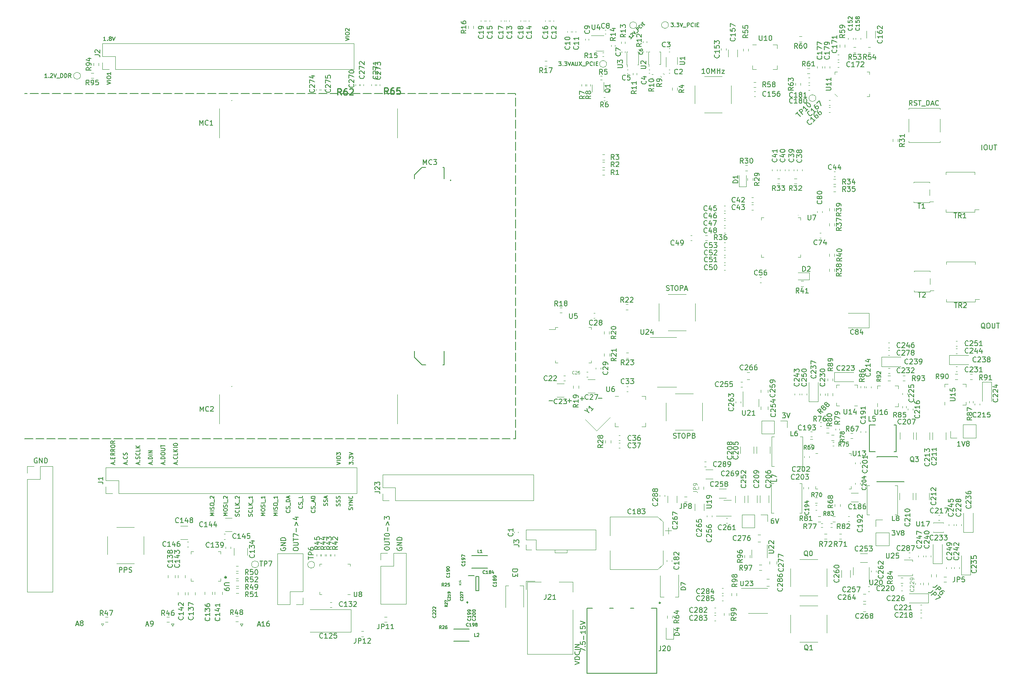
<source format=gbr>
%TF.GenerationSoftware,KiCad,Pcbnew,7.0.8-7.0.8~ubuntu22.04.1*%
%TF.CreationDate,2024-12-17T15:10:34+01:00*%
%TF.ProjectId,Bread70,42726561-6437-4302-9e6b-696361645f70,rev?*%
%TF.SameCoordinates,Original*%
%TF.FileFunction,Legend,Top*%
%TF.FilePolarity,Positive*%
%FSLAX46Y46*%
G04 Gerber Fmt 4.6, Leading zero omitted, Abs format (unit mm)*
G04 Created by KiCad (PCBNEW 7.0.8-7.0.8~ubuntu22.04.1) date 2024-12-17 15:10:34*
%MOMM*%
%LPD*%
G01*
G04 APERTURE LIST*
%ADD10C,0.150000*%
%ADD11C,0.100000*%
%ADD12C,0.127000*%
%ADD13C,0.254000*%
%ADD14C,0.095250*%
%ADD15C,0.120000*%
%ADD16C,0.200000*%
%ADD17C,0.300000*%
%ADD18C,0.250000*%
G04 APERTURE END LIST*
D10*
X40500000Y-111210001D02*
X42150000Y-111210001D01*
X42750000Y-111210001D02*
X44400000Y-111210001D01*
X45000000Y-111210001D02*
X46650000Y-111210001D01*
X47250000Y-111210001D02*
X48900000Y-111210001D01*
X49500000Y-111210001D02*
X51150000Y-111210001D01*
X51750000Y-111210001D02*
X53400000Y-111210001D01*
X54000000Y-111210001D02*
X55650000Y-111210001D01*
X56250000Y-111210001D02*
X57900000Y-111210001D01*
X58500000Y-111210001D02*
X60150000Y-111210001D01*
X60750000Y-111210001D02*
X62400000Y-111210001D01*
X63000000Y-111210001D02*
X64650000Y-111210001D01*
X65250000Y-111210001D02*
X66900000Y-111210001D01*
X67500000Y-111210001D02*
X69150000Y-111210001D01*
X69750000Y-111210001D02*
X71400000Y-111210001D01*
X72000000Y-111210001D02*
X73650000Y-111210001D01*
X74250000Y-111210001D02*
X75900000Y-111210001D01*
X76500000Y-111210001D02*
X78150000Y-111210001D01*
X78750000Y-111210001D02*
X80400000Y-111210001D01*
X81000000Y-111210001D02*
X82650000Y-111210001D01*
X83250000Y-111210001D02*
X84900000Y-111210001D01*
X85500000Y-111210001D02*
X87150000Y-111210001D01*
X87750000Y-111210001D02*
X89400000Y-111210001D01*
X90000000Y-111210001D02*
X91650000Y-111210001D01*
X92250000Y-111210001D02*
X93900000Y-111210001D01*
X94500000Y-111210001D02*
X96150000Y-111210001D01*
X96750000Y-111210001D02*
X98400000Y-111210001D01*
X99000000Y-111210001D02*
X100650000Y-111210001D01*
X101250000Y-111210001D02*
X102900000Y-111210001D01*
X103500000Y-111210001D02*
X105150000Y-111210001D01*
X105750000Y-111210001D02*
X107400000Y-111210001D01*
X108000000Y-111210001D02*
X109650000Y-111210001D01*
X110250000Y-111210001D02*
X111900000Y-111210001D01*
X112500000Y-111210001D02*
X114150000Y-111210001D01*
X114750000Y-111210001D02*
X116400000Y-111210001D01*
X117000000Y-111210001D02*
X118650000Y-111210001D01*
X119250000Y-111210001D02*
X120900000Y-111210001D01*
X121500000Y-111210001D02*
X123150000Y-111210001D01*
X123750000Y-111210001D02*
X125400000Y-111210001D01*
X126000000Y-111210001D02*
X127650000Y-111210001D01*
X128250000Y-111210001D02*
X129900000Y-111210001D01*
X130500000Y-111210001D02*
X132150000Y-111210001D01*
X132750000Y-111210001D02*
X134400000Y-111210001D01*
X135000000Y-111210001D02*
X136650000Y-111210001D01*
X137250000Y-111210001D02*
X138900000Y-111210001D01*
X139500000Y-111210001D02*
X139999999Y-111210001D01*
X139999999Y-111210001D02*
X139999999Y-109560001D01*
X139999999Y-108960001D02*
X139999999Y-107310001D01*
X139999999Y-106710001D02*
X139999999Y-105060001D01*
X139999999Y-104460001D02*
X139999999Y-102810001D01*
X139999999Y-102210001D02*
X139999999Y-100560001D01*
X139999999Y-99960001D02*
X139999999Y-98310001D01*
X139999999Y-97710001D02*
X139999999Y-96060001D01*
X139999999Y-95460001D02*
X139999999Y-93810001D01*
X139999999Y-93210001D02*
X139999999Y-91560001D01*
X139999999Y-90960001D02*
X139999999Y-89310001D01*
X139999999Y-88710001D02*
X139999999Y-87060001D01*
X139999999Y-86460001D02*
X139999999Y-84810001D01*
X139999999Y-84210001D02*
X139999999Y-82560001D01*
X139999999Y-81960001D02*
X139999999Y-80310001D01*
X139999999Y-79710001D02*
X139999999Y-78060001D01*
X139999999Y-77460001D02*
X139999999Y-75810001D01*
X139999999Y-75210001D02*
X139999999Y-73560001D01*
X139999999Y-72960001D02*
X139999999Y-71310001D01*
X139999999Y-70710001D02*
X139999999Y-69060001D01*
X139999999Y-68460001D02*
X139999999Y-66810001D01*
X139999999Y-66210001D02*
X139999999Y-64560001D01*
X139999999Y-63960001D02*
X139999999Y-62310001D01*
X139999999Y-61710001D02*
X139999999Y-60060001D01*
X139999999Y-59460001D02*
X139999999Y-57810001D01*
X139999999Y-57210001D02*
X139999999Y-55560001D01*
X139999999Y-54960001D02*
X139999999Y-53310001D01*
X139999999Y-52710001D02*
X139999999Y-51060001D01*
X139999999Y-50460001D02*
X139999999Y-48810001D01*
X139999999Y-48210001D02*
X139999999Y-46560001D01*
X139999999Y-45960001D02*
X139999999Y-44310001D01*
X139999999Y-43710001D02*
X139999999Y-42060001D01*
X139999999Y-41460001D02*
X139999999Y-41210001D01*
D11*
X150350000Y-134300000D02*
X150350000Y-133750000D01*
X147950000Y-134300000D02*
X147950000Y-133800000D01*
D10*
X139999999Y-41210001D02*
X138349999Y-41210001D01*
X137749999Y-41210001D02*
X136099999Y-41210001D01*
X135499999Y-41210001D02*
X133849999Y-41210001D01*
X133249999Y-41210001D02*
X131599999Y-41210001D01*
X130999999Y-41210001D02*
X129349999Y-41210001D01*
X128749999Y-41210001D02*
X127099999Y-41210001D01*
X126499999Y-41210001D02*
X124849999Y-41210001D01*
X124249999Y-41210001D02*
X122599999Y-41210001D01*
X121999999Y-41210001D02*
X120349999Y-41210001D01*
X119749999Y-41210001D02*
X118099999Y-41210001D01*
X117499999Y-41210001D02*
X115849999Y-41210001D01*
X115249999Y-41210001D02*
X113599999Y-41210001D01*
X112999999Y-41210001D02*
X111349999Y-41210001D01*
X110749999Y-41210001D02*
X109099999Y-41210001D01*
X108499999Y-41210001D02*
X106849999Y-41210001D01*
X106249999Y-41210001D02*
X104599999Y-41210001D01*
X103999999Y-41210001D02*
X102349999Y-41210001D01*
X101749999Y-41210001D02*
X100099999Y-41210001D01*
X99499999Y-41210001D02*
X97849999Y-41210001D01*
X97249999Y-41210001D02*
X95599999Y-41210001D01*
X94999999Y-41210001D02*
X93349999Y-41210001D01*
X92749999Y-41210001D02*
X91099999Y-41210001D01*
X90499999Y-41210001D02*
X88849999Y-41210001D01*
X88249999Y-41210001D02*
X86599999Y-41210001D01*
X85999999Y-41210001D02*
X84349999Y-41210001D01*
X83749999Y-41210001D02*
X82099999Y-41210001D01*
X81499999Y-41210001D02*
X79849999Y-41210001D01*
X79249999Y-41210001D02*
X77599999Y-41210001D01*
X76999999Y-41210001D02*
X75349999Y-41210001D01*
X74749999Y-41210001D02*
X73099999Y-41210001D01*
X72499999Y-41210001D02*
X70849999Y-41210001D01*
X70249999Y-41210001D02*
X68599999Y-41210001D01*
X67999999Y-41210001D02*
X66349999Y-41210001D01*
X65749999Y-41210001D02*
X64099999Y-41210001D01*
X63499999Y-41210001D02*
X61849999Y-41210001D01*
X61249999Y-41210001D02*
X59599999Y-41210001D01*
X58999999Y-41210001D02*
X57349999Y-41210001D01*
X56749999Y-41210001D02*
X55099999Y-41210001D01*
X54499999Y-41210001D02*
X52849999Y-41210001D01*
X52249999Y-41210001D02*
X50599999Y-41210001D01*
X49999999Y-41210001D02*
X48349999Y-41210001D01*
X47749999Y-41210001D02*
X46099999Y-41210001D01*
X45499999Y-41210001D02*
X43849999Y-41210001D01*
X43249999Y-41210001D02*
X41599999Y-41210001D01*
X40999999Y-41210001D02*
X40500000Y-41210001D01*
D11*
X147950000Y-134300000D02*
X150350000Y-134300000D01*
D10*
X148402142Y-104042080D02*
X148354523Y-104089700D01*
X148354523Y-104089700D02*
X148211666Y-104137319D01*
X148211666Y-104137319D02*
X148116428Y-104137319D01*
X148116428Y-104137319D02*
X147973571Y-104089700D01*
X147973571Y-104089700D02*
X147878333Y-103994461D01*
X147878333Y-103994461D02*
X147830714Y-103899223D01*
X147830714Y-103899223D02*
X147783095Y-103708747D01*
X147783095Y-103708747D02*
X147783095Y-103565890D01*
X147783095Y-103565890D02*
X147830714Y-103375414D01*
X147830714Y-103375414D02*
X147878333Y-103280176D01*
X147878333Y-103280176D02*
X147973571Y-103184938D01*
X147973571Y-103184938D02*
X148116428Y-103137319D01*
X148116428Y-103137319D02*
X148211666Y-103137319D01*
X148211666Y-103137319D02*
X148354523Y-103184938D01*
X148354523Y-103184938D02*
X148402142Y-103232557D01*
X148783095Y-103232557D02*
X148830714Y-103184938D01*
X148830714Y-103184938D02*
X148925952Y-103137319D01*
X148925952Y-103137319D02*
X149164047Y-103137319D01*
X149164047Y-103137319D02*
X149259285Y-103184938D01*
X149259285Y-103184938D02*
X149306904Y-103232557D01*
X149306904Y-103232557D02*
X149354523Y-103327795D01*
X149354523Y-103327795D02*
X149354523Y-103423033D01*
X149354523Y-103423033D02*
X149306904Y-103565890D01*
X149306904Y-103565890D02*
X148735476Y-104137319D01*
X148735476Y-104137319D02*
X149354523Y-104137319D01*
X149687857Y-103137319D02*
X150306904Y-103137319D01*
X150306904Y-103137319D02*
X149973571Y-103518271D01*
X149973571Y-103518271D02*
X150116428Y-103518271D01*
X150116428Y-103518271D02*
X150211666Y-103565890D01*
X150211666Y-103565890D02*
X150259285Y-103613509D01*
X150259285Y-103613509D02*
X150306904Y-103708747D01*
X150306904Y-103708747D02*
X150306904Y-103946842D01*
X150306904Y-103946842D02*
X150259285Y-104042080D01*
X150259285Y-104042080D02*
X150211666Y-104089700D01*
X150211666Y-104089700D02*
X150116428Y-104137319D01*
X150116428Y-104137319D02*
X149830714Y-104137319D01*
X149830714Y-104137319D02*
X149735476Y-104089700D01*
X149735476Y-104089700D02*
X149687857Y-104042080D01*
X147530951Y-103526133D02*
X146769047Y-103526133D01*
X151280951Y-103476133D02*
X150519047Y-103476133D01*
X150899999Y-103095180D02*
X150899999Y-103857085D01*
X154607142Y-33954819D02*
X154273809Y-33478628D01*
X154035714Y-33954819D02*
X154035714Y-32954819D01*
X154035714Y-32954819D02*
X154416666Y-32954819D01*
X154416666Y-32954819D02*
X154511904Y-33002438D01*
X154511904Y-33002438D02*
X154559523Y-33050057D01*
X154559523Y-33050057D02*
X154607142Y-33145295D01*
X154607142Y-33145295D02*
X154607142Y-33288152D01*
X154607142Y-33288152D02*
X154559523Y-33383390D01*
X154559523Y-33383390D02*
X154511904Y-33431009D01*
X154511904Y-33431009D02*
X154416666Y-33478628D01*
X154416666Y-33478628D02*
X154035714Y-33478628D01*
X155559523Y-33954819D02*
X154988095Y-33954819D01*
X155273809Y-33954819D02*
X155273809Y-32954819D01*
X155273809Y-32954819D02*
X155178571Y-33097676D01*
X155178571Y-33097676D02*
X155083333Y-33192914D01*
X155083333Y-33192914D02*
X154988095Y-33240533D01*
X156464285Y-32954819D02*
X155988095Y-32954819D01*
X155988095Y-32954819D02*
X155940476Y-33431009D01*
X155940476Y-33431009D02*
X155988095Y-33383390D01*
X155988095Y-33383390D02*
X156083333Y-33335771D01*
X156083333Y-33335771D02*
X156321428Y-33335771D01*
X156321428Y-33335771D02*
X156416666Y-33383390D01*
X156416666Y-33383390D02*
X156464285Y-33431009D01*
X156464285Y-33431009D02*
X156511904Y-33526247D01*
X156511904Y-33526247D02*
X156511904Y-33764342D01*
X156511904Y-33764342D02*
X156464285Y-33859580D01*
X156464285Y-33859580D02*
X156416666Y-33907200D01*
X156416666Y-33907200D02*
X156321428Y-33954819D01*
X156321428Y-33954819D02*
X156083333Y-33954819D01*
X156083333Y-33954819D02*
X155988095Y-33907200D01*
X155988095Y-33907200D02*
X155940476Y-33859580D01*
X207557142Y-109654819D02*
X207223809Y-109178628D01*
X206985714Y-109654819D02*
X206985714Y-108654819D01*
X206985714Y-108654819D02*
X207366666Y-108654819D01*
X207366666Y-108654819D02*
X207461904Y-108702438D01*
X207461904Y-108702438D02*
X207509523Y-108750057D01*
X207509523Y-108750057D02*
X207557142Y-108845295D01*
X207557142Y-108845295D02*
X207557142Y-108988152D01*
X207557142Y-108988152D02*
X207509523Y-109083390D01*
X207509523Y-109083390D02*
X207461904Y-109131009D01*
X207461904Y-109131009D02*
X207366666Y-109178628D01*
X207366666Y-109178628D02*
X206985714Y-109178628D01*
X208414285Y-108654819D02*
X208223809Y-108654819D01*
X208223809Y-108654819D02*
X208128571Y-108702438D01*
X208128571Y-108702438D02*
X208080952Y-108750057D01*
X208080952Y-108750057D02*
X207985714Y-108892914D01*
X207985714Y-108892914D02*
X207938095Y-109083390D01*
X207938095Y-109083390D02*
X207938095Y-109464342D01*
X207938095Y-109464342D02*
X207985714Y-109559580D01*
X207985714Y-109559580D02*
X208033333Y-109607200D01*
X208033333Y-109607200D02*
X208128571Y-109654819D01*
X208128571Y-109654819D02*
X208319047Y-109654819D01*
X208319047Y-109654819D02*
X208414285Y-109607200D01*
X208414285Y-109607200D02*
X208461904Y-109559580D01*
X208461904Y-109559580D02*
X208509523Y-109464342D01*
X208509523Y-109464342D02*
X208509523Y-109226247D01*
X208509523Y-109226247D02*
X208461904Y-109131009D01*
X208461904Y-109131009D02*
X208414285Y-109083390D01*
X208414285Y-109083390D02*
X208319047Y-109035771D01*
X208319047Y-109035771D02*
X208128571Y-109035771D01*
X208128571Y-109035771D02*
X208033333Y-109083390D01*
X208033333Y-109083390D02*
X207985714Y-109131009D01*
X207985714Y-109131009D02*
X207938095Y-109226247D01*
X208842857Y-108654819D02*
X209509523Y-108654819D01*
X209509523Y-108654819D02*
X209080952Y-109654819D01*
X163330952Y-126359580D02*
X163283333Y-126407200D01*
X163283333Y-126407200D02*
X163140476Y-126454819D01*
X163140476Y-126454819D02*
X163045238Y-126454819D01*
X163045238Y-126454819D02*
X162902381Y-126407200D01*
X162902381Y-126407200D02*
X162807143Y-126311961D01*
X162807143Y-126311961D02*
X162759524Y-126216723D01*
X162759524Y-126216723D02*
X162711905Y-126026247D01*
X162711905Y-126026247D02*
X162711905Y-125883390D01*
X162711905Y-125883390D02*
X162759524Y-125692914D01*
X162759524Y-125692914D02*
X162807143Y-125597676D01*
X162807143Y-125597676D02*
X162902381Y-125502438D01*
X162902381Y-125502438D02*
X163045238Y-125454819D01*
X163045238Y-125454819D02*
X163140476Y-125454819D01*
X163140476Y-125454819D02*
X163283333Y-125502438D01*
X163283333Y-125502438D02*
X163330952Y-125550057D01*
X164283333Y-126454819D02*
X163711905Y-126454819D01*
X163997619Y-126454819D02*
X163997619Y-125454819D01*
X163997619Y-125454819D02*
X163902381Y-125597676D01*
X163902381Y-125597676D02*
X163807143Y-125692914D01*
X163807143Y-125692914D02*
X163711905Y-125740533D01*
X164854762Y-125883390D02*
X164759524Y-125835771D01*
X164759524Y-125835771D02*
X164711905Y-125788152D01*
X164711905Y-125788152D02*
X164664286Y-125692914D01*
X164664286Y-125692914D02*
X164664286Y-125645295D01*
X164664286Y-125645295D02*
X164711905Y-125550057D01*
X164711905Y-125550057D02*
X164759524Y-125502438D01*
X164759524Y-125502438D02*
X164854762Y-125454819D01*
X164854762Y-125454819D02*
X165045238Y-125454819D01*
X165045238Y-125454819D02*
X165140476Y-125502438D01*
X165140476Y-125502438D02*
X165188095Y-125550057D01*
X165188095Y-125550057D02*
X165235714Y-125645295D01*
X165235714Y-125645295D02*
X165235714Y-125692914D01*
X165235714Y-125692914D02*
X165188095Y-125788152D01*
X165188095Y-125788152D02*
X165140476Y-125835771D01*
X165140476Y-125835771D02*
X165045238Y-125883390D01*
X165045238Y-125883390D02*
X164854762Y-125883390D01*
X164854762Y-125883390D02*
X164759524Y-125931009D01*
X164759524Y-125931009D02*
X164711905Y-125978628D01*
X164711905Y-125978628D02*
X164664286Y-126073866D01*
X164664286Y-126073866D02*
X164664286Y-126264342D01*
X164664286Y-126264342D02*
X164711905Y-126359580D01*
X164711905Y-126359580D02*
X164759524Y-126407200D01*
X164759524Y-126407200D02*
X164854762Y-126454819D01*
X164854762Y-126454819D02*
X165045238Y-126454819D01*
X165045238Y-126454819D02*
X165140476Y-126407200D01*
X165140476Y-126407200D02*
X165188095Y-126359580D01*
X165188095Y-126359580D02*
X165235714Y-126264342D01*
X165235714Y-126264342D02*
X165235714Y-126073866D01*
X165235714Y-126073866D02*
X165188095Y-125978628D01*
X165188095Y-125978628D02*
X165140476Y-125931009D01*
X165140476Y-125931009D02*
X165045238Y-125883390D01*
X165569048Y-125454819D02*
X166188095Y-125454819D01*
X166188095Y-125454819D02*
X165854762Y-125835771D01*
X165854762Y-125835771D02*
X165997619Y-125835771D01*
X165997619Y-125835771D02*
X166092857Y-125883390D01*
X166092857Y-125883390D02*
X166140476Y-125931009D01*
X166140476Y-125931009D02*
X166188095Y-126026247D01*
X166188095Y-126026247D02*
X166188095Y-126264342D01*
X166188095Y-126264342D02*
X166140476Y-126359580D01*
X166140476Y-126359580D02*
X166092857Y-126407200D01*
X166092857Y-126407200D02*
X165997619Y-126454819D01*
X165997619Y-126454819D02*
X165711905Y-126454819D01*
X165711905Y-126454819D02*
X165616667Y-126407200D01*
X165616667Y-126407200D02*
X165569048Y-126359580D01*
X146140476Y-142804819D02*
X146140476Y-143519104D01*
X146140476Y-143519104D02*
X146092857Y-143661961D01*
X146092857Y-143661961D02*
X145997619Y-143757200D01*
X145997619Y-143757200D02*
X145854762Y-143804819D01*
X145854762Y-143804819D02*
X145759524Y-143804819D01*
X146569048Y-142900057D02*
X146616667Y-142852438D01*
X146616667Y-142852438D02*
X146711905Y-142804819D01*
X146711905Y-142804819D02*
X146950000Y-142804819D01*
X146950000Y-142804819D02*
X147045238Y-142852438D01*
X147045238Y-142852438D02*
X147092857Y-142900057D01*
X147092857Y-142900057D02*
X147140476Y-142995295D01*
X147140476Y-142995295D02*
X147140476Y-143090533D01*
X147140476Y-143090533D02*
X147092857Y-143233390D01*
X147092857Y-143233390D02*
X146521429Y-143804819D01*
X146521429Y-143804819D02*
X147140476Y-143804819D01*
X148092857Y-143804819D02*
X147521429Y-143804819D01*
X147807143Y-143804819D02*
X147807143Y-142804819D01*
X147807143Y-142804819D02*
X147711905Y-142947676D01*
X147711905Y-142947676D02*
X147616667Y-143042914D01*
X147616667Y-143042914D02*
X147521429Y-143090533D01*
X151954819Y-156995237D02*
X152954819Y-156661904D01*
X152954819Y-156661904D02*
X151954819Y-156328571D01*
X152954819Y-155995237D02*
X151954819Y-155995237D01*
X151954819Y-155995237D02*
X151954819Y-155757142D01*
X151954819Y-155757142D02*
X152002438Y-155614285D01*
X152002438Y-155614285D02*
X152097676Y-155519047D01*
X152097676Y-155519047D02*
X152192914Y-155471428D01*
X152192914Y-155471428D02*
X152383390Y-155423809D01*
X152383390Y-155423809D02*
X152526247Y-155423809D01*
X152526247Y-155423809D02*
X152716723Y-155471428D01*
X152716723Y-155471428D02*
X152811961Y-155519047D01*
X152811961Y-155519047D02*
X152907200Y-155614285D01*
X152907200Y-155614285D02*
X152954819Y-155757142D01*
X152954819Y-155757142D02*
X152954819Y-155995237D01*
X152859580Y-154423809D02*
X152907200Y-154471428D01*
X152907200Y-154471428D02*
X152954819Y-154614285D01*
X152954819Y-154614285D02*
X152954819Y-154709523D01*
X152954819Y-154709523D02*
X152907200Y-154852380D01*
X152907200Y-154852380D02*
X152811961Y-154947618D01*
X152811961Y-154947618D02*
X152716723Y-154995237D01*
X152716723Y-154995237D02*
X152526247Y-155042856D01*
X152526247Y-155042856D02*
X152383390Y-155042856D01*
X152383390Y-155042856D02*
X152192914Y-154995237D01*
X152192914Y-154995237D02*
X152097676Y-154947618D01*
X152097676Y-154947618D02*
X152002438Y-154852380D01*
X152002438Y-154852380D02*
X151954819Y-154709523D01*
X151954819Y-154709523D02*
X151954819Y-154614285D01*
X151954819Y-154614285D02*
X152002438Y-154471428D01*
X152002438Y-154471428D02*
X152050057Y-154423809D01*
X152954819Y-153995237D02*
X151954819Y-153995237D01*
X152954819Y-153519047D02*
X151954819Y-153519047D01*
X151954819Y-153519047D02*
X152954819Y-152947619D01*
X152954819Y-152947619D02*
X151954819Y-152947619D01*
X216354819Y-140042857D02*
X215878628Y-140376190D01*
X216354819Y-140614285D02*
X215354819Y-140614285D01*
X215354819Y-140614285D02*
X215354819Y-140233333D01*
X215354819Y-140233333D02*
X215402438Y-140138095D01*
X215402438Y-140138095D02*
X215450057Y-140090476D01*
X215450057Y-140090476D02*
X215545295Y-140042857D01*
X215545295Y-140042857D02*
X215688152Y-140042857D01*
X215688152Y-140042857D02*
X215783390Y-140090476D01*
X215783390Y-140090476D02*
X215831009Y-140138095D01*
X215831009Y-140138095D02*
X215878628Y-140233333D01*
X215878628Y-140233333D02*
X215878628Y-140614285D01*
X215783390Y-139471428D02*
X215735771Y-139566666D01*
X215735771Y-139566666D02*
X215688152Y-139614285D01*
X215688152Y-139614285D02*
X215592914Y-139661904D01*
X215592914Y-139661904D02*
X215545295Y-139661904D01*
X215545295Y-139661904D02*
X215450057Y-139614285D01*
X215450057Y-139614285D02*
X215402438Y-139566666D01*
X215402438Y-139566666D02*
X215354819Y-139471428D01*
X215354819Y-139471428D02*
X215354819Y-139280952D01*
X215354819Y-139280952D02*
X215402438Y-139185714D01*
X215402438Y-139185714D02*
X215450057Y-139138095D01*
X215450057Y-139138095D02*
X215545295Y-139090476D01*
X215545295Y-139090476D02*
X215592914Y-139090476D01*
X215592914Y-139090476D02*
X215688152Y-139138095D01*
X215688152Y-139138095D02*
X215735771Y-139185714D01*
X215735771Y-139185714D02*
X215783390Y-139280952D01*
X215783390Y-139280952D02*
X215783390Y-139471428D01*
X215783390Y-139471428D02*
X215831009Y-139566666D01*
X215831009Y-139566666D02*
X215878628Y-139614285D01*
X215878628Y-139614285D02*
X215973866Y-139661904D01*
X215973866Y-139661904D02*
X216164342Y-139661904D01*
X216164342Y-139661904D02*
X216259580Y-139614285D01*
X216259580Y-139614285D02*
X216307200Y-139566666D01*
X216307200Y-139566666D02*
X216354819Y-139471428D01*
X216354819Y-139471428D02*
X216354819Y-139280952D01*
X216354819Y-139280952D02*
X216307200Y-139185714D01*
X216307200Y-139185714D02*
X216259580Y-139138095D01*
X216259580Y-139138095D02*
X216164342Y-139090476D01*
X216164342Y-139090476D02*
X215973866Y-139090476D01*
X215973866Y-139090476D02*
X215878628Y-139138095D01*
X215878628Y-139138095D02*
X215831009Y-139185714D01*
X215831009Y-139185714D02*
X215783390Y-139280952D01*
X215688152Y-138233333D02*
X216354819Y-138233333D01*
X215307200Y-138471428D02*
X216021485Y-138709523D01*
X216021485Y-138709523D02*
X216021485Y-138090476D01*
X133359580Y-29442857D02*
X133407200Y-29490476D01*
X133407200Y-29490476D02*
X133454819Y-29633333D01*
X133454819Y-29633333D02*
X133454819Y-29728571D01*
X133454819Y-29728571D02*
X133407200Y-29871428D01*
X133407200Y-29871428D02*
X133311961Y-29966666D01*
X133311961Y-29966666D02*
X133216723Y-30014285D01*
X133216723Y-30014285D02*
X133026247Y-30061904D01*
X133026247Y-30061904D02*
X132883390Y-30061904D01*
X132883390Y-30061904D02*
X132692914Y-30014285D01*
X132692914Y-30014285D02*
X132597676Y-29966666D01*
X132597676Y-29966666D02*
X132502438Y-29871428D01*
X132502438Y-29871428D02*
X132454819Y-29728571D01*
X132454819Y-29728571D02*
X132454819Y-29633333D01*
X132454819Y-29633333D02*
X132502438Y-29490476D01*
X132502438Y-29490476D02*
X132550057Y-29442857D01*
X133454819Y-28490476D02*
X133454819Y-29061904D01*
X133454819Y-28776190D02*
X132454819Y-28776190D01*
X132454819Y-28776190D02*
X132597676Y-28871428D01*
X132597676Y-28871428D02*
X132692914Y-28966666D01*
X132692914Y-28966666D02*
X132740533Y-29061904D01*
X133454819Y-28014285D02*
X133454819Y-27823809D01*
X133454819Y-27823809D02*
X133407200Y-27728571D01*
X133407200Y-27728571D02*
X133359580Y-27680952D01*
X133359580Y-27680952D02*
X133216723Y-27585714D01*
X133216723Y-27585714D02*
X133026247Y-27538095D01*
X133026247Y-27538095D02*
X132645295Y-27538095D01*
X132645295Y-27538095D02*
X132550057Y-27585714D01*
X132550057Y-27585714D02*
X132502438Y-27633333D01*
X132502438Y-27633333D02*
X132454819Y-27728571D01*
X132454819Y-27728571D02*
X132454819Y-27919047D01*
X132454819Y-27919047D02*
X132502438Y-28014285D01*
X132502438Y-28014285D02*
X132550057Y-28061904D01*
X132550057Y-28061904D02*
X132645295Y-28109523D01*
X132645295Y-28109523D02*
X132883390Y-28109523D01*
X132883390Y-28109523D02*
X132978628Y-28061904D01*
X132978628Y-28061904D02*
X133026247Y-28014285D01*
X133026247Y-28014285D02*
X133073866Y-27919047D01*
X133073866Y-27919047D02*
X133073866Y-27728571D01*
X133073866Y-27728571D02*
X133026247Y-27633333D01*
X133026247Y-27633333D02*
X132978628Y-27585714D01*
X132978628Y-27585714D02*
X132883390Y-27538095D01*
X185024819Y-59338094D02*
X184024819Y-59338094D01*
X184024819Y-59338094D02*
X184024819Y-59099999D01*
X184024819Y-59099999D02*
X184072438Y-58957142D01*
X184072438Y-58957142D02*
X184167676Y-58861904D01*
X184167676Y-58861904D02*
X184262914Y-58814285D01*
X184262914Y-58814285D02*
X184453390Y-58766666D01*
X184453390Y-58766666D02*
X184596247Y-58766666D01*
X184596247Y-58766666D02*
X184786723Y-58814285D01*
X184786723Y-58814285D02*
X184881961Y-58861904D01*
X184881961Y-58861904D02*
X184977200Y-58957142D01*
X184977200Y-58957142D02*
X185024819Y-59099999D01*
X185024819Y-59099999D02*
X185024819Y-59338094D01*
X185024819Y-57814285D02*
X185024819Y-58385713D01*
X185024819Y-58099999D02*
X184024819Y-58099999D01*
X184024819Y-58099999D02*
X184167676Y-58195237D01*
X184167676Y-58195237D02*
X184262914Y-58290475D01*
X184262914Y-58290475D02*
X184310533Y-58385713D01*
X224596245Y-141925243D02*
X224091169Y-142430319D01*
X224091169Y-142430319D02*
X223956482Y-142497662D01*
X223956482Y-142497662D02*
X223821795Y-142497662D01*
X223821795Y-142497662D02*
X223687108Y-142430319D01*
X223687108Y-142430319D02*
X223619764Y-142362975D01*
X224225856Y-142969067D02*
X224932963Y-142261960D01*
X224932963Y-142261960D02*
X225202337Y-142531334D01*
X225202337Y-142531334D02*
X225236008Y-142632350D01*
X225236008Y-142632350D02*
X225236008Y-142699693D01*
X225236008Y-142699693D02*
X225202337Y-142800708D01*
X225202337Y-142800708D02*
X225101321Y-142901724D01*
X225101321Y-142901724D02*
X225000306Y-142935395D01*
X225000306Y-142935395D02*
X224932963Y-142935395D01*
X224932963Y-142935395D02*
X224831947Y-142901724D01*
X224831947Y-142901724D02*
X224562573Y-142632350D01*
X225572726Y-142901724D02*
X226044130Y-143373128D01*
X226044130Y-143373128D02*
X225033978Y-143777189D01*
X186559580Y-120519047D02*
X186607200Y-120566666D01*
X186607200Y-120566666D02*
X186654819Y-120709523D01*
X186654819Y-120709523D02*
X186654819Y-120804761D01*
X186654819Y-120804761D02*
X186607200Y-120947618D01*
X186607200Y-120947618D02*
X186511961Y-121042856D01*
X186511961Y-121042856D02*
X186416723Y-121090475D01*
X186416723Y-121090475D02*
X186226247Y-121138094D01*
X186226247Y-121138094D02*
X186083390Y-121138094D01*
X186083390Y-121138094D02*
X185892914Y-121090475D01*
X185892914Y-121090475D02*
X185797676Y-121042856D01*
X185797676Y-121042856D02*
X185702438Y-120947618D01*
X185702438Y-120947618D02*
X185654819Y-120804761D01*
X185654819Y-120804761D02*
X185654819Y-120709523D01*
X185654819Y-120709523D02*
X185702438Y-120566666D01*
X185702438Y-120566666D02*
X185750057Y-120519047D01*
X185750057Y-120138094D02*
X185702438Y-120090475D01*
X185702438Y-120090475D02*
X185654819Y-119995237D01*
X185654819Y-119995237D02*
X185654819Y-119757142D01*
X185654819Y-119757142D02*
X185702438Y-119661904D01*
X185702438Y-119661904D02*
X185750057Y-119614285D01*
X185750057Y-119614285D02*
X185845295Y-119566666D01*
X185845295Y-119566666D02*
X185940533Y-119566666D01*
X185940533Y-119566666D02*
X186083390Y-119614285D01*
X186083390Y-119614285D02*
X186654819Y-120185713D01*
X186654819Y-120185713D02*
X186654819Y-119566666D01*
X185654819Y-118661904D02*
X185654819Y-119138094D01*
X185654819Y-119138094D02*
X186131009Y-119185713D01*
X186131009Y-119185713D02*
X186083390Y-119138094D01*
X186083390Y-119138094D02*
X186035771Y-119042856D01*
X186035771Y-119042856D02*
X186035771Y-118804761D01*
X186035771Y-118804761D02*
X186083390Y-118709523D01*
X186083390Y-118709523D02*
X186131009Y-118661904D01*
X186131009Y-118661904D02*
X186226247Y-118614285D01*
X186226247Y-118614285D02*
X186464342Y-118614285D01*
X186464342Y-118614285D02*
X186559580Y-118661904D01*
X186559580Y-118661904D02*
X186607200Y-118709523D01*
X186607200Y-118709523D02*
X186654819Y-118804761D01*
X186654819Y-118804761D02*
X186654819Y-119042856D01*
X186654819Y-119042856D02*
X186607200Y-119138094D01*
X186607200Y-119138094D02*
X186559580Y-119185713D01*
X185750057Y-118233332D02*
X185702438Y-118185713D01*
X185702438Y-118185713D02*
X185654819Y-118090475D01*
X185654819Y-118090475D02*
X185654819Y-117852380D01*
X185654819Y-117852380D02*
X185702438Y-117757142D01*
X185702438Y-117757142D02*
X185750057Y-117709523D01*
X185750057Y-117709523D02*
X185845295Y-117661904D01*
X185845295Y-117661904D02*
X185940533Y-117661904D01*
X185940533Y-117661904D02*
X186083390Y-117709523D01*
X186083390Y-117709523D02*
X186654819Y-118280951D01*
X186654819Y-118280951D02*
X186654819Y-117661904D01*
X202267036Y-105776174D02*
X201694617Y-105675159D01*
X201862975Y-106180235D02*
X201155869Y-105473128D01*
X201155869Y-105473128D02*
X201425243Y-105203754D01*
X201425243Y-105203754D02*
X201526258Y-105170082D01*
X201526258Y-105170082D02*
X201593601Y-105170082D01*
X201593601Y-105170082D02*
X201694617Y-105203754D01*
X201694617Y-105203754D02*
X201795632Y-105304769D01*
X201795632Y-105304769D02*
X201829304Y-105405785D01*
X201829304Y-105405785D02*
X201829304Y-105473128D01*
X201829304Y-105473128D02*
X201795632Y-105574143D01*
X201795632Y-105574143D02*
X201526258Y-105843517D01*
X202267036Y-104968052D02*
X202166021Y-105001724D01*
X202166021Y-105001724D02*
X202098678Y-105001724D01*
X202098678Y-105001724D02*
X201997662Y-104968052D01*
X201997662Y-104968052D02*
X201963991Y-104934380D01*
X201963991Y-104934380D02*
X201930319Y-104833365D01*
X201930319Y-104833365D02*
X201930319Y-104766021D01*
X201930319Y-104766021D02*
X201963991Y-104665006D01*
X201963991Y-104665006D02*
X202098678Y-104530319D01*
X202098678Y-104530319D02*
X202199693Y-104496647D01*
X202199693Y-104496647D02*
X202267036Y-104496647D01*
X202267036Y-104496647D02*
X202368052Y-104530319D01*
X202368052Y-104530319D02*
X202401723Y-104563991D01*
X202401723Y-104563991D02*
X202435395Y-104665006D01*
X202435395Y-104665006D02*
X202435395Y-104732350D01*
X202435395Y-104732350D02*
X202401723Y-104833365D01*
X202401723Y-104833365D02*
X202267036Y-104968052D01*
X202267036Y-104968052D02*
X202233365Y-105069067D01*
X202233365Y-105069067D02*
X202233365Y-105136411D01*
X202233365Y-105136411D02*
X202267036Y-105237426D01*
X202267036Y-105237426D02*
X202401723Y-105372113D01*
X202401723Y-105372113D02*
X202502739Y-105405785D01*
X202502739Y-105405785D02*
X202570082Y-105405785D01*
X202570082Y-105405785D02*
X202671097Y-105372113D01*
X202671097Y-105372113D02*
X202805784Y-105237426D01*
X202805784Y-105237426D02*
X202839456Y-105136411D01*
X202839456Y-105136411D02*
X202839456Y-105069067D01*
X202839456Y-105069067D02*
X202805784Y-104968052D01*
X202805784Y-104968052D02*
X202671097Y-104833365D01*
X202671097Y-104833365D02*
X202570082Y-104799693D01*
X202570082Y-104799693D02*
X202502739Y-104799693D01*
X202502739Y-104799693D02*
X202401723Y-104833365D01*
X202940472Y-104294617D02*
X202839456Y-104328288D01*
X202839456Y-104328288D02*
X202772113Y-104328288D01*
X202772113Y-104328288D02*
X202671098Y-104294617D01*
X202671098Y-104294617D02*
X202637426Y-104260945D01*
X202637426Y-104260945D02*
X202603754Y-104159930D01*
X202603754Y-104159930D02*
X202603754Y-104092586D01*
X202603754Y-104092586D02*
X202637426Y-103991571D01*
X202637426Y-103991571D02*
X202772113Y-103856884D01*
X202772113Y-103856884D02*
X202873128Y-103823212D01*
X202873128Y-103823212D02*
X202940472Y-103823212D01*
X202940472Y-103823212D02*
X203041487Y-103856884D01*
X203041487Y-103856884D02*
X203075159Y-103890556D01*
X203075159Y-103890556D02*
X203108830Y-103991571D01*
X203108830Y-103991571D02*
X203108830Y-104058914D01*
X203108830Y-104058914D02*
X203075159Y-104159930D01*
X203075159Y-104159930D02*
X202940472Y-104294617D01*
X202940472Y-104294617D02*
X202906800Y-104395632D01*
X202906800Y-104395632D02*
X202906800Y-104462975D01*
X202906800Y-104462975D02*
X202940472Y-104563991D01*
X202940472Y-104563991D02*
X203075159Y-104698678D01*
X203075159Y-104698678D02*
X203176174Y-104732349D01*
X203176174Y-104732349D02*
X203243517Y-104732349D01*
X203243517Y-104732349D02*
X203344533Y-104698678D01*
X203344533Y-104698678D02*
X203479220Y-104563991D01*
X203479220Y-104563991D02*
X203512891Y-104462975D01*
X203512891Y-104462975D02*
X203512891Y-104395632D01*
X203512891Y-104395632D02*
X203479220Y-104294617D01*
X203479220Y-104294617D02*
X203344533Y-104159930D01*
X203344533Y-104159930D02*
X203243517Y-104126258D01*
X203243517Y-104126258D02*
X203176174Y-104126258D01*
X203176174Y-104126258D02*
X203075159Y-104159930D01*
X160654819Y-35961904D02*
X161464342Y-35961904D01*
X161464342Y-35961904D02*
X161559580Y-35914285D01*
X161559580Y-35914285D02*
X161607200Y-35866666D01*
X161607200Y-35866666D02*
X161654819Y-35771428D01*
X161654819Y-35771428D02*
X161654819Y-35580952D01*
X161654819Y-35580952D02*
X161607200Y-35485714D01*
X161607200Y-35485714D02*
X161559580Y-35438095D01*
X161559580Y-35438095D02*
X161464342Y-35390476D01*
X161464342Y-35390476D02*
X160654819Y-35390476D01*
X160654819Y-35009523D02*
X160654819Y-34390476D01*
X160654819Y-34390476D02*
X161035771Y-34723809D01*
X161035771Y-34723809D02*
X161035771Y-34580952D01*
X161035771Y-34580952D02*
X161083390Y-34485714D01*
X161083390Y-34485714D02*
X161131009Y-34438095D01*
X161131009Y-34438095D02*
X161226247Y-34390476D01*
X161226247Y-34390476D02*
X161464342Y-34390476D01*
X161464342Y-34390476D02*
X161559580Y-34438095D01*
X161559580Y-34438095D02*
X161607200Y-34485714D01*
X161607200Y-34485714D02*
X161654819Y-34580952D01*
X161654819Y-34580952D02*
X161654819Y-34866666D01*
X161654819Y-34866666D02*
X161607200Y-34961904D01*
X161607200Y-34961904D02*
X161559580Y-35009523D01*
X221261905Y-127954819D02*
X221261905Y-128764342D01*
X221261905Y-128764342D02*
X221309524Y-128859580D01*
X221309524Y-128859580D02*
X221357143Y-128907200D01*
X221357143Y-128907200D02*
X221452381Y-128954819D01*
X221452381Y-128954819D02*
X221642857Y-128954819D01*
X221642857Y-128954819D02*
X221738095Y-128907200D01*
X221738095Y-128907200D02*
X221785714Y-128859580D01*
X221785714Y-128859580D02*
X221833333Y-128764342D01*
X221833333Y-128764342D02*
X221833333Y-127954819D01*
X222833333Y-128954819D02*
X222261905Y-128954819D01*
X222547619Y-128954819D02*
X222547619Y-127954819D01*
X222547619Y-127954819D02*
X222452381Y-128097676D01*
X222452381Y-128097676D02*
X222357143Y-128192914D01*
X222357143Y-128192914D02*
X222261905Y-128240533D01*
X223166667Y-127954819D02*
X223833333Y-127954819D01*
X223833333Y-127954819D02*
X223404762Y-128954819D01*
X180857142Y-70854819D02*
X180523809Y-70378628D01*
X180285714Y-70854819D02*
X180285714Y-69854819D01*
X180285714Y-69854819D02*
X180666666Y-69854819D01*
X180666666Y-69854819D02*
X180761904Y-69902438D01*
X180761904Y-69902438D02*
X180809523Y-69950057D01*
X180809523Y-69950057D02*
X180857142Y-70045295D01*
X180857142Y-70045295D02*
X180857142Y-70188152D01*
X180857142Y-70188152D02*
X180809523Y-70283390D01*
X180809523Y-70283390D02*
X180761904Y-70331009D01*
X180761904Y-70331009D02*
X180666666Y-70378628D01*
X180666666Y-70378628D02*
X180285714Y-70378628D01*
X181190476Y-69854819D02*
X181809523Y-69854819D01*
X181809523Y-69854819D02*
X181476190Y-70235771D01*
X181476190Y-70235771D02*
X181619047Y-70235771D01*
X181619047Y-70235771D02*
X181714285Y-70283390D01*
X181714285Y-70283390D02*
X181761904Y-70331009D01*
X181761904Y-70331009D02*
X181809523Y-70426247D01*
X181809523Y-70426247D02*
X181809523Y-70664342D01*
X181809523Y-70664342D02*
X181761904Y-70759580D01*
X181761904Y-70759580D02*
X181714285Y-70807200D01*
X181714285Y-70807200D02*
X181619047Y-70854819D01*
X181619047Y-70854819D02*
X181333333Y-70854819D01*
X181333333Y-70854819D02*
X181238095Y-70807200D01*
X181238095Y-70807200D02*
X181190476Y-70759580D01*
X182666666Y-69854819D02*
X182476190Y-69854819D01*
X182476190Y-69854819D02*
X182380952Y-69902438D01*
X182380952Y-69902438D02*
X182333333Y-69950057D01*
X182333333Y-69950057D02*
X182238095Y-70092914D01*
X182238095Y-70092914D02*
X182190476Y-70283390D01*
X182190476Y-70283390D02*
X182190476Y-70664342D01*
X182190476Y-70664342D02*
X182238095Y-70759580D01*
X182238095Y-70759580D02*
X182285714Y-70807200D01*
X182285714Y-70807200D02*
X182380952Y-70854819D01*
X182380952Y-70854819D02*
X182571428Y-70854819D01*
X182571428Y-70854819D02*
X182666666Y-70807200D01*
X182666666Y-70807200D02*
X182714285Y-70759580D01*
X182714285Y-70759580D02*
X182761904Y-70664342D01*
X182761904Y-70664342D02*
X182761904Y-70426247D01*
X182761904Y-70426247D02*
X182714285Y-70331009D01*
X182714285Y-70331009D02*
X182666666Y-70283390D01*
X182666666Y-70283390D02*
X182571428Y-70235771D01*
X182571428Y-70235771D02*
X182380952Y-70235771D01*
X182380952Y-70235771D02*
X182285714Y-70283390D01*
X182285714Y-70283390D02*
X182238095Y-70331009D01*
X182238095Y-70331009D02*
X182190476Y-70426247D01*
X170530952Y-81107200D02*
X170673809Y-81154819D01*
X170673809Y-81154819D02*
X170911904Y-81154819D01*
X170911904Y-81154819D02*
X171007142Y-81107200D01*
X171007142Y-81107200D02*
X171054761Y-81059580D01*
X171054761Y-81059580D02*
X171102380Y-80964342D01*
X171102380Y-80964342D02*
X171102380Y-80869104D01*
X171102380Y-80869104D02*
X171054761Y-80773866D01*
X171054761Y-80773866D02*
X171007142Y-80726247D01*
X171007142Y-80726247D02*
X170911904Y-80678628D01*
X170911904Y-80678628D02*
X170721428Y-80631009D01*
X170721428Y-80631009D02*
X170626190Y-80583390D01*
X170626190Y-80583390D02*
X170578571Y-80535771D01*
X170578571Y-80535771D02*
X170530952Y-80440533D01*
X170530952Y-80440533D02*
X170530952Y-80345295D01*
X170530952Y-80345295D02*
X170578571Y-80250057D01*
X170578571Y-80250057D02*
X170626190Y-80202438D01*
X170626190Y-80202438D02*
X170721428Y-80154819D01*
X170721428Y-80154819D02*
X170959523Y-80154819D01*
X170959523Y-80154819D02*
X171102380Y-80202438D01*
X171388095Y-80154819D02*
X171959523Y-80154819D01*
X171673809Y-81154819D02*
X171673809Y-80154819D01*
X172483333Y-80154819D02*
X172673809Y-80154819D01*
X172673809Y-80154819D02*
X172769047Y-80202438D01*
X172769047Y-80202438D02*
X172864285Y-80297676D01*
X172864285Y-80297676D02*
X172911904Y-80488152D01*
X172911904Y-80488152D02*
X172911904Y-80821485D01*
X172911904Y-80821485D02*
X172864285Y-81011961D01*
X172864285Y-81011961D02*
X172769047Y-81107200D01*
X172769047Y-81107200D02*
X172673809Y-81154819D01*
X172673809Y-81154819D02*
X172483333Y-81154819D01*
X172483333Y-81154819D02*
X172388095Y-81107200D01*
X172388095Y-81107200D02*
X172292857Y-81011961D01*
X172292857Y-81011961D02*
X172245238Y-80821485D01*
X172245238Y-80821485D02*
X172245238Y-80488152D01*
X172245238Y-80488152D02*
X172292857Y-80297676D01*
X172292857Y-80297676D02*
X172388095Y-80202438D01*
X172388095Y-80202438D02*
X172483333Y-80154819D01*
X173340476Y-81154819D02*
X173340476Y-80154819D01*
X173340476Y-80154819D02*
X173721428Y-80154819D01*
X173721428Y-80154819D02*
X173816666Y-80202438D01*
X173816666Y-80202438D02*
X173864285Y-80250057D01*
X173864285Y-80250057D02*
X173911904Y-80345295D01*
X173911904Y-80345295D02*
X173911904Y-80488152D01*
X173911904Y-80488152D02*
X173864285Y-80583390D01*
X173864285Y-80583390D02*
X173816666Y-80631009D01*
X173816666Y-80631009D02*
X173721428Y-80678628D01*
X173721428Y-80678628D02*
X173340476Y-80678628D01*
X174292857Y-80869104D02*
X174769047Y-80869104D01*
X174197619Y-81154819D02*
X174530952Y-80154819D01*
X174530952Y-80154819D02*
X174864285Y-81154819D01*
X231680952Y-93759580D02*
X231633333Y-93807200D01*
X231633333Y-93807200D02*
X231490476Y-93854819D01*
X231490476Y-93854819D02*
X231395238Y-93854819D01*
X231395238Y-93854819D02*
X231252381Y-93807200D01*
X231252381Y-93807200D02*
X231157143Y-93711961D01*
X231157143Y-93711961D02*
X231109524Y-93616723D01*
X231109524Y-93616723D02*
X231061905Y-93426247D01*
X231061905Y-93426247D02*
X231061905Y-93283390D01*
X231061905Y-93283390D02*
X231109524Y-93092914D01*
X231109524Y-93092914D02*
X231157143Y-92997676D01*
X231157143Y-92997676D02*
X231252381Y-92902438D01*
X231252381Y-92902438D02*
X231395238Y-92854819D01*
X231395238Y-92854819D02*
X231490476Y-92854819D01*
X231490476Y-92854819D02*
X231633333Y-92902438D01*
X231633333Y-92902438D02*
X231680952Y-92950057D01*
X232061905Y-92950057D02*
X232109524Y-92902438D01*
X232109524Y-92902438D02*
X232204762Y-92854819D01*
X232204762Y-92854819D02*
X232442857Y-92854819D01*
X232442857Y-92854819D02*
X232538095Y-92902438D01*
X232538095Y-92902438D02*
X232585714Y-92950057D01*
X232585714Y-92950057D02*
X232633333Y-93045295D01*
X232633333Y-93045295D02*
X232633333Y-93140533D01*
X232633333Y-93140533D02*
X232585714Y-93283390D01*
X232585714Y-93283390D02*
X232014286Y-93854819D01*
X232014286Y-93854819D02*
X232633333Y-93854819D01*
X233490476Y-93188152D02*
X233490476Y-93854819D01*
X233252381Y-92807200D02*
X233014286Y-93521485D01*
X233014286Y-93521485D02*
X233633333Y-93521485D01*
X234442857Y-93188152D02*
X234442857Y-93854819D01*
X234204762Y-92807200D02*
X233966667Y-93521485D01*
X233966667Y-93521485D02*
X234585714Y-93521485D01*
X184029580Y-104944048D02*
X184077200Y-104991667D01*
X184077200Y-104991667D02*
X184124819Y-105134524D01*
X184124819Y-105134524D02*
X184124819Y-105229762D01*
X184124819Y-105229762D02*
X184077200Y-105372619D01*
X184077200Y-105372619D02*
X183981961Y-105467857D01*
X183981961Y-105467857D02*
X183886723Y-105515476D01*
X183886723Y-105515476D02*
X183696247Y-105563095D01*
X183696247Y-105563095D02*
X183553390Y-105563095D01*
X183553390Y-105563095D02*
X183362914Y-105515476D01*
X183362914Y-105515476D02*
X183267676Y-105467857D01*
X183267676Y-105467857D02*
X183172438Y-105372619D01*
X183172438Y-105372619D02*
X183124819Y-105229762D01*
X183124819Y-105229762D02*
X183124819Y-105134524D01*
X183124819Y-105134524D02*
X183172438Y-104991667D01*
X183172438Y-104991667D02*
X183220057Y-104944048D01*
X183220057Y-104563095D02*
X183172438Y-104515476D01*
X183172438Y-104515476D02*
X183124819Y-104420238D01*
X183124819Y-104420238D02*
X183124819Y-104182143D01*
X183124819Y-104182143D02*
X183172438Y-104086905D01*
X183172438Y-104086905D02*
X183220057Y-104039286D01*
X183220057Y-104039286D02*
X183315295Y-103991667D01*
X183315295Y-103991667D02*
X183410533Y-103991667D01*
X183410533Y-103991667D02*
X183553390Y-104039286D01*
X183553390Y-104039286D02*
X184124819Y-104610714D01*
X184124819Y-104610714D02*
X184124819Y-103991667D01*
X183124819Y-103134524D02*
X183124819Y-103325000D01*
X183124819Y-103325000D02*
X183172438Y-103420238D01*
X183172438Y-103420238D02*
X183220057Y-103467857D01*
X183220057Y-103467857D02*
X183362914Y-103563095D01*
X183362914Y-103563095D02*
X183553390Y-103610714D01*
X183553390Y-103610714D02*
X183934342Y-103610714D01*
X183934342Y-103610714D02*
X184029580Y-103563095D01*
X184029580Y-103563095D02*
X184077200Y-103515476D01*
X184077200Y-103515476D02*
X184124819Y-103420238D01*
X184124819Y-103420238D02*
X184124819Y-103229762D01*
X184124819Y-103229762D02*
X184077200Y-103134524D01*
X184077200Y-103134524D02*
X184029580Y-103086905D01*
X184029580Y-103086905D02*
X183934342Y-103039286D01*
X183934342Y-103039286D02*
X183696247Y-103039286D01*
X183696247Y-103039286D02*
X183601009Y-103086905D01*
X183601009Y-103086905D02*
X183553390Y-103134524D01*
X183553390Y-103134524D02*
X183505771Y-103229762D01*
X183505771Y-103229762D02*
X183505771Y-103420238D01*
X183505771Y-103420238D02*
X183553390Y-103515476D01*
X183553390Y-103515476D02*
X183601009Y-103563095D01*
X183601009Y-103563095D02*
X183696247Y-103610714D01*
X183124819Y-102705952D02*
X183124819Y-102086905D01*
X183124819Y-102086905D02*
X183505771Y-102420238D01*
X183505771Y-102420238D02*
X183505771Y-102277381D01*
X183505771Y-102277381D02*
X183553390Y-102182143D01*
X183553390Y-102182143D02*
X183601009Y-102134524D01*
X183601009Y-102134524D02*
X183696247Y-102086905D01*
X183696247Y-102086905D02*
X183934342Y-102086905D01*
X183934342Y-102086905D02*
X184029580Y-102134524D01*
X184029580Y-102134524D02*
X184077200Y-102182143D01*
X184077200Y-102182143D02*
X184124819Y-102277381D01*
X184124819Y-102277381D02*
X184124819Y-102563095D01*
X184124819Y-102563095D02*
X184077200Y-102658333D01*
X184077200Y-102658333D02*
X184029580Y-102705952D01*
X163357142Y-111469580D02*
X163309523Y-111517200D01*
X163309523Y-111517200D02*
X163166666Y-111564819D01*
X163166666Y-111564819D02*
X163071428Y-111564819D01*
X163071428Y-111564819D02*
X162928571Y-111517200D01*
X162928571Y-111517200D02*
X162833333Y-111421961D01*
X162833333Y-111421961D02*
X162785714Y-111326723D01*
X162785714Y-111326723D02*
X162738095Y-111136247D01*
X162738095Y-111136247D02*
X162738095Y-110993390D01*
X162738095Y-110993390D02*
X162785714Y-110802914D01*
X162785714Y-110802914D02*
X162833333Y-110707676D01*
X162833333Y-110707676D02*
X162928571Y-110612438D01*
X162928571Y-110612438D02*
X163071428Y-110564819D01*
X163071428Y-110564819D02*
X163166666Y-110564819D01*
X163166666Y-110564819D02*
X163309523Y-110612438D01*
X163309523Y-110612438D02*
X163357142Y-110660057D01*
X163690476Y-110564819D02*
X164309523Y-110564819D01*
X164309523Y-110564819D02*
X163976190Y-110945771D01*
X163976190Y-110945771D02*
X164119047Y-110945771D01*
X164119047Y-110945771D02*
X164214285Y-110993390D01*
X164214285Y-110993390D02*
X164261904Y-111041009D01*
X164261904Y-111041009D02*
X164309523Y-111136247D01*
X164309523Y-111136247D02*
X164309523Y-111374342D01*
X164309523Y-111374342D02*
X164261904Y-111469580D01*
X164261904Y-111469580D02*
X164214285Y-111517200D01*
X164214285Y-111517200D02*
X164119047Y-111564819D01*
X164119047Y-111564819D02*
X163833333Y-111564819D01*
X163833333Y-111564819D02*
X163738095Y-111517200D01*
X163738095Y-111517200D02*
X163690476Y-111469580D01*
X165166666Y-110564819D02*
X164976190Y-110564819D01*
X164976190Y-110564819D02*
X164880952Y-110612438D01*
X164880952Y-110612438D02*
X164833333Y-110660057D01*
X164833333Y-110660057D02*
X164738095Y-110802914D01*
X164738095Y-110802914D02*
X164690476Y-110993390D01*
X164690476Y-110993390D02*
X164690476Y-111374342D01*
X164690476Y-111374342D02*
X164738095Y-111469580D01*
X164738095Y-111469580D02*
X164785714Y-111517200D01*
X164785714Y-111517200D02*
X164880952Y-111564819D01*
X164880952Y-111564819D02*
X165071428Y-111564819D01*
X165071428Y-111564819D02*
X165166666Y-111517200D01*
X165166666Y-111517200D02*
X165214285Y-111469580D01*
X165214285Y-111469580D02*
X165261904Y-111374342D01*
X165261904Y-111374342D02*
X165261904Y-111136247D01*
X165261904Y-111136247D02*
X165214285Y-111041009D01*
X165214285Y-111041009D02*
X165166666Y-110993390D01*
X165166666Y-110993390D02*
X165071428Y-110945771D01*
X165071428Y-110945771D02*
X164880952Y-110945771D01*
X164880952Y-110945771D02*
X164785714Y-110993390D01*
X164785714Y-110993390D02*
X164738095Y-111041009D01*
X164738095Y-111041009D02*
X164690476Y-111136247D01*
X199218096Y-65824822D02*
X199218096Y-66634345D01*
X199218096Y-66634345D02*
X199265715Y-66729583D01*
X199265715Y-66729583D02*
X199313334Y-66777203D01*
X199313334Y-66777203D02*
X199408572Y-66824822D01*
X199408572Y-66824822D02*
X199599048Y-66824822D01*
X199599048Y-66824822D02*
X199694286Y-66777203D01*
X199694286Y-66777203D02*
X199741905Y-66729583D01*
X199741905Y-66729583D02*
X199789524Y-66634345D01*
X199789524Y-66634345D02*
X199789524Y-65824822D01*
X200170477Y-65824822D02*
X200837143Y-65824822D01*
X200837143Y-65824822D02*
X200408572Y-66824822D01*
X192859580Y-54442857D02*
X192907200Y-54490476D01*
X192907200Y-54490476D02*
X192954819Y-54633333D01*
X192954819Y-54633333D02*
X192954819Y-54728571D01*
X192954819Y-54728571D02*
X192907200Y-54871428D01*
X192907200Y-54871428D02*
X192811961Y-54966666D01*
X192811961Y-54966666D02*
X192716723Y-55014285D01*
X192716723Y-55014285D02*
X192526247Y-55061904D01*
X192526247Y-55061904D02*
X192383390Y-55061904D01*
X192383390Y-55061904D02*
X192192914Y-55014285D01*
X192192914Y-55014285D02*
X192097676Y-54966666D01*
X192097676Y-54966666D02*
X192002438Y-54871428D01*
X192002438Y-54871428D02*
X191954819Y-54728571D01*
X191954819Y-54728571D02*
X191954819Y-54633333D01*
X191954819Y-54633333D02*
X192002438Y-54490476D01*
X192002438Y-54490476D02*
X192050057Y-54442857D01*
X192288152Y-53585714D02*
X192954819Y-53585714D01*
X191907200Y-53823809D02*
X192621485Y-54061904D01*
X192621485Y-54061904D02*
X192621485Y-53442857D01*
X192954819Y-52538095D02*
X192954819Y-53109523D01*
X192954819Y-52823809D02*
X191954819Y-52823809D01*
X191954819Y-52823809D02*
X192097676Y-52919047D01*
X192097676Y-52919047D02*
X192192914Y-53014285D01*
X192192914Y-53014285D02*
X192240533Y-53109523D01*
X150889960Y-85812954D02*
X150889960Y-86622477D01*
X150889960Y-86622477D02*
X150937579Y-86717715D01*
X150937579Y-86717715D02*
X150985198Y-86765335D01*
X150985198Y-86765335D02*
X151080436Y-86812954D01*
X151080436Y-86812954D02*
X151270912Y-86812954D01*
X151270912Y-86812954D02*
X151366150Y-86765335D01*
X151366150Y-86765335D02*
X151413769Y-86717715D01*
X151413769Y-86717715D02*
X151461388Y-86622477D01*
X151461388Y-86622477D02*
X151461388Y-85812954D01*
X152413769Y-85812954D02*
X151937579Y-85812954D01*
X151937579Y-85812954D02*
X151889960Y-86289144D01*
X151889960Y-86289144D02*
X151937579Y-86241525D01*
X151937579Y-86241525D02*
X152032817Y-86193906D01*
X152032817Y-86193906D02*
X152270912Y-86193906D01*
X152270912Y-86193906D02*
X152366150Y-86241525D01*
X152366150Y-86241525D02*
X152413769Y-86289144D01*
X152413769Y-86289144D02*
X152461388Y-86384382D01*
X152461388Y-86384382D02*
X152461388Y-86622477D01*
X152461388Y-86622477D02*
X152413769Y-86717715D01*
X152413769Y-86717715D02*
X152366150Y-86765335D01*
X152366150Y-86765335D02*
X152270912Y-86812954D01*
X152270912Y-86812954D02*
X152032817Y-86812954D01*
X152032817Y-86812954D02*
X151937579Y-86765335D01*
X151937579Y-86765335D02*
X151889960Y-86717715D01*
X68857142Y-147054819D02*
X68523809Y-146578628D01*
X68285714Y-147054819D02*
X68285714Y-146054819D01*
X68285714Y-146054819D02*
X68666666Y-146054819D01*
X68666666Y-146054819D02*
X68761904Y-146102438D01*
X68761904Y-146102438D02*
X68809523Y-146150057D01*
X68809523Y-146150057D02*
X68857142Y-146245295D01*
X68857142Y-146245295D02*
X68857142Y-146388152D01*
X68857142Y-146388152D02*
X68809523Y-146483390D01*
X68809523Y-146483390D02*
X68761904Y-146531009D01*
X68761904Y-146531009D02*
X68666666Y-146578628D01*
X68666666Y-146578628D02*
X68285714Y-146578628D01*
X69714285Y-146388152D02*
X69714285Y-147054819D01*
X69476190Y-146007200D02*
X69238095Y-146721485D01*
X69238095Y-146721485D02*
X69857142Y-146721485D01*
X70666666Y-146054819D02*
X70476190Y-146054819D01*
X70476190Y-146054819D02*
X70380952Y-146102438D01*
X70380952Y-146102438D02*
X70333333Y-146150057D01*
X70333333Y-146150057D02*
X70238095Y-146292914D01*
X70238095Y-146292914D02*
X70190476Y-146483390D01*
X70190476Y-146483390D02*
X70190476Y-146864342D01*
X70190476Y-146864342D02*
X70238095Y-146959580D01*
X70238095Y-146959580D02*
X70285714Y-147007200D01*
X70285714Y-147007200D02*
X70380952Y-147054819D01*
X70380952Y-147054819D02*
X70571428Y-147054819D01*
X70571428Y-147054819D02*
X70666666Y-147007200D01*
X70666666Y-147007200D02*
X70714285Y-146959580D01*
X70714285Y-146959580D02*
X70761904Y-146864342D01*
X70761904Y-146864342D02*
X70761904Y-146626247D01*
X70761904Y-146626247D02*
X70714285Y-146531009D01*
X70714285Y-146531009D02*
X70666666Y-146483390D01*
X70666666Y-146483390D02*
X70571428Y-146435771D01*
X70571428Y-146435771D02*
X70380952Y-146435771D01*
X70380952Y-146435771D02*
X70285714Y-146483390D01*
X70285714Y-146483390D02*
X70238095Y-146531009D01*
X70238095Y-146531009D02*
X70190476Y-146626247D01*
X178757142Y-66359580D02*
X178709523Y-66407200D01*
X178709523Y-66407200D02*
X178566666Y-66454819D01*
X178566666Y-66454819D02*
X178471428Y-66454819D01*
X178471428Y-66454819D02*
X178328571Y-66407200D01*
X178328571Y-66407200D02*
X178233333Y-66311961D01*
X178233333Y-66311961D02*
X178185714Y-66216723D01*
X178185714Y-66216723D02*
X178138095Y-66026247D01*
X178138095Y-66026247D02*
X178138095Y-65883390D01*
X178138095Y-65883390D02*
X178185714Y-65692914D01*
X178185714Y-65692914D02*
X178233333Y-65597676D01*
X178233333Y-65597676D02*
X178328571Y-65502438D01*
X178328571Y-65502438D02*
X178471428Y-65454819D01*
X178471428Y-65454819D02*
X178566666Y-65454819D01*
X178566666Y-65454819D02*
X178709523Y-65502438D01*
X178709523Y-65502438D02*
X178757142Y-65550057D01*
X179614285Y-65788152D02*
X179614285Y-66454819D01*
X179376190Y-65407200D02*
X179138095Y-66121485D01*
X179138095Y-66121485D02*
X179757142Y-66121485D01*
X180566666Y-65454819D02*
X180376190Y-65454819D01*
X180376190Y-65454819D02*
X180280952Y-65502438D01*
X180280952Y-65502438D02*
X180233333Y-65550057D01*
X180233333Y-65550057D02*
X180138095Y-65692914D01*
X180138095Y-65692914D02*
X180090476Y-65883390D01*
X180090476Y-65883390D02*
X180090476Y-66264342D01*
X180090476Y-66264342D02*
X180138095Y-66359580D01*
X180138095Y-66359580D02*
X180185714Y-66407200D01*
X180185714Y-66407200D02*
X180280952Y-66454819D01*
X180280952Y-66454819D02*
X180471428Y-66454819D01*
X180471428Y-66454819D02*
X180566666Y-66407200D01*
X180566666Y-66407200D02*
X180614285Y-66359580D01*
X180614285Y-66359580D02*
X180661904Y-66264342D01*
X180661904Y-66264342D02*
X180661904Y-66026247D01*
X180661904Y-66026247D02*
X180614285Y-65931009D01*
X180614285Y-65931009D02*
X180566666Y-65883390D01*
X180566666Y-65883390D02*
X180471428Y-65835771D01*
X180471428Y-65835771D02*
X180280952Y-65835771D01*
X180280952Y-65835771D02*
X180185714Y-65883390D01*
X180185714Y-65883390D02*
X180138095Y-65931009D01*
X180138095Y-65931009D02*
X180090476Y-66026247D01*
X222159580Y-132819047D02*
X222207200Y-132866666D01*
X222207200Y-132866666D02*
X222254819Y-133009523D01*
X222254819Y-133009523D02*
X222254819Y-133104761D01*
X222254819Y-133104761D02*
X222207200Y-133247618D01*
X222207200Y-133247618D02*
X222111961Y-133342856D01*
X222111961Y-133342856D02*
X222016723Y-133390475D01*
X222016723Y-133390475D02*
X221826247Y-133438094D01*
X221826247Y-133438094D02*
X221683390Y-133438094D01*
X221683390Y-133438094D02*
X221492914Y-133390475D01*
X221492914Y-133390475D02*
X221397676Y-133342856D01*
X221397676Y-133342856D02*
X221302438Y-133247618D01*
X221302438Y-133247618D02*
X221254819Y-133104761D01*
X221254819Y-133104761D02*
X221254819Y-133009523D01*
X221254819Y-133009523D02*
X221302438Y-132866666D01*
X221302438Y-132866666D02*
X221350057Y-132819047D01*
X221350057Y-132438094D02*
X221302438Y-132390475D01*
X221302438Y-132390475D02*
X221254819Y-132295237D01*
X221254819Y-132295237D02*
X221254819Y-132057142D01*
X221254819Y-132057142D02*
X221302438Y-131961904D01*
X221302438Y-131961904D02*
X221350057Y-131914285D01*
X221350057Y-131914285D02*
X221445295Y-131866666D01*
X221445295Y-131866666D02*
X221540533Y-131866666D01*
X221540533Y-131866666D02*
X221683390Y-131914285D01*
X221683390Y-131914285D02*
X222254819Y-132485713D01*
X222254819Y-132485713D02*
X222254819Y-131866666D01*
X221588152Y-131009523D02*
X222254819Y-131009523D01*
X221207200Y-131247618D02*
X221921485Y-131485713D01*
X221921485Y-131485713D02*
X221921485Y-130866666D01*
X221254819Y-130580951D02*
X221254819Y-129914285D01*
X221254819Y-129914285D02*
X222254819Y-130342856D01*
X178309523Y-37104819D02*
X177738095Y-37104819D01*
X178023809Y-37104819D02*
X178023809Y-36104819D01*
X178023809Y-36104819D02*
X177928571Y-36247676D01*
X177928571Y-36247676D02*
X177833333Y-36342914D01*
X177833333Y-36342914D02*
X177738095Y-36390533D01*
X178928571Y-36104819D02*
X179023809Y-36104819D01*
X179023809Y-36104819D02*
X179119047Y-36152438D01*
X179119047Y-36152438D02*
X179166666Y-36200057D01*
X179166666Y-36200057D02*
X179214285Y-36295295D01*
X179214285Y-36295295D02*
X179261904Y-36485771D01*
X179261904Y-36485771D02*
X179261904Y-36723866D01*
X179261904Y-36723866D02*
X179214285Y-36914342D01*
X179214285Y-36914342D02*
X179166666Y-37009580D01*
X179166666Y-37009580D02*
X179119047Y-37057200D01*
X179119047Y-37057200D02*
X179023809Y-37104819D01*
X179023809Y-37104819D02*
X178928571Y-37104819D01*
X178928571Y-37104819D02*
X178833333Y-37057200D01*
X178833333Y-37057200D02*
X178785714Y-37009580D01*
X178785714Y-37009580D02*
X178738095Y-36914342D01*
X178738095Y-36914342D02*
X178690476Y-36723866D01*
X178690476Y-36723866D02*
X178690476Y-36485771D01*
X178690476Y-36485771D02*
X178738095Y-36295295D01*
X178738095Y-36295295D02*
X178785714Y-36200057D01*
X178785714Y-36200057D02*
X178833333Y-36152438D01*
X178833333Y-36152438D02*
X178928571Y-36104819D01*
X179690476Y-37104819D02*
X179690476Y-36104819D01*
X179690476Y-36104819D02*
X180023809Y-36819104D01*
X180023809Y-36819104D02*
X180357142Y-36104819D01*
X180357142Y-36104819D02*
X180357142Y-37104819D01*
X180833333Y-37104819D02*
X180833333Y-36104819D01*
X180833333Y-36581009D02*
X181404761Y-36581009D01*
X181404761Y-37104819D02*
X181404761Y-36104819D01*
X181785714Y-36438152D02*
X182309523Y-36438152D01*
X182309523Y-36438152D02*
X181785714Y-37104819D01*
X181785714Y-37104819D02*
X182309523Y-37104819D01*
X88138095Y-136054819D02*
X88709523Y-136054819D01*
X88423809Y-137054819D02*
X88423809Y-136054819D01*
X89042857Y-137054819D02*
X89042857Y-136054819D01*
X89042857Y-136054819D02*
X89423809Y-136054819D01*
X89423809Y-136054819D02*
X89519047Y-136102438D01*
X89519047Y-136102438D02*
X89566666Y-136150057D01*
X89566666Y-136150057D02*
X89614285Y-136245295D01*
X89614285Y-136245295D02*
X89614285Y-136388152D01*
X89614285Y-136388152D02*
X89566666Y-136483390D01*
X89566666Y-136483390D02*
X89519047Y-136531009D01*
X89519047Y-136531009D02*
X89423809Y-136578628D01*
X89423809Y-136578628D02*
X89042857Y-136578628D01*
X89947619Y-136054819D02*
X90614285Y-136054819D01*
X90614285Y-136054819D02*
X90185714Y-137054819D01*
X185957142Y-137854819D02*
X185623809Y-137378628D01*
X185385714Y-137854819D02*
X185385714Y-136854819D01*
X185385714Y-136854819D02*
X185766666Y-136854819D01*
X185766666Y-136854819D02*
X185861904Y-136902438D01*
X185861904Y-136902438D02*
X185909523Y-136950057D01*
X185909523Y-136950057D02*
X185957142Y-137045295D01*
X185957142Y-137045295D02*
X185957142Y-137188152D01*
X185957142Y-137188152D02*
X185909523Y-137283390D01*
X185909523Y-137283390D02*
X185861904Y-137331009D01*
X185861904Y-137331009D02*
X185766666Y-137378628D01*
X185766666Y-137378628D02*
X185385714Y-137378628D01*
X186433333Y-137854819D02*
X186623809Y-137854819D01*
X186623809Y-137854819D02*
X186719047Y-137807200D01*
X186719047Y-137807200D02*
X186766666Y-137759580D01*
X186766666Y-137759580D02*
X186861904Y-137616723D01*
X186861904Y-137616723D02*
X186909523Y-137426247D01*
X186909523Y-137426247D02*
X186909523Y-137045295D01*
X186909523Y-137045295D02*
X186861904Y-136950057D01*
X186861904Y-136950057D02*
X186814285Y-136902438D01*
X186814285Y-136902438D02*
X186719047Y-136854819D01*
X186719047Y-136854819D02*
X186528571Y-136854819D01*
X186528571Y-136854819D02*
X186433333Y-136902438D01*
X186433333Y-136902438D02*
X186385714Y-136950057D01*
X186385714Y-136950057D02*
X186338095Y-137045295D01*
X186338095Y-137045295D02*
X186338095Y-137283390D01*
X186338095Y-137283390D02*
X186385714Y-137378628D01*
X186385714Y-137378628D02*
X186433333Y-137426247D01*
X186433333Y-137426247D02*
X186528571Y-137473866D01*
X186528571Y-137473866D02*
X186719047Y-137473866D01*
X186719047Y-137473866D02*
X186814285Y-137426247D01*
X186814285Y-137426247D02*
X186861904Y-137378628D01*
X186861904Y-137378628D02*
X186909523Y-137283390D01*
X187242857Y-136854819D02*
X187909523Y-136854819D01*
X187909523Y-136854819D02*
X187480952Y-137854819D01*
X177280952Y-142559580D02*
X177233333Y-142607200D01*
X177233333Y-142607200D02*
X177090476Y-142654819D01*
X177090476Y-142654819D02*
X176995238Y-142654819D01*
X176995238Y-142654819D02*
X176852381Y-142607200D01*
X176852381Y-142607200D02*
X176757143Y-142511961D01*
X176757143Y-142511961D02*
X176709524Y-142416723D01*
X176709524Y-142416723D02*
X176661905Y-142226247D01*
X176661905Y-142226247D02*
X176661905Y-142083390D01*
X176661905Y-142083390D02*
X176709524Y-141892914D01*
X176709524Y-141892914D02*
X176757143Y-141797676D01*
X176757143Y-141797676D02*
X176852381Y-141702438D01*
X176852381Y-141702438D02*
X176995238Y-141654819D01*
X176995238Y-141654819D02*
X177090476Y-141654819D01*
X177090476Y-141654819D02*
X177233333Y-141702438D01*
X177233333Y-141702438D02*
X177280952Y-141750057D01*
X177661905Y-141750057D02*
X177709524Y-141702438D01*
X177709524Y-141702438D02*
X177804762Y-141654819D01*
X177804762Y-141654819D02*
X178042857Y-141654819D01*
X178042857Y-141654819D02*
X178138095Y-141702438D01*
X178138095Y-141702438D02*
X178185714Y-141750057D01*
X178185714Y-141750057D02*
X178233333Y-141845295D01*
X178233333Y-141845295D02*
X178233333Y-141940533D01*
X178233333Y-141940533D02*
X178185714Y-142083390D01*
X178185714Y-142083390D02*
X177614286Y-142654819D01*
X177614286Y-142654819D02*
X178233333Y-142654819D01*
X178804762Y-142083390D02*
X178709524Y-142035771D01*
X178709524Y-142035771D02*
X178661905Y-141988152D01*
X178661905Y-141988152D02*
X178614286Y-141892914D01*
X178614286Y-141892914D02*
X178614286Y-141845295D01*
X178614286Y-141845295D02*
X178661905Y-141750057D01*
X178661905Y-141750057D02*
X178709524Y-141702438D01*
X178709524Y-141702438D02*
X178804762Y-141654819D01*
X178804762Y-141654819D02*
X178995238Y-141654819D01*
X178995238Y-141654819D02*
X179090476Y-141702438D01*
X179090476Y-141702438D02*
X179138095Y-141750057D01*
X179138095Y-141750057D02*
X179185714Y-141845295D01*
X179185714Y-141845295D02*
X179185714Y-141892914D01*
X179185714Y-141892914D02*
X179138095Y-141988152D01*
X179138095Y-141988152D02*
X179090476Y-142035771D01*
X179090476Y-142035771D02*
X178995238Y-142083390D01*
X178995238Y-142083390D02*
X178804762Y-142083390D01*
X178804762Y-142083390D02*
X178709524Y-142131009D01*
X178709524Y-142131009D02*
X178661905Y-142178628D01*
X178661905Y-142178628D02*
X178614286Y-142273866D01*
X178614286Y-142273866D02*
X178614286Y-142464342D01*
X178614286Y-142464342D02*
X178661905Y-142559580D01*
X178661905Y-142559580D02*
X178709524Y-142607200D01*
X178709524Y-142607200D02*
X178804762Y-142654819D01*
X178804762Y-142654819D02*
X178995238Y-142654819D01*
X178995238Y-142654819D02*
X179090476Y-142607200D01*
X179090476Y-142607200D02*
X179138095Y-142559580D01*
X179138095Y-142559580D02*
X179185714Y-142464342D01*
X179185714Y-142464342D02*
X179185714Y-142273866D01*
X179185714Y-142273866D02*
X179138095Y-142178628D01*
X179138095Y-142178628D02*
X179090476Y-142131009D01*
X179090476Y-142131009D02*
X178995238Y-142083390D01*
X180042857Y-141988152D02*
X180042857Y-142654819D01*
X179804762Y-141607200D02*
X179566667Y-142321485D01*
X179566667Y-142321485D02*
X180185714Y-142321485D01*
X121290476Y-55604819D02*
X121290476Y-54604819D01*
X121290476Y-54604819D02*
X121623809Y-55319104D01*
X121623809Y-55319104D02*
X121957142Y-54604819D01*
X121957142Y-54604819D02*
X121957142Y-55604819D01*
X123004761Y-55509580D02*
X122957142Y-55557200D01*
X122957142Y-55557200D02*
X122814285Y-55604819D01*
X122814285Y-55604819D02*
X122719047Y-55604819D01*
X122719047Y-55604819D02*
X122576190Y-55557200D01*
X122576190Y-55557200D02*
X122480952Y-55461961D01*
X122480952Y-55461961D02*
X122433333Y-55366723D01*
X122433333Y-55366723D02*
X122385714Y-55176247D01*
X122385714Y-55176247D02*
X122385714Y-55033390D01*
X122385714Y-55033390D02*
X122433333Y-54842914D01*
X122433333Y-54842914D02*
X122480952Y-54747676D01*
X122480952Y-54747676D02*
X122576190Y-54652438D01*
X122576190Y-54652438D02*
X122719047Y-54604819D01*
X122719047Y-54604819D02*
X122814285Y-54604819D01*
X122814285Y-54604819D02*
X122957142Y-54652438D01*
X122957142Y-54652438D02*
X123004761Y-54700057D01*
X123338095Y-54604819D02*
X123957142Y-54604819D01*
X123957142Y-54604819D02*
X123623809Y-54985771D01*
X123623809Y-54985771D02*
X123766666Y-54985771D01*
X123766666Y-54985771D02*
X123861904Y-55033390D01*
X123861904Y-55033390D02*
X123909523Y-55081009D01*
X123909523Y-55081009D02*
X123957142Y-55176247D01*
X123957142Y-55176247D02*
X123957142Y-55414342D01*
X123957142Y-55414342D02*
X123909523Y-55509580D01*
X123909523Y-55509580D02*
X123861904Y-55557200D01*
X123861904Y-55557200D02*
X123766666Y-55604819D01*
X123766666Y-55604819D02*
X123480952Y-55604819D01*
X123480952Y-55604819D02*
X123385714Y-55557200D01*
X123385714Y-55557200D02*
X123338095Y-55509580D01*
X82757142Y-146904819D02*
X82423809Y-146428628D01*
X82185714Y-146904819D02*
X82185714Y-145904819D01*
X82185714Y-145904819D02*
X82566666Y-145904819D01*
X82566666Y-145904819D02*
X82661904Y-145952438D01*
X82661904Y-145952438D02*
X82709523Y-146000057D01*
X82709523Y-146000057D02*
X82757142Y-146095295D01*
X82757142Y-146095295D02*
X82757142Y-146238152D01*
X82757142Y-146238152D02*
X82709523Y-146333390D01*
X82709523Y-146333390D02*
X82661904Y-146381009D01*
X82661904Y-146381009D02*
X82566666Y-146428628D01*
X82566666Y-146428628D02*
X82185714Y-146428628D01*
X83614285Y-146238152D02*
X83614285Y-146904819D01*
X83376190Y-145857200D02*
X83138095Y-146571485D01*
X83138095Y-146571485D02*
X83757142Y-146571485D01*
X84280952Y-146333390D02*
X84185714Y-146285771D01*
X84185714Y-146285771D02*
X84138095Y-146238152D01*
X84138095Y-146238152D02*
X84090476Y-146142914D01*
X84090476Y-146142914D02*
X84090476Y-146095295D01*
X84090476Y-146095295D02*
X84138095Y-146000057D01*
X84138095Y-146000057D02*
X84185714Y-145952438D01*
X84185714Y-145952438D02*
X84280952Y-145904819D01*
X84280952Y-145904819D02*
X84471428Y-145904819D01*
X84471428Y-145904819D02*
X84566666Y-145952438D01*
X84566666Y-145952438D02*
X84614285Y-146000057D01*
X84614285Y-146000057D02*
X84661904Y-146095295D01*
X84661904Y-146095295D02*
X84661904Y-146142914D01*
X84661904Y-146142914D02*
X84614285Y-146238152D01*
X84614285Y-146238152D02*
X84566666Y-146285771D01*
X84566666Y-146285771D02*
X84471428Y-146333390D01*
X84471428Y-146333390D02*
X84280952Y-146333390D01*
X84280952Y-146333390D02*
X84185714Y-146381009D01*
X84185714Y-146381009D02*
X84138095Y-146428628D01*
X84138095Y-146428628D02*
X84090476Y-146523866D01*
X84090476Y-146523866D02*
X84090476Y-146714342D01*
X84090476Y-146714342D02*
X84138095Y-146809580D01*
X84138095Y-146809580D02*
X84185714Y-146857200D01*
X84185714Y-146857200D02*
X84280952Y-146904819D01*
X84280952Y-146904819D02*
X84471428Y-146904819D01*
X84471428Y-146904819D02*
X84566666Y-146857200D01*
X84566666Y-146857200D02*
X84614285Y-146809580D01*
X84614285Y-146809580D02*
X84661904Y-146714342D01*
X84661904Y-146714342D02*
X84661904Y-146523866D01*
X84661904Y-146523866D02*
X84614285Y-146428628D01*
X84614285Y-146428628D02*
X84566666Y-146381009D01*
X84566666Y-146381009D02*
X84471428Y-146333390D01*
X182280952Y-118659580D02*
X182233333Y-118707200D01*
X182233333Y-118707200D02*
X182090476Y-118754819D01*
X182090476Y-118754819D02*
X181995238Y-118754819D01*
X181995238Y-118754819D02*
X181852381Y-118707200D01*
X181852381Y-118707200D02*
X181757143Y-118611961D01*
X181757143Y-118611961D02*
X181709524Y-118516723D01*
X181709524Y-118516723D02*
X181661905Y-118326247D01*
X181661905Y-118326247D02*
X181661905Y-118183390D01*
X181661905Y-118183390D02*
X181709524Y-117992914D01*
X181709524Y-117992914D02*
X181757143Y-117897676D01*
X181757143Y-117897676D02*
X181852381Y-117802438D01*
X181852381Y-117802438D02*
X181995238Y-117754819D01*
X181995238Y-117754819D02*
X182090476Y-117754819D01*
X182090476Y-117754819D02*
X182233333Y-117802438D01*
X182233333Y-117802438D02*
X182280952Y-117850057D01*
X182661905Y-117850057D02*
X182709524Y-117802438D01*
X182709524Y-117802438D02*
X182804762Y-117754819D01*
X182804762Y-117754819D02*
X183042857Y-117754819D01*
X183042857Y-117754819D02*
X183138095Y-117802438D01*
X183138095Y-117802438D02*
X183185714Y-117850057D01*
X183185714Y-117850057D02*
X183233333Y-117945295D01*
X183233333Y-117945295D02*
X183233333Y-118040533D01*
X183233333Y-118040533D02*
X183185714Y-118183390D01*
X183185714Y-118183390D02*
X182614286Y-118754819D01*
X182614286Y-118754819D02*
X183233333Y-118754819D01*
X184090476Y-117754819D02*
X183900000Y-117754819D01*
X183900000Y-117754819D02*
X183804762Y-117802438D01*
X183804762Y-117802438D02*
X183757143Y-117850057D01*
X183757143Y-117850057D02*
X183661905Y-117992914D01*
X183661905Y-117992914D02*
X183614286Y-118183390D01*
X183614286Y-118183390D02*
X183614286Y-118564342D01*
X183614286Y-118564342D02*
X183661905Y-118659580D01*
X183661905Y-118659580D02*
X183709524Y-118707200D01*
X183709524Y-118707200D02*
X183804762Y-118754819D01*
X183804762Y-118754819D02*
X183995238Y-118754819D01*
X183995238Y-118754819D02*
X184090476Y-118707200D01*
X184090476Y-118707200D02*
X184138095Y-118659580D01*
X184138095Y-118659580D02*
X184185714Y-118564342D01*
X184185714Y-118564342D02*
X184185714Y-118326247D01*
X184185714Y-118326247D02*
X184138095Y-118231009D01*
X184138095Y-118231009D02*
X184090476Y-118183390D01*
X184090476Y-118183390D02*
X183995238Y-118135771D01*
X183995238Y-118135771D02*
X183804762Y-118135771D01*
X183804762Y-118135771D02*
X183709524Y-118183390D01*
X183709524Y-118183390D02*
X183661905Y-118231009D01*
X183661905Y-118231009D02*
X183614286Y-118326247D01*
X184661905Y-118754819D02*
X184852381Y-118754819D01*
X184852381Y-118754819D02*
X184947619Y-118707200D01*
X184947619Y-118707200D02*
X184995238Y-118659580D01*
X184995238Y-118659580D02*
X185090476Y-118516723D01*
X185090476Y-118516723D02*
X185138095Y-118326247D01*
X185138095Y-118326247D02*
X185138095Y-117945295D01*
X185138095Y-117945295D02*
X185090476Y-117850057D01*
X185090476Y-117850057D02*
X185042857Y-117802438D01*
X185042857Y-117802438D02*
X184947619Y-117754819D01*
X184947619Y-117754819D02*
X184757143Y-117754819D01*
X184757143Y-117754819D02*
X184661905Y-117802438D01*
X184661905Y-117802438D02*
X184614286Y-117850057D01*
X184614286Y-117850057D02*
X184566667Y-117945295D01*
X184566667Y-117945295D02*
X184566667Y-118183390D01*
X184566667Y-118183390D02*
X184614286Y-118278628D01*
X184614286Y-118278628D02*
X184661905Y-118326247D01*
X184661905Y-118326247D02*
X184757143Y-118373866D01*
X184757143Y-118373866D02*
X184947619Y-118373866D01*
X184947619Y-118373866D02*
X185042857Y-118326247D01*
X185042857Y-118326247D02*
X185090476Y-118278628D01*
X185090476Y-118278628D02*
X185138095Y-118183390D01*
X234557142Y-99254819D02*
X234223809Y-98778628D01*
X233985714Y-99254819D02*
X233985714Y-98254819D01*
X233985714Y-98254819D02*
X234366666Y-98254819D01*
X234366666Y-98254819D02*
X234461904Y-98302438D01*
X234461904Y-98302438D02*
X234509523Y-98350057D01*
X234509523Y-98350057D02*
X234557142Y-98445295D01*
X234557142Y-98445295D02*
X234557142Y-98588152D01*
X234557142Y-98588152D02*
X234509523Y-98683390D01*
X234509523Y-98683390D02*
X234461904Y-98731009D01*
X234461904Y-98731009D02*
X234366666Y-98778628D01*
X234366666Y-98778628D02*
X233985714Y-98778628D01*
X235033333Y-99254819D02*
X235223809Y-99254819D01*
X235223809Y-99254819D02*
X235319047Y-99207200D01*
X235319047Y-99207200D02*
X235366666Y-99159580D01*
X235366666Y-99159580D02*
X235461904Y-99016723D01*
X235461904Y-99016723D02*
X235509523Y-98826247D01*
X235509523Y-98826247D02*
X235509523Y-98445295D01*
X235509523Y-98445295D02*
X235461904Y-98350057D01*
X235461904Y-98350057D02*
X235414285Y-98302438D01*
X235414285Y-98302438D02*
X235319047Y-98254819D01*
X235319047Y-98254819D02*
X235128571Y-98254819D01*
X235128571Y-98254819D02*
X235033333Y-98302438D01*
X235033333Y-98302438D02*
X234985714Y-98350057D01*
X234985714Y-98350057D02*
X234938095Y-98445295D01*
X234938095Y-98445295D02*
X234938095Y-98683390D01*
X234938095Y-98683390D02*
X234985714Y-98778628D01*
X234985714Y-98778628D02*
X235033333Y-98826247D01*
X235033333Y-98826247D02*
X235128571Y-98873866D01*
X235128571Y-98873866D02*
X235319047Y-98873866D01*
X235319047Y-98873866D02*
X235414285Y-98826247D01*
X235414285Y-98826247D02*
X235461904Y-98778628D01*
X235461904Y-98778628D02*
X235509523Y-98683390D01*
X236461904Y-99254819D02*
X235890476Y-99254819D01*
X236176190Y-99254819D02*
X236176190Y-98254819D01*
X236176190Y-98254819D02*
X236080952Y-98397676D01*
X236080952Y-98397676D02*
X235985714Y-98492914D01*
X235985714Y-98492914D02*
X235890476Y-98540533D01*
X184457142Y-63159580D02*
X184409523Y-63207200D01*
X184409523Y-63207200D02*
X184266666Y-63254819D01*
X184266666Y-63254819D02*
X184171428Y-63254819D01*
X184171428Y-63254819D02*
X184028571Y-63207200D01*
X184028571Y-63207200D02*
X183933333Y-63111961D01*
X183933333Y-63111961D02*
X183885714Y-63016723D01*
X183885714Y-63016723D02*
X183838095Y-62826247D01*
X183838095Y-62826247D02*
X183838095Y-62683390D01*
X183838095Y-62683390D02*
X183885714Y-62492914D01*
X183885714Y-62492914D02*
X183933333Y-62397676D01*
X183933333Y-62397676D02*
X184028571Y-62302438D01*
X184028571Y-62302438D02*
X184171428Y-62254819D01*
X184171428Y-62254819D02*
X184266666Y-62254819D01*
X184266666Y-62254819D02*
X184409523Y-62302438D01*
X184409523Y-62302438D02*
X184457142Y-62350057D01*
X185314285Y-62588152D02*
X185314285Y-63254819D01*
X185076190Y-62207200D02*
X184838095Y-62921485D01*
X184838095Y-62921485D02*
X185457142Y-62921485D01*
X185790476Y-62350057D02*
X185838095Y-62302438D01*
X185838095Y-62302438D02*
X185933333Y-62254819D01*
X185933333Y-62254819D02*
X186171428Y-62254819D01*
X186171428Y-62254819D02*
X186266666Y-62302438D01*
X186266666Y-62302438D02*
X186314285Y-62350057D01*
X186314285Y-62350057D02*
X186361904Y-62445295D01*
X186361904Y-62445295D02*
X186361904Y-62540533D01*
X186361904Y-62540533D02*
X186314285Y-62683390D01*
X186314285Y-62683390D02*
X185742857Y-63254819D01*
X185742857Y-63254819D02*
X186361904Y-63254819D01*
X85807143Y-143254819D02*
X85473810Y-142778628D01*
X85235715Y-143254819D02*
X85235715Y-142254819D01*
X85235715Y-142254819D02*
X85616667Y-142254819D01*
X85616667Y-142254819D02*
X85711905Y-142302438D01*
X85711905Y-142302438D02*
X85759524Y-142350057D01*
X85759524Y-142350057D02*
X85807143Y-142445295D01*
X85807143Y-142445295D02*
X85807143Y-142588152D01*
X85807143Y-142588152D02*
X85759524Y-142683390D01*
X85759524Y-142683390D02*
X85711905Y-142731009D01*
X85711905Y-142731009D02*
X85616667Y-142778628D01*
X85616667Y-142778628D02*
X85235715Y-142778628D01*
X86711905Y-142254819D02*
X86235715Y-142254819D01*
X86235715Y-142254819D02*
X86188096Y-142731009D01*
X86188096Y-142731009D02*
X86235715Y-142683390D01*
X86235715Y-142683390D02*
X86330953Y-142635771D01*
X86330953Y-142635771D02*
X86569048Y-142635771D01*
X86569048Y-142635771D02*
X86664286Y-142683390D01*
X86664286Y-142683390D02*
X86711905Y-142731009D01*
X86711905Y-142731009D02*
X86759524Y-142826247D01*
X86759524Y-142826247D02*
X86759524Y-143064342D01*
X86759524Y-143064342D02*
X86711905Y-143159580D01*
X86711905Y-143159580D02*
X86664286Y-143207200D01*
X86664286Y-143207200D02*
X86569048Y-143254819D01*
X86569048Y-143254819D02*
X86330953Y-143254819D01*
X86330953Y-143254819D02*
X86235715Y-143207200D01*
X86235715Y-143207200D02*
X86188096Y-143159580D01*
X87711905Y-143254819D02*
X87140477Y-143254819D01*
X87426191Y-143254819D02*
X87426191Y-142254819D01*
X87426191Y-142254819D02*
X87330953Y-142397676D01*
X87330953Y-142397676D02*
X87235715Y-142492914D01*
X87235715Y-142492914D02*
X87140477Y-142540533D01*
D12*
X123751682Y-147135595D02*
X123781921Y-147165833D01*
X123781921Y-147165833D02*
X123812159Y-147256547D01*
X123812159Y-147256547D02*
X123812159Y-147317023D01*
X123812159Y-147317023D02*
X123781921Y-147407738D01*
X123781921Y-147407738D02*
X123721444Y-147468214D01*
X123721444Y-147468214D02*
X123660968Y-147498452D01*
X123660968Y-147498452D02*
X123540016Y-147528690D01*
X123540016Y-147528690D02*
X123449301Y-147528690D01*
X123449301Y-147528690D02*
X123328349Y-147498452D01*
X123328349Y-147498452D02*
X123267873Y-147468214D01*
X123267873Y-147468214D02*
X123207397Y-147407738D01*
X123207397Y-147407738D02*
X123177159Y-147317023D01*
X123177159Y-147317023D02*
X123177159Y-147256547D01*
X123177159Y-147256547D02*
X123207397Y-147165833D01*
X123207397Y-147165833D02*
X123237635Y-147135595D01*
X123237635Y-146893690D02*
X123207397Y-146863452D01*
X123207397Y-146863452D02*
X123177159Y-146802976D01*
X123177159Y-146802976D02*
X123177159Y-146651785D01*
X123177159Y-146651785D02*
X123207397Y-146591309D01*
X123207397Y-146591309D02*
X123237635Y-146561071D01*
X123237635Y-146561071D02*
X123298111Y-146530833D01*
X123298111Y-146530833D02*
X123358587Y-146530833D01*
X123358587Y-146530833D02*
X123449301Y-146561071D01*
X123449301Y-146561071D02*
X123812159Y-146923928D01*
X123812159Y-146923928D02*
X123812159Y-146530833D01*
X123237635Y-146288928D02*
X123207397Y-146258690D01*
X123207397Y-146258690D02*
X123177159Y-146198214D01*
X123177159Y-146198214D02*
X123177159Y-146047023D01*
X123177159Y-146047023D02*
X123207397Y-145986547D01*
X123207397Y-145986547D02*
X123237635Y-145956309D01*
X123237635Y-145956309D02*
X123298111Y-145926071D01*
X123298111Y-145926071D02*
X123358587Y-145926071D01*
X123358587Y-145926071D02*
X123449301Y-145956309D01*
X123449301Y-145956309D02*
X123812159Y-146319166D01*
X123812159Y-146319166D02*
X123812159Y-145926071D01*
X123237635Y-145684166D02*
X123207397Y-145653928D01*
X123207397Y-145653928D02*
X123177159Y-145593452D01*
X123177159Y-145593452D02*
X123177159Y-145442261D01*
X123177159Y-145442261D02*
X123207397Y-145381785D01*
X123207397Y-145381785D02*
X123237635Y-145351547D01*
X123237635Y-145351547D02*
X123298111Y-145321309D01*
X123298111Y-145321309D02*
X123358587Y-145321309D01*
X123358587Y-145321309D02*
X123449301Y-145351547D01*
X123449301Y-145351547D02*
X123812159Y-145714404D01*
X123812159Y-145714404D02*
X123812159Y-145321309D01*
D10*
X157773333Y-43924819D02*
X157440000Y-43448628D01*
X157201905Y-43924819D02*
X157201905Y-42924819D01*
X157201905Y-42924819D02*
X157582857Y-42924819D01*
X157582857Y-42924819D02*
X157678095Y-42972438D01*
X157678095Y-42972438D02*
X157725714Y-43020057D01*
X157725714Y-43020057D02*
X157773333Y-43115295D01*
X157773333Y-43115295D02*
X157773333Y-43258152D01*
X157773333Y-43258152D02*
X157725714Y-43353390D01*
X157725714Y-43353390D02*
X157678095Y-43401009D01*
X157678095Y-43401009D02*
X157582857Y-43448628D01*
X157582857Y-43448628D02*
X157201905Y-43448628D01*
X158630476Y-42924819D02*
X158440000Y-42924819D01*
X158440000Y-42924819D02*
X158344762Y-42972438D01*
X158344762Y-42972438D02*
X158297143Y-43020057D01*
X158297143Y-43020057D02*
X158201905Y-43162914D01*
X158201905Y-43162914D02*
X158154286Y-43353390D01*
X158154286Y-43353390D02*
X158154286Y-43734342D01*
X158154286Y-43734342D02*
X158201905Y-43829580D01*
X158201905Y-43829580D02*
X158249524Y-43877200D01*
X158249524Y-43877200D02*
X158344762Y-43924819D01*
X158344762Y-43924819D02*
X158535238Y-43924819D01*
X158535238Y-43924819D02*
X158630476Y-43877200D01*
X158630476Y-43877200D02*
X158678095Y-43829580D01*
X158678095Y-43829580D02*
X158725714Y-43734342D01*
X158725714Y-43734342D02*
X158725714Y-43496247D01*
X158725714Y-43496247D02*
X158678095Y-43401009D01*
X158678095Y-43401009D02*
X158630476Y-43353390D01*
X158630476Y-43353390D02*
X158535238Y-43305771D01*
X158535238Y-43305771D02*
X158344762Y-43305771D01*
X158344762Y-43305771D02*
X158249524Y-43353390D01*
X158249524Y-43353390D02*
X158201905Y-43401009D01*
X158201905Y-43401009D02*
X158154286Y-43496247D01*
X107114582Y-39349046D02*
X107162202Y-39396665D01*
X107162202Y-39396665D02*
X107209821Y-39539522D01*
X107209821Y-39539522D02*
X107209821Y-39634760D01*
X107209821Y-39634760D02*
X107162202Y-39777617D01*
X107162202Y-39777617D02*
X107066963Y-39872855D01*
X107066963Y-39872855D02*
X106971725Y-39920474D01*
X106971725Y-39920474D02*
X106781249Y-39968093D01*
X106781249Y-39968093D02*
X106638392Y-39968093D01*
X106638392Y-39968093D02*
X106447916Y-39920474D01*
X106447916Y-39920474D02*
X106352678Y-39872855D01*
X106352678Y-39872855D02*
X106257440Y-39777617D01*
X106257440Y-39777617D02*
X106209821Y-39634760D01*
X106209821Y-39634760D02*
X106209821Y-39539522D01*
X106209821Y-39539522D02*
X106257440Y-39396665D01*
X106257440Y-39396665D02*
X106305059Y-39349046D01*
X106305059Y-38968093D02*
X106257440Y-38920474D01*
X106257440Y-38920474D02*
X106209821Y-38825236D01*
X106209821Y-38825236D02*
X106209821Y-38587141D01*
X106209821Y-38587141D02*
X106257440Y-38491903D01*
X106257440Y-38491903D02*
X106305059Y-38444284D01*
X106305059Y-38444284D02*
X106400297Y-38396665D01*
X106400297Y-38396665D02*
X106495535Y-38396665D01*
X106495535Y-38396665D02*
X106638392Y-38444284D01*
X106638392Y-38444284D02*
X107209821Y-39015712D01*
X107209821Y-39015712D02*
X107209821Y-38396665D01*
X106209821Y-38063331D02*
X106209821Y-37396665D01*
X106209821Y-37396665D02*
X107209821Y-37825236D01*
X106209821Y-36825236D02*
X106209821Y-36729998D01*
X106209821Y-36729998D02*
X106257440Y-36634760D01*
X106257440Y-36634760D02*
X106305059Y-36587141D01*
X106305059Y-36587141D02*
X106400297Y-36539522D01*
X106400297Y-36539522D02*
X106590773Y-36491903D01*
X106590773Y-36491903D02*
X106828868Y-36491903D01*
X106828868Y-36491903D02*
X107019344Y-36539522D01*
X107019344Y-36539522D02*
X107114582Y-36587141D01*
X107114582Y-36587141D02*
X107162202Y-36634760D01*
X107162202Y-36634760D02*
X107209821Y-36729998D01*
X107209821Y-36729998D02*
X107209821Y-36825236D01*
X107209821Y-36825236D02*
X107162202Y-36920474D01*
X107162202Y-36920474D02*
X107114582Y-36968093D01*
X107114582Y-36968093D02*
X107019344Y-37015712D01*
X107019344Y-37015712D02*
X106828868Y-37063331D01*
X106828868Y-37063331D02*
X106590773Y-37063331D01*
X106590773Y-37063331D02*
X106400297Y-37015712D01*
X106400297Y-37015712D02*
X106305059Y-36968093D01*
X106305059Y-36968093D02*
X106257440Y-36920474D01*
X106257440Y-36920474D02*
X106209821Y-36825236D01*
X178857142Y-76859580D02*
X178809523Y-76907200D01*
X178809523Y-76907200D02*
X178666666Y-76954819D01*
X178666666Y-76954819D02*
X178571428Y-76954819D01*
X178571428Y-76954819D02*
X178428571Y-76907200D01*
X178428571Y-76907200D02*
X178333333Y-76811961D01*
X178333333Y-76811961D02*
X178285714Y-76716723D01*
X178285714Y-76716723D02*
X178238095Y-76526247D01*
X178238095Y-76526247D02*
X178238095Y-76383390D01*
X178238095Y-76383390D02*
X178285714Y-76192914D01*
X178285714Y-76192914D02*
X178333333Y-76097676D01*
X178333333Y-76097676D02*
X178428571Y-76002438D01*
X178428571Y-76002438D02*
X178571428Y-75954819D01*
X178571428Y-75954819D02*
X178666666Y-75954819D01*
X178666666Y-75954819D02*
X178809523Y-76002438D01*
X178809523Y-76002438D02*
X178857142Y-76050057D01*
X179761904Y-75954819D02*
X179285714Y-75954819D01*
X179285714Y-75954819D02*
X179238095Y-76431009D01*
X179238095Y-76431009D02*
X179285714Y-76383390D01*
X179285714Y-76383390D02*
X179380952Y-76335771D01*
X179380952Y-76335771D02*
X179619047Y-76335771D01*
X179619047Y-76335771D02*
X179714285Y-76383390D01*
X179714285Y-76383390D02*
X179761904Y-76431009D01*
X179761904Y-76431009D02*
X179809523Y-76526247D01*
X179809523Y-76526247D02*
X179809523Y-76764342D01*
X179809523Y-76764342D02*
X179761904Y-76859580D01*
X179761904Y-76859580D02*
X179714285Y-76907200D01*
X179714285Y-76907200D02*
X179619047Y-76954819D01*
X179619047Y-76954819D02*
X179380952Y-76954819D01*
X179380952Y-76954819D02*
X179285714Y-76907200D01*
X179285714Y-76907200D02*
X179238095Y-76859580D01*
X180428571Y-75954819D02*
X180523809Y-75954819D01*
X180523809Y-75954819D02*
X180619047Y-76002438D01*
X180619047Y-76002438D02*
X180666666Y-76050057D01*
X180666666Y-76050057D02*
X180714285Y-76145295D01*
X180714285Y-76145295D02*
X180761904Y-76335771D01*
X180761904Y-76335771D02*
X180761904Y-76573866D01*
X180761904Y-76573866D02*
X180714285Y-76764342D01*
X180714285Y-76764342D02*
X180666666Y-76859580D01*
X180666666Y-76859580D02*
X180619047Y-76907200D01*
X180619047Y-76907200D02*
X180523809Y-76954819D01*
X180523809Y-76954819D02*
X180428571Y-76954819D01*
X180428571Y-76954819D02*
X180333333Y-76907200D01*
X180333333Y-76907200D02*
X180285714Y-76859580D01*
X180285714Y-76859580D02*
X180238095Y-76764342D01*
X180238095Y-76764342D02*
X180190476Y-76573866D01*
X180190476Y-76573866D02*
X180190476Y-76335771D01*
X180190476Y-76335771D02*
X180238095Y-76145295D01*
X180238095Y-76145295D02*
X180285714Y-76050057D01*
X180285714Y-76050057D02*
X180333333Y-76002438D01*
X180333333Y-76002438D02*
X180428571Y-75954819D01*
X161977142Y-99959580D02*
X161929523Y-100007200D01*
X161929523Y-100007200D02*
X161786666Y-100054819D01*
X161786666Y-100054819D02*
X161691428Y-100054819D01*
X161691428Y-100054819D02*
X161548571Y-100007200D01*
X161548571Y-100007200D02*
X161453333Y-99911961D01*
X161453333Y-99911961D02*
X161405714Y-99816723D01*
X161405714Y-99816723D02*
X161358095Y-99626247D01*
X161358095Y-99626247D02*
X161358095Y-99483390D01*
X161358095Y-99483390D02*
X161405714Y-99292914D01*
X161405714Y-99292914D02*
X161453333Y-99197676D01*
X161453333Y-99197676D02*
X161548571Y-99102438D01*
X161548571Y-99102438D02*
X161691428Y-99054819D01*
X161691428Y-99054819D02*
X161786666Y-99054819D01*
X161786666Y-99054819D02*
X161929523Y-99102438D01*
X161929523Y-99102438D02*
X161977142Y-99150057D01*
X162310476Y-99054819D02*
X162929523Y-99054819D01*
X162929523Y-99054819D02*
X162596190Y-99435771D01*
X162596190Y-99435771D02*
X162739047Y-99435771D01*
X162739047Y-99435771D02*
X162834285Y-99483390D01*
X162834285Y-99483390D02*
X162881904Y-99531009D01*
X162881904Y-99531009D02*
X162929523Y-99626247D01*
X162929523Y-99626247D02*
X162929523Y-99864342D01*
X162929523Y-99864342D02*
X162881904Y-99959580D01*
X162881904Y-99959580D02*
X162834285Y-100007200D01*
X162834285Y-100007200D02*
X162739047Y-100054819D01*
X162739047Y-100054819D02*
X162453333Y-100054819D01*
X162453333Y-100054819D02*
X162358095Y-100007200D01*
X162358095Y-100007200D02*
X162310476Y-99959580D01*
X163262857Y-99054819D02*
X163881904Y-99054819D01*
X163881904Y-99054819D02*
X163548571Y-99435771D01*
X163548571Y-99435771D02*
X163691428Y-99435771D01*
X163691428Y-99435771D02*
X163786666Y-99483390D01*
X163786666Y-99483390D02*
X163834285Y-99531009D01*
X163834285Y-99531009D02*
X163881904Y-99626247D01*
X163881904Y-99626247D02*
X163881904Y-99864342D01*
X163881904Y-99864342D02*
X163834285Y-99959580D01*
X163834285Y-99959580D02*
X163786666Y-100007200D01*
X163786666Y-100007200D02*
X163691428Y-100054819D01*
X163691428Y-100054819D02*
X163405714Y-100054819D01*
X163405714Y-100054819D02*
X163310476Y-100007200D01*
X163310476Y-100007200D02*
X163262857Y-99959580D01*
X225159580Y-115919047D02*
X225207200Y-115966666D01*
X225207200Y-115966666D02*
X225254819Y-116109523D01*
X225254819Y-116109523D02*
X225254819Y-116204761D01*
X225254819Y-116204761D02*
X225207200Y-116347618D01*
X225207200Y-116347618D02*
X225111961Y-116442856D01*
X225111961Y-116442856D02*
X225016723Y-116490475D01*
X225016723Y-116490475D02*
X224826247Y-116538094D01*
X224826247Y-116538094D02*
X224683390Y-116538094D01*
X224683390Y-116538094D02*
X224492914Y-116490475D01*
X224492914Y-116490475D02*
X224397676Y-116442856D01*
X224397676Y-116442856D02*
X224302438Y-116347618D01*
X224302438Y-116347618D02*
X224254819Y-116204761D01*
X224254819Y-116204761D02*
X224254819Y-116109523D01*
X224254819Y-116109523D02*
X224302438Y-115966666D01*
X224302438Y-115966666D02*
X224350057Y-115919047D01*
X224350057Y-115538094D02*
X224302438Y-115490475D01*
X224302438Y-115490475D02*
X224254819Y-115395237D01*
X224254819Y-115395237D02*
X224254819Y-115157142D01*
X224254819Y-115157142D02*
X224302438Y-115061904D01*
X224302438Y-115061904D02*
X224350057Y-115014285D01*
X224350057Y-115014285D02*
X224445295Y-114966666D01*
X224445295Y-114966666D02*
X224540533Y-114966666D01*
X224540533Y-114966666D02*
X224683390Y-115014285D01*
X224683390Y-115014285D02*
X225254819Y-115585713D01*
X225254819Y-115585713D02*
X225254819Y-114966666D01*
X225254819Y-114014285D02*
X225254819Y-114585713D01*
X225254819Y-114299999D02*
X224254819Y-114299999D01*
X224254819Y-114299999D02*
X224397676Y-114395237D01*
X224397676Y-114395237D02*
X224492914Y-114490475D01*
X224492914Y-114490475D02*
X224540533Y-114585713D01*
X225254819Y-113061904D02*
X225254819Y-113633332D01*
X225254819Y-113347618D02*
X224254819Y-113347618D01*
X224254819Y-113347618D02*
X224397676Y-113442856D01*
X224397676Y-113442856D02*
X224492914Y-113538094D01*
X224492914Y-113538094D02*
X224540533Y-113633332D01*
X185961905Y-105454819D02*
X185961905Y-106264342D01*
X185961905Y-106264342D02*
X186009524Y-106359580D01*
X186009524Y-106359580D02*
X186057143Y-106407200D01*
X186057143Y-106407200D02*
X186152381Y-106454819D01*
X186152381Y-106454819D02*
X186342857Y-106454819D01*
X186342857Y-106454819D02*
X186438095Y-106407200D01*
X186438095Y-106407200D02*
X186485714Y-106359580D01*
X186485714Y-106359580D02*
X186533333Y-106264342D01*
X186533333Y-106264342D02*
X186533333Y-105454819D01*
X186961905Y-105550057D02*
X187009524Y-105502438D01*
X187009524Y-105502438D02*
X187104762Y-105454819D01*
X187104762Y-105454819D02*
X187342857Y-105454819D01*
X187342857Y-105454819D02*
X187438095Y-105502438D01*
X187438095Y-105502438D02*
X187485714Y-105550057D01*
X187485714Y-105550057D02*
X187533333Y-105645295D01*
X187533333Y-105645295D02*
X187533333Y-105740533D01*
X187533333Y-105740533D02*
X187485714Y-105883390D01*
X187485714Y-105883390D02*
X186914286Y-106454819D01*
X186914286Y-106454819D02*
X187533333Y-106454819D01*
X188485714Y-106454819D02*
X187914286Y-106454819D01*
X188200000Y-106454819D02*
X188200000Y-105454819D01*
X188200000Y-105454819D02*
X188104762Y-105597676D01*
X188104762Y-105597676D02*
X188009524Y-105692914D01*
X188009524Y-105692914D02*
X187914286Y-105740533D01*
X172659580Y-128919047D02*
X172707200Y-128966666D01*
X172707200Y-128966666D02*
X172754819Y-129109523D01*
X172754819Y-129109523D02*
X172754819Y-129204761D01*
X172754819Y-129204761D02*
X172707200Y-129347618D01*
X172707200Y-129347618D02*
X172611961Y-129442856D01*
X172611961Y-129442856D02*
X172516723Y-129490475D01*
X172516723Y-129490475D02*
X172326247Y-129538094D01*
X172326247Y-129538094D02*
X172183390Y-129538094D01*
X172183390Y-129538094D02*
X171992914Y-129490475D01*
X171992914Y-129490475D02*
X171897676Y-129442856D01*
X171897676Y-129442856D02*
X171802438Y-129347618D01*
X171802438Y-129347618D02*
X171754819Y-129204761D01*
X171754819Y-129204761D02*
X171754819Y-129109523D01*
X171754819Y-129109523D02*
X171802438Y-128966666D01*
X171802438Y-128966666D02*
X171850057Y-128919047D01*
X171850057Y-128538094D02*
X171802438Y-128490475D01*
X171802438Y-128490475D02*
X171754819Y-128395237D01*
X171754819Y-128395237D02*
X171754819Y-128157142D01*
X171754819Y-128157142D02*
X171802438Y-128061904D01*
X171802438Y-128061904D02*
X171850057Y-128014285D01*
X171850057Y-128014285D02*
X171945295Y-127966666D01*
X171945295Y-127966666D02*
X172040533Y-127966666D01*
X172040533Y-127966666D02*
X172183390Y-128014285D01*
X172183390Y-128014285D02*
X172754819Y-128585713D01*
X172754819Y-128585713D02*
X172754819Y-127966666D01*
X171754819Y-127109523D02*
X171754819Y-127299999D01*
X171754819Y-127299999D02*
X171802438Y-127395237D01*
X171802438Y-127395237D02*
X171850057Y-127442856D01*
X171850057Y-127442856D02*
X171992914Y-127538094D01*
X171992914Y-127538094D02*
X172183390Y-127585713D01*
X172183390Y-127585713D02*
X172564342Y-127585713D01*
X172564342Y-127585713D02*
X172659580Y-127538094D01*
X172659580Y-127538094D02*
X172707200Y-127490475D01*
X172707200Y-127490475D02*
X172754819Y-127395237D01*
X172754819Y-127395237D02*
X172754819Y-127204761D01*
X172754819Y-127204761D02*
X172707200Y-127109523D01*
X172707200Y-127109523D02*
X172659580Y-127061904D01*
X172659580Y-127061904D02*
X172564342Y-127014285D01*
X172564342Y-127014285D02*
X172326247Y-127014285D01*
X172326247Y-127014285D02*
X172231009Y-127061904D01*
X172231009Y-127061904D02*
X172183390Y-127109523D01*
X172183390Y-127109523D02*
X172135771Y-127204761D01*
X172135771Y-127204761D02*
X172135771Y-127395237D01*
X172135771Y-127395237D02*
X172183390Y-127490475D01*
X172183390Y-127490475D02*
X172231009Y-127538094D01*
X172231009Y-127538094D02*
X172326247Y-127585713D01*
X171754819Y-126680951D02*
X171754819Y-126014285D01*
X171754819Y-126014285D02*
X172754819Y-126442856D01*
X139109580Y-29442857D02*
X139157200Y-29490476D01*
X139157200Y-29490476D02*
X139204819Y-29633333D01*
X139204819Y-29633333D02*
X139204819Y-29728571D01*
X139204819Y-29728571D02*
X139157200Y-29871428D01*
X139157200Y-29871428D02*
X139061961Y-29966666D01*
X139061961Y-29966666D02*
X138966723Y-30014285D01*
X138966723Y-30014285D02*
X138776247Y-30061904D01*
X138776247Y-30061904D02*
X138633390Y-30061904D01*
X138633390Y-30061904D02*
X138442914Y-30014285D01*
X138442914Y-30014285D02*
X138347676Y-29966666D01*
X138347676Y-29966666D02*
X138252438Y-29871428D01*
X138252438Y-29871428D02*
X138204819Y-29728571D01*
X138204819Y-29728571D02*
X138204819Y-29633333D01*
X138204819Y-29633333D02*
X138252438Y-29490476D01*
X138252438Y-29490476D02*
X138300057Y-29442857D01*
X139204819Y-28490476D02*
X139204819Y-29061904D01*
X139204819Y-28776190D02*
X138204819Y-28776190D01*
X138204819Y-28776190D02*
X138347676Y-28871428D01*
X138347676Y-28871428D02*
X138442914Y-28966666D01*
X138442914Y-28966666D02*
X138490533Y-29061904D01*
X138204819Y-28157142D02*
X138204819Y-27538095D01*
X138204819Y-27538095D02*
X138585771Y-27871428D01*
X138585771Y-27871428D02*
X138585771Y-27728571D01*
X138585771Y-27728571D02*
X138633390Y-27633333D01*
X138633390Y-27633333D02*
X138681009Y-27585714D01*
X138681009Y-27585714D02*
X138776247Y-27538095D01*
X138776247Y-27538095D02*
X139014342Y-27538095D01*
X139014342Y-27538095D02*
X139109580Y-27585714D01*
X139109580Y-27585714D02*
X139157200Y-27633333D01*
X139157200Y-27633333D02*
X139204819Y-27728571D01*
X139204819Y-27728571D02*
X139204819Y-28014285D01*
X139204819Y-28014285D02*
X139157200Y-28109523D01*
X139157200Y-28109523D02*
X139109580Y-28157142D01*
X181159580Y-33344045D02*
X181207200Y-33391664D01*
X181207200Y-33391664D02*
X181254819Y-33534521D01*
X181254819Y-33534521D02*
X181254819Y-33629759D01*
X181254819Y-33629759D02*
X181207200Y-33772616D01*
X181207200Y-33772616D02*
X181111961Y-33867854D01*
X181111961Y-33867854D02*
X181016723Y-33915473D01*
X181016723Y-33915473D02*
X180826247Y-33963092D01*
X180826247Y-33963092D02*
X180683390Y-33963092D01*
X180683390Y-33963092D02*
X180492914Y-33915473D01*
X180492914Y-33915473D02*
X180397676Y-33867854D01*
X180397676Y-33867854D02*
X180302438Y-33772616D01*
X180302438Y-33772616D02*
X180254819Y-33629759D01*
X180254819Y-33629759D02*
X180254819Y-33534521D01*
X180254819Y-33534521D02*
X180302438Y-33391664D01*
X180302438Y-33391664D02*
X180350057Y-33344045D01*
X181254819Y-32391664D02*
X181254819Y-32963092D01*
X181254819Y-32677378D02*
X180254819Y-32677378D01*
X180254819Y-32677378D02*
X180397676Y-32772616D01*
X180397676Y-32772616D02*
X180492914Y-32867854D01*
X180492914Y-32867854D02*
X180540533Y-32963092D01*
X180254819Y-31486902D02*
X180254819Y-31963092D01*
X180254819Y-31963092D02*
X180731009Y-32010711D01*
X180731009Y-32010711D02*
X180683390Y-31963092D01*
X180683390Y-31963092D02*
X180635771Y-31867854D01*
X180635771Y-31867854D02*
X180635771Y-31629759D01*
X180635771Y-31629759D02*
X180683390Y-31534521D01*
X180683390Y-31534521D02*
X180731009Y-31486902D01*
X180731009Y-31486902D02*
X180826247Y-31439283D01*
X180826247Y-31439283D02*
X181064342Y-31439283D01*
X181064342Y-31439283D02*
X181159580Y-31486902D01*
X181159580Y-31486902D02*
X181207200Y-31534521D01*
X181207200Y-31534521D02*
X181254819Y-31629759D01*
X181254819Y-31629759D02*
X181254819Y-31867854D01*
X181254819Y-31867854D02*
X181207200Y-31963092D01*
X181207200Y-31963092D02*
X181159580Y-32010711D01*
X180254819Y-31105949D02*
X180254819Y-30486902D01*
X180254819Y-30486902D02*
X180635771Y-30820235D01*
X180635771Y-30820235D02*
X180635771Y-30677378D01*
X180635771Y-30677378D02*
X180683390Y-30582140D01*
X180683390Y-30582140D02*
X180731009Y-30534521D01*
X180731009Y-30534521D02*
X180826247Y-30486902D01*
X180826247Y-30486902D02*
X181064342Y-30486902D01*
X181064342Y-30486902D02*
X181159580Y-30534521D01*
X181159580Y-30534521D02*
X181207200Y-30582140D01*
X181207200Y-30582140D02*
X181254819Y-30677378D01*
X181254819Y-30677378D02*
X181254819Y-30963092D01*
X181254819Y-30963092D02*
X181207200Y-31058330D01*
X181207200Y-31058330D02*
X181159580Y-31105949D01*
X224580952Y-131659580D02*
X224533333Y-131707200D01*
X224533333Y-131707200D02*
X224390476Y-131754819D01*
X224390476Y-131754819D02*
X224295238Y-131754819D01*
X224295238Y-131754819D02*
X224152381Y-131707200D01*
X224152381Y-131707200D02*
X224057143Y-131611961D01*
X224057143Y-131611961D02*
X224009524Y-131516723D01*
X224009524Y-131516723D02*
X223961905Y-131326247D01*
X223961905Y-131326247D02*
X223961905Y-131183390D01*
X223961905Y-131183390D02*
X224009524Y-130992914D01*
X224009524Y-130992914D02*
X224057143Y-130897676D01*
X224057143Y-130897676D02*
X224152381Y-130802438D01*
X224152381Y-130802438D02*
X224295238Y-130754819D01*
X224295238Y-130754819D02*
X224390476Y-130754819D01*
X224390476Y-130754819D02*
X224533333Y-130802438D01*
X224533333Y-130802438D02*
X224580952Y-130850057D01*
X224961905Y-130850057D02*
X225009524Y-130802438D01*
X225009524Y-130802438D02*
X225104762Y-130754819D01*
X225104762Y-130754819D02*
X225342857Y-130754819D01*
X225342857Y-130754819D02*
X225438095Y-130802438D01*
X225438095Y-130802438D02*
X225485714Y-130850057D01*
X225485714Y-130850057D02*
X225533333Y-130945295D01*
X225533333Y-130945295D02*
X225533333Y-131040533D01*
X225533333Y-131040533D02*
X225485714Y-131183390D01*
X225485714Y-131183390D02*
X224914286Y-131754819D01*
X224914286Y-131754819D02*
X225533333Y-131754819D01*
X225866667Y-130754819D02*
X226485714Y-130754819D01*
X226485714Y-130754819D02*
X226152381Y-131135771D01*
X226152381Y-131135771D02*
X226295238Y-131135771D01*
X226295238Y-131135771D02*
X226390476Y-131183390D01*
X226390476Y-131183390D02*
X226438095Y-131231009D01*
X226438095Y-131231009D02*
X226485714Y-131326247D01*
X226485714Y-131326247D02*
X226485714Y-131564342D01*
X226485714Y-131564342D02*
X226438095Y-131659580D01*
X226438095Y-131659580D02*
X226390476Y-131707200D01*
X226390476Y-131707200D02*
X226295238Y-131754819D01*
X226295238Y-131754819D02*
X226009524Y-131754819D01*
X226009524Y-131754819D02*
X225914286Y-131707200D01*
X225914286Y-131707200D02*
X225866667Y-131659580D01*
X226819048Y-130754819D02*
X227438095Y-130754819D01*
X227438095Y-130754819D02*
X227104762Y-131135771D01*
X227104762Y-131135771D02*
X227247619Y-131135771D01*
X227247619Y-131135771D02*
X227342857Y-131183390D01*
X227342857Y-131183390D02*
X227390476Y-131231009D01*
X227390476Y-131231009D02*
X227438095Y-131326247D01*
X227438095Y-131326247D02*
X227438095Y-131564342D01*
X227438095Y-131564342D02*
X227390476Y-131659580D01*
X227390476Y-131659580D02*
X227342857Y-131707200D01*
X227342857Y-131707200D02*
X227247619Y-131754819D01*
X227247619Y-131754819D02*
X226961905Y-131754819D01*
X226961905Y-131754819D02*
X226866667Y-131707200D01*
X226866667Y-131707200D02*
X226819048Y-131659580D01*
D13*
X114133571Y-41324318D02*
X113710237Y-40719556D01*
X113407856Y-41324318D02*
X113407856Y-40054318D01*
X113407856Y-40054318D02*
X113891666Y-40054318D01*
X113891666Y-40054318D02*
X114012618Y-40114794D01*
X114012618Y-40114794D02*
X114073095Y-40175270D01*
X114073095Y-40175270D02*
X114133571Y-40296222D01*
X114133571Y-40296222D02*
X114133571Y-40477651D01*
X114133571Y-40477651D02*
X114073095Y-40598603D01*
X114073095Y-40598603D02*
X114012618Y-40659080D01*
X114012618Y-40659080D02*
X113891666Y-40719556D01*
X113891666Y-40719556D02*
X113407856Y-40719556D01*
X115222142Y-40054318D02*
X114980237Y-40054318D01*
X114980237Y-40054318D02*
X114859285Y-40114794D01*
X114859285Y-40114794D02*
X114798809Y-40175270D01*
X114798809Y-40175270D02*
X114677856Y-40356699D01*
X114677856Y-40356699D02*
X114617380Y-40598603D01*
X114617380Y-40598603D02*
X114617380Y-41082413D01*
X114617380Y-41082413D02*
X114677856Y-41203365D01*
X114677856Y-41203365D02*
X114738333Y-41263842D01*
X114738333Y-41263842D02*
X114859285Y-41324318D01*
X114859285Y-41324318D02*
X115101190Y-41324318D01*
X115101190Y-41324318D02*
X115222142Y-41263842D01*
X115222142Y-41263842D02*
X115282618Y-41203365D01*
X115282618Y-41203365D02*
X115343095Y-41082413D01*
X115343095Y-41082413D02*
X115343095Y-40780032D01*
X115343095Y-40780032D02*
X115282618Y-40659080D01*
X115282618Y-40659080D02*
X115222142Y-40598603D01*
X115222142Y-40598603D02*
X115101190Y-40538127D01*
X115101190Y-40538127D02*
X114859285Y-40538127D01*
X114859285Y-40538127D02*
X114738333Y-40598603D01*
X114738333Y-40598603D02*
X114677856Y-40659080D01*
X114677856Y-40659080D02*
X114617380Y-40780032D01*
X116492142Y-40054318D02*
X115887380Y-40054318D01*
X115887380Y-40054318D02*
X115826904Y-40659080D01*
X115826904Y-40659080D02*
X115887380Y-40598603D01*
X115887380Y-40598603D02*
X116008333Y-40538127D01*
X116008333Y-40538127D02*
X116310714Y-40538127D01*
X116310714Y-40538127D02*
X116431666Y-40598603D01*
X116431666Y-40598603D02*
X116492142Y-40659080D01*
X116492142Y-40659080D02*
X116552619Y-40780032D01*
X116552619Y-40780032D02*
X116552619Y-41082413D01*
X116552619Y-41082413D02*
X116492142Y-41203365D01*
X116492142Y-41203365D02*
X116431666Y-41263842D01*
X116431666Y-41263842D02*
X116310714Y-41324318D01*
X116310714Y-41324318D02*
X116008333Y-41324318D01*
X116008333Y-41324318D02*
X115887380Y-41263842D01*
X115887380Y-41263842D02*
X115826904Y-41203365D01*
D10*
X135109580Y-29442857D02*
X135157200Y-29490476D01*
X135157200Y-29490476D02*
X135204819Y-29633333D01*
X135204819Y-29633333D02*
X135204819Y-29728571D01*
X135204819Y-29728571D02*
X135157200Y-29871428D01*
X135157200Y-29871428D02*
X135061961Y-29966666D01*
X135061961Y-29966666D02*
X134966723Y-30014285D01*
X134966723Y-30014285D02*
X134776247Y-30061904D01*
X134776247Y-30061904D02*
X134633390Y-30061904D01*
X134633390Y-30061904D02*
X134442914Y-30014285D01*
X134442914Y-30014285D02*
X134347676Y-29966666D01*
X134347676Y-29966666D02*
X134252438Y-29871428D01*
X134252438Y-29871428D02*
X134204819Y-29728571D01*
X134204819Y-29728571D02*
X134204819Y-29633333D01*
X134204819Y-29633333D02*
X134252438Y-29490476D01*
X134252438Y-29490476D02*
X134300057Y-29442857D01*
X135204819Y-28490476D02*
X135204819Y-29061904D01*
X135204819Y-28776190D02*
X134204819Y-28776190D01*
X134204819Y-28776190D02*
X134347676Y-28871428D01*
X134347676Y-28871428D02*
X134442914Y-28966666D01*
X134442914Y-28966666D02*
X134490533Y-29061904D01*
X134204819Y-27585714D02*
X134204819Y-28061904D01*
X134204819Y-28061904D02*
X134681009Y-28109523D01*
X134681009Y-28109523D02*
X134633390Y-28061904D01*
X134633390Y-28061904D02*
X134585771Y-27966666D01*
X134585771Y-27966666D02*
X134585771Y-27728571D01*
X134585771Y-27728571D02*
X134633390Y-27633333D01*
X134633390Y-27633333D02*
X134681009Y-27585714D01*
X134681009Y-27585714D02*
X134776247Y-27538095D01*
X134776247Y-27538095D02*
X135014342Y-27538095D01*
X135014342Y-27538095D02*
X135109580Y-27585714D01*
X135109580Y-27585714D02*
X135157200Y-27633333D01*
X135157200Y-27633333D02*
X135204819Y-27728571D01*
X135204819Y-27728571D02*
X135204819Y-27966666D01*
X135204819Y-27966666D02*
X135157200Y-28061904D01*
X135157200Y-28061904D02*
X135109580Y-28109523D01*
D14*
X128871304Y-140669928D02*
X128689876Y-140796928D01*
X128871304Y-140887642D02*
X128490304Y-140887642D01*
X128490304Y-140887642D02*
X128490304Y-140742499D01*
X128490304Y-140742499D02*
X128508447Y-140706214D01*
X128508447Y-140706214D02*
X128526590Y-140688071D01*
X128526590Y-140688071D02*
X128562876Y-140669928D01*
X128562876Y-140669928D02*
X128617304Y-140669928D01*
X128617304Y-140669928D02*
X128653590Y-140688071D01*
X128653590Y-140688071D02*
X128671733Y-140706214D01*
X128671733Y-140706214D02*
X128689876Y-140742499D01*
X128689876Y-140742499D02*
X128689876Y-140887642D01*
X128526590Y-140524785D02*
X128508447Y-140506642D01*
X128508447Y-140506642D02*
X128490304Y-140470357D01*
X128490304Y-140470357D02*
X128490304Y-140379642D01*
X128490304Y-140379642D02*
X128508447Y-140343357D01*
X128508447Y-140343357D02*
X128526590Y-140325214D01*
X128526590Y-140325214D02*
X128562876Y-140307071D01*
X128562876Y-140307071D02*
X128599162Y-140307071D01*
X128599162Y-140307071D02*
X128653590Y-140325214D01*
X128653590Y-140325214D02*
X128871304Y-140542928D01*
X128871304Y-140542928D02*
X128871304Y-140307071D01*
X128617304Y-139980500D02*
X128871304Y-139980500D01*
X128472162Y-140071214D02*
X128744304Y-140161928D01*
X128744304Y-140161928D02*
X128744304Y-139926071D01*
D10*
X210759580Y-107519047D02*
X210807200Y-107566666D01*
X210807200Y-107566666D02*
X210854819Y-107709523D01*
X210854819Y-107709523D02*
X210854819Y-107804761D01*
X210854819Y-107804761D02*
X210807200Y-107947618D01*
X210807200Y-107947618D02*
X210711961Y-108042856D01*
X210711961Y-108042856D02*
X210616723Y-108090475D01*
X210616723Y-108090475D02*
X210426247Y-108138094D01*
X210426247Y-108138094D02*
X210283390Y-108138094D01*
X210283390Y-108138094D02*
X210092914Y-108090475D01*
X210092914Y-108090475D02*
X209997676Y-108042856D01*
X209997676Y-108042856D02*
X209902438Y-107947618D01*
X209902438Y-107947618D02*
X209854819Y-107804761D01*
X209854819Y-107804761D02*
X209854819Y-107709523D01*
X209854819Y-107709523D02*
X209902438Y-107566666D01*
X209902438Y-107566666D02*
X209950057Y-107519047D01*
X210854819Y-106566666D02*
X210854819Y-107138094D01*
X210854819Y-106852380D02*
X209854819Y-106852380D01*
X209854819Y-106852380D02*
X209997676Y-106947618D01*
X209997676Y-106947618D02*
X210092914Y-107042856D01*
X210092914Y-107042856D02*
X210140533Y-107138094D01*
X210854819Y-106090475D02*
X210854819Y-105899999D01*
X210854819Y-105899999D02*
X210807200Y-105804761D01*
X210807200Y-105804761D02*
X210759580Y-105757142D01*
X210759580Y-105757142D02*
X210616723Y-105661904D01*
X210616723Y-105661904D02*
X210426247Y-105614285D01*
X210426247Y-105614285D02*
X210045295Y-105614285D01*
X210045295Y-105614285D02*
X209950057Y-105661904D01*
X209950057Y-105661904D02*
X209902438Y-105709523D01*
X209902438Y-105709523D02*
X209854819Y-105804761D01*
X209854819Y-105804761D02*
X209854819Y-105995237D01*
X209854819Y-105995237D02*
X209902438Y-106090475D01*
X209902438Y-106090475D02*
X209950057Y-106138094D01*
X209950057Y-106138094D02*
X210045295Y-106185713D01*
X210045295Y-106185713D02*
X210283390Y-106185713D01*
X210283390Y-106185713D02*
X210378628Y-106138094D01*
X210378628Y-106138094D02*
X210426247Y-106090475D01*
X210426247Y-106090475D02*
X210473866Y-105995237D01*
X210473866Y-105995237D02*
X210473866Y-105804761D01*
X210473866Y-105804761D02*
X210426247Y-105709523D01*
X210426247Y-105709523D02*
X210378628Y-105661904D01*
X210378628Y-105661904D02*
X210283390Y-105614285D01*
X210854819Y-104661904D02*
X210854819Y-105233332D01*
X210854819Y-104947618D02*
X209854819Y-104947618D01*
X209854819Y-104947618D02*
X209997676Y-105042856D01*
X209997676Y-105042856D02*
X210092914Y-105138094D01*
X210092914Y-105138094D02*
X210140533Y-105233332D01*
X225496245Y-140825243D02*
X224991169Y-141330319D01*
X224991169Y-141330319D02*
X224856482Y-141397662D01*
X224856482Y-141397662D02*
X224721795Y-141397662D01*
X224721795Y-141397662D02*
X224587108Y-141330319D01*
X224587108Y-141330319D02*
X224519764Y-141262975D01*
X225125856Y-141869067D02*
X225832963Y-141161960D01*
X225832963Y-141161960D02*
X226102337Y-141431334D01*
X226102337Y-141431334D02*
X226136008Y-141532350D01*
X226136008Y-141532350D02*
X226136008Y-141599693D01*
X226136008Y-141599693D02*
X226102337Y-141700708D01*
X226102337Y-141700708D02*
X226001321Y-141801724D01*
X226001321Y-141801724D02*
X225900306Y-141835395D01*
X225900306Y-141835395D02*
X225832963Y-141835395D01*
X225832963Y-141835395D02*
X225731947Y-141801724D01*
X225731947Y-141801724D02*
X225462573Y-141532350D01*
X226843115Y-142172113D02*
X226708428Y-142037426D01*
X226708428Y-142037426D02*
X226607413Y-142003754D01*
X226607413Y-142003754D02*
X226540069Y-142003754D01*
X226540069Y-142003754D02*
X226371711Y-142037426D01*
X226371711Y-142037426D02*
X226203352Y-142138441D01*
X226203352Y-142138441D02*
X225933978Y-142407815D01*
X225933978Y-142407815D02*
X225900306Y-142508830D01*
X225900306Y-142508830D02*
X225900306Y-142576174D01*
X225900306Y-142576174D02*
X225933978Y-142677189D01*
X225933978Y-142677189D02*
X226068665Y-142811876D01*
X226068665Y-142811876D02*
X226169680Y-142845548D01*
X226169680Y-142845548D02*
X226237024Y-142845548D01*
X226237024Y-142845548D02*
X226338039Y-142811876D01*
X226338039Y-142811876D02*
X226506398Y-142643517D01*
X226506398Y-142643517D02*
X226540069Y-142542502D01*
X226540069Y-142542502D02*
X226540069Y-142475159D01*
X226540069Y-142475159D02*
X226506398Y-142374143D01*
X226506398Y-142374143D02*
X226371711Y-142239456D01*
X226371711Y-142239456D02*
X226270695Y-142205785D01*
X226270695Y-142205785D02*
X226203352Y-142205785D01*
X226203352Y-142205785D02*
X226102337Y-142239456D01*
X77929581Y-147519047D02*
X77977201Y-147566666D01*
X77977201Y-147566666D02*
X78024820Y-147709523D01*
X78024820Y-147709523D02*
X78024820Y-147804761D01*
X78024820Y-147804761D02*
X77977201Y-147947618D01*
X77977201Y-147947618D02*
X77881962Y-148042856D01*
X77881962Y-148042856D02*
X77786724Y-148090475D01*
X77786724Y-148090475D02*
X77596248Y-148138094D01*
X77596248Y-148138094D02*
X77453391Y-148138094D01*
X77453391Y-148138094D02*
X77262915Y-148090475D01*
X77262915Y-148090475D02*
X77167677Y-148042856D01*
X77167677Y-148042856D02*
X77072439Y-147947618D01*
X77072439Y-147947618D02*
X77024820Y-147804761D01*
X77024820Y-147804761D02*
X77024820Y-147709523D01*
X77024820Y-147709523D02*
X77072439Y-147566666D01*
X77072439Y-147566666D02*
X77120058Y-147519047D01*
X78024820Y-146566666D02*
X78024820Y-147138094D01*
X78024820Y-146852380D02*
X77024820Y-146852380D01*
X77024820Y-146852380D02*
X77167677Y-146947618D01*
X77167677Y-146947618D02*
X77262915Y-147042856D01*
X77262915Y-147042856D02*
X77310534Y-147138094D01*
X77024820Y-146233332D02*
X77024820Y-145614285D01*
X77024820Y-145614285D02*
X77405772Y-145947618D01*
X77405772Y-145947618D02*
X77405772Y-145804761D01*
X77405772Y-145804761D02*
X77453391Y-145709523D01*
X77453391Y-145709523D02*
X77501010Y-145661904D01*
X77501010Y-145661904D02*
X77596248Y-145614285D01*
X77596248Y-145614285D02*
X77834343Y-145614285D01*
X77834343Y-145614285D02*
X77929581Y-145661904D01*
X77929581Y-145661904D02*
X77977201Y-145709523D01*
X77977201Y-145709523D02*
X78024820Y-145804761D01*
X78024820Y-145804761D02*
X78024820Y-146090475D01*
X78024820Y-146090475D02*
X77977201Y-146185713D01*
X77977201Y-146185713D02*
X77929581Y-146233332D01*
X77024820Y-144757142D02*
X77024820Y-144947618D01*
X77024820Y-144947618D02*
X77072439Y-145042856D01*
X77072439Y-145042856D02*
X77120058Y-145090475D01*
X77120058Y-145090475D02*
X77262915Y-145185713D01*
X77262915Y-145185713D02*
X77453391Y-145233332D01*
X77453391Y-145233332D02*
X77834343Y-145233332D01*
X77834343Y-145233332D02*
X77929581Y-145185713D01*
X77929581Y-145185713D02*
X77977201Y-145138094D01*
X77977201Y-145138094D02*
X78024820Y-145042856D01*
X78024820Y-145042856D02*
X78024820Y-144852380D01*
X78024820Y-144852380D02*
X77977201Y-144757142D01*
X77977201Y-144757142D02*
X77929581Y-144709523D01*
X77929581Y-144709523D02*
X77834343Y-144661904D01*
X77834343Y-144661904D02*
X77596248Y-144661904D01*
X77596248Y-144661904D02*
X77501010Y-144709523D01*
X77501010Y-144709523D02*
X77453391Y-144757142D01*
X77453391Y-144757142D02*
X77405772Y-144852380D01*
X77405772Y-144852380D02*
X77405772Y-145042856D01*
X77405772Y-145042856D02*
X77453391Y-145138094D01*
X77453391Y-145138094D02*
X77501010Y-145185713D01*
X77501010Y-145185713D02*
X77596248Y-145233332D01*
X186080952Y-97159580D02*
X186033333Y-97207200D01*
X186033333Y-97207200D02*
X185890476Y-97254819D01*
X185890476Y-97254819D02*
X185795238Y-97254819D01*
X185795238Y-97254819D02*
X185652381Y-97207200D01*
X185652381Y-97207200D02*
X185557143Y-97111961D01*
X185557143Y-97111961D02*
X185509524Y-97016723D01*
X185509524Y-97016723D02*
X185461905Y-96826247D01*
X185461905Y-96826247D02*
X185461905Y-96683390D01*
X185461905Y-96683390D02*
X185509524Y-96492914D01*
X185509524Y-96492914D02*
X185557143Y-96397676D01*
X185557143Y-96397676D02*
X185652381Y-96302438D01*
X185652381Y-96302438D02*
X185795238Y-96254819D01*
X185795238Y-96254819D02*
X185890476Y-96254819D01*
X185890476Y-96254819D02*
X186033333Y-96302438D01*
X186033333Y-96302438D02*
X186080952Y-96350057D01*
X186461905Y-96350057D02*
X186509524Y-96302438D01*
X186509524Y-96302438D02*
X186604762Y-96254819D01*
X186604762Y-96254819D02*
X186842857Y-96254819D01*
X186842857Y-96254819D02*
X186938095Y-96302438D01*
X186938095Y-96302438D02*
X186985714Y-96350057D01*
X186985714Y-96350057D02*
X187033333Y-96445295D01*
X187033333Y-96445295D02*
X187033333Y-96540533D01*
X187033333Y-96540533D02*
X186985714Y-96683390D01*
X186985714Y-96683390D02*
X186414286Y-97254819D01*
X186414286Y-97254819D02*
X187033333Y-97254819D01*
X187890476Y-96254819D02*
X187700000Y-96254819D01*
X187700000Y-96254819D02*
X187604762Y-96302438D01*
X187604762Y-96302438D02*
X187557143Y-96350057D01*
X187557143Y-96350057D02*
X187461905Y-96492914D01*
X187461905Y-96492914D02*
X187414286Y-96683390D01*
X187414286Y-96683390D02*
X187414286Y-97064342D01*
X187414286Y-97064342D02*
X187461905Y-97159580D01*
X187461905Y-97159580D02*
X187509524Y-97207200D01*
X187509524Y-97207200D02*
X187604762Y-97254819D01*
X187604762Y-97254819D02*
X187795238Y-97254819D01*
X187795238Y-97254819D02*
X187890476Y-97207200D01*
X187890476Y-97207200D02*
X187938095Y-97159580D01*
X187938095Y-97159580D02*
X187985714Y-97064342D01*
X187985714Y-97064342D02*
X187985714Y-96826247D01*
X187985714Y-96826247D02*
X187938095Y-96731009D01*
X187938095Y-96731009D02*
X187890476Y-96683390D01*
X187890476Y-96683390D02*
X187795238Y-96635771D01*
X187795238Y-96635771D02*
X187604762Y-96635771D01*
X187604762Y-96635771D02*
X187509524Y-96683390D01*
X187509524Y-96683390D02*
X187461905Y-96731009D01*
X187461905Y-96731009D02*
X187414286Y-96826247D01*
X188842857Y-96254819D02*
X188652381Y-96254819D01*
X188652381Y-96254819D02*
X188557143Y-96302438D01*
X188557143Y-96302438D02*
X188509524Y-96350057D01*
X188509524Y-96350057D02*
X188414286Y-96492914D01*
X188414286Y-96492914D02*
X188366667Y-96683390D01*
X188366667Y-96683390D02*
X188366667Y-97064342D01*
X188366667Y-97064342D02*
X188414286Y-97159580D01*
X188414286Y-97159580D02*
X188461905Y-97207200D01*
X188461905Y-97207200D02*
X188557143Y-97254819D01*
X188557143Y-97254819D02*
X188747619Y-97254819D01*
X188747619Y-97254819D02*
X188842857Y-97207200D01*
X188842857Y-97207200D02*
X188890476Y-97159580D01*
X188890476Y-97159580D02*
X188938095Y-97064342D01*
X188938095Y-97064342D02*
X188938095Y-96826247D01*
X188938095Y-96826247D02*
X188890476Y-96731009D01*
X188890476Y-96731009D02*
X188842857Y-96683390D01*
X188842857Y-96683390D02*
X188747619Y-96635771D01*
X188747619Y-96635771D02*
X188557143Y-96635771D01*
X188557143Y-96635771D02*
X188461905Y-96683390D01*
X188461905Y-96683390D02*
X188414286Y-96731009D01*
X188414286Y-96731009D02*
X188366667Y-96826247D01*
X185561905Y-140054819D02*
X185561905Y-140864342D01*
X185561905Y-140864342D02*
X185609524Y-140959580D01*
X185609524Y-140959580D02*
X185657143Y-141007200D01*
X185657143Y-141007200D02*
X185752381Y-141054819D01*
X185752381Y-141054819D02*
X185942857Y-141054819D01*
X185942857Y-141054819D02*
X186038095Y-141007200D01*
X186038095Y-141007200D02*
X186085714Y-140959580D01*
X186085714Y-140959580D02*
X186133333Y-140864342D01*
X186133333Y-140864342D02*
X186133333Y-140054819D01*
X186561905Y-140150057D02*
X186609524Y-140102438D01*
X186609524Y-140102438D02*
X186704762Y-140054819D01*
X186704762Y-140054819D02*
X186942857Y-140054819D01*
X186942857Y-140054819D02*
X187038095Y-140102438D01*
X187038095Y-140102438D02*
X187085714Y-140150057D01*
X187085714Y-140150057D02*
X187133333Y-140245295D01*
X187133333Y-140245295D02*
X187133333Y-140340533D01*
X187133333Y-140340533D02*
X187085714Y-140483390D01*
X187085714Y-140483390D02*
X186514286Y-141054819D01*
X186514286Y-141054819D02*
X187133333Y-141054819D01*
X187466667Y-140054819D02*
X188085714Y-140054819D01*
X188085714Y-140054819D02*
X187752381Y-140435771D01*
X187752381Y-140435771D02*
X187895238Y-140435771D01*
X187895238Y-140435771D02*
X187990476Y-140483390D01*
X187990476Y-140483390D02*
X188038095Y-140531009D01*
X188038095Y-140531009D02*
X188085714Y-140626247D01*
X188085714Y-140626247D02*
X188085714Y-140864342D01*
X188085714Y-140864342D02*
X188038095Y-140959580D01*
X188038095Y-140959580D02*
X187990476Y-141007200D01*
X187990476Y-141007200D02*
X187895238Y-141054819D01*
X187895238Y-141054819D02*
X187609524Y-141054819D01*
X187609524Y-141054819D02*
X187514286Y-141007200D01*
X187514286Y-141007200D02*
X187466667Y-140959580D01*
X198829580Y-99919047D02*
X198877200Y-99966666D01*
X198877200Y-99966666D02*
X198924819Y-100109523D01*
X198924819Y-100109523D02*
X198924819Y-100204761D01*
X198924819Y-100204761D02*
X198877200Y-100347618D01*
X198877200Y-100347618D02*
X198781961Y-100442856D01*
X198781961Y-100442856D02*
X198686723Y-100490475D01*
X198686723Y-100490475D02*
X198496247Y-100538094D01*
X198496247Y-100538094D02*
X198353390Y-100538094D01*
X198353390Y-100538094D02*
X198162914Y-100490475D01*
X198162914Y-100490475D02*
X198067676Y-100442856D01*
X198067676Y-100442856D02*
X197972438Y-100347618D01*
X197972438Y-100347618D02*
X197924819Y-100204761D01*
X197924819Y-100204761D02*
X197924819Y-100109523D01*
X197924819Y-100109523D02*
X197972438Y-99966666D01*
X197972438Y-99966666D02*
X198020057Y-99919047D01*
X198020057Y-99538094D02*
X197972438Y-99490475D01*
X197972438Y-99490475D02*
X197924819Y-99395237D01*
X197924819Y-99395237D02*
X197924819Y-99157142D01*
X197924819Y-99157142D02*
X197972438Y-99061904D01*
X197972438Y-99061904D02*
X198020057Y-99014285D01*
X198020057Y-99014285D02*
X198115295Y-98966666D01*
X198115295Y-98966666D02*
X198210533Y-98966666D01*
X198210533Y-98966666D02*
X198353390Y-99014285D01*
X198353390Y-99014285D02*
X198924819Y-99585713D01*
X198924819Y-99585713D02*
X198924819Y-98966666D01*
X197924819Y-98061904D02*
X197924819Y-98538094D01*
X197924819Y-98538094D02*
X198401009Y-98585713D01*
X198401009Y-98585713D02*
X198353390Y-98538094D01*
X198353390Y-98538094D02*
X198305771Y-98442856D01*
X198305771Y-98442856D02*
X198305771Y-98204761D01*
X198305771Y-98204761D02*
X198353390Y-98109523D01*
X198353390Y-98109523D02*
X198401009Y-98061904D01*
X198401009Y-98061904D02*
X198496247Y-98014285D01*
X198496247Y-98014285D02*
X198734342Y-98014285D01*
X198734342Y-98014285D02*
X198829580Y-98061904D01*
X198829580Y-98061904D02*
X198877200Y-98109523D01*
X198877200Y-98109523D02*
X198924819Y-98204761D01*
X198924819Y-98204761D02*
X198924819Y-98442856D01*
X198924819Y-98442856D02*
X198877200Y-98538094D01*
X198877200Y-98538094D02*
X198829580Y-98585713D01*
X197924819Y-97395237D02*
X197924819Y-97299999D01*
X197924819Y-97299999D02*
X197972438Y-97204761D01*
X197972438Y-97204761D02*
X198020057Y-97157142D01*
X198020057Y-97157142D02*
X198115295Y-97109523D01*
X198115295Y-97109523D02*
X198305771Y-97061904D01*
X198305771Y-97061904D02*
X198543866Y-97061904D01*
X198543866Y-97061904D02*
X198734342Y-97109523D01*
X198734342Y-97109523D02*
X198829580Y-97157142D01*
X198829580Y-97157142D02*
X198877200Y-97204761D01*
X198877200Y-97204761D02*
X198924819Y-97299999D01*
X198924819Y-97299999D02*
X198924819Y-97395237D01*
X198924819Y-97395237D02*
X198877200Y-97490475D01*
X198877200Y-97490475D02*
X198829580Y-97538094D01*
X198829580Y-97538094D02*
X198734342Y-97585713D01*
X198734342Y-97585713D02*
X198543866Y-97633332D01*
X198543866Y-97633332D02*
X198305771Y-97633332D01*
X198305771Y-97633332D02*
X198115295Y-97585713D01*
X198115295Y-97585713D02*
X198020057Y-97538094D01*
X198020057Y-97538094D02*
X197972438Y-97490475D01*
X197972438Y-97490475D02*
X197924819Y-97395237D01*
X200485714Y-122962295D02*
X200219047Y-122581342D01*
X200028571Y-122962295D02*
X200028571Y-122162295D01*
X200028571Y-122162295D02*
X200333333Y-122162295D01*
X200333333Y-122162295D02*
X200409523Y-122200390D01*
X200409523Y-122200390D02*
X200447618Y-122238485D01*
X200447618Y-122238485D02*
X200485714Y-122314676D01*
X200485714Y-122314676D02*
X200485714Y-122428961D01*
X200485714Y-122428961D02*
X200447618Y-122505152D01*
X200447618Y-122505152D02*
X200409523Y-122543247D01*
X200409523Y-122543247D02*
X200333333Y-122581342D01*
X200333333Y-122581342D02*
X200028571Y-122581342D01*
X200752380Y-122162295D02*
X201285714Y-122162295D01*
X201285714Y-122162295D02*
X200942856Y-122962295D01*
X201742857Y-122162295D02*
X201819047Y-122162295D01*
X201819047Y-122162295D02*
X201895238Y-122200390D01*
X201895238Y-122200390D02*
X201933333Y-122238485D01*
X201933333Y-122238485D02*
X201971428Y-122314676D01*
X201971428Y-122314676D02*
X202009523Y-122467057D01*
X202009523Y-122467057D02*
X202009523Y-122657533D01*
X202009523Y-122657533D02*
X201971428Y-122809914D01*
X201971428Y-122809914D02*
X201933333Y-122886104D01*
X201933333Y-122886104D02*
X201895238Y-122924200D01*
X201895238Y-122924200D02*
X201819047Y-122962295D01*
X201819047Y-122962295D02*
X201742857Y-122962295D01*
X201742857Y-122962295D02*
X201666666Y-122924200D01*
X201666666Y-122924200D02*
X201628571Y-122886104D01*
X201628571Y-122886104D02*
X201590476Y-122809914D01*
X201590476Y-122809914D02*
X201552380Y-122657533D01*
X201552380Y-122657533D02*
X201552380Y-122467057D01*
X201552380Y-122467057D02*
X201590476Y-122314676D01*
X201590476Y-122314676D02*
X201628571Y-122238485D01*
X201628571Y-122238485D02*
X201666666Y-122200390D01*
X201666666Y-122200390D02*
X201742857Y-122162295D01*
X143109580Y-29442857D02*
X143157200Y-29490476D01*
X143157200Y-29490476D02*
X143204819Y-29633333D01*
X143204819Y-29633333D02*
X143204819Y-29728571D01*
X143204819Y-29728571D02*
X143157200Y-29871428D01*
X143157200Y-29871428D02*
X143061961Y-29966666D01*
X143061961Y-29966666D02*
X142966723Y-30014285D01*
X142966723Y-30014285D02*
X142776247Y-30061904D01*
X142776247Y-30061904D02*
X142633390Y-30061904D01*
X142633390Y-30061904D02*
X142442914Y-30014285D01*
X142442914Y-30014285D02*
X142347676Y-29966666D01*
X142347676Y-29966666D02*
X142252438Y-29871428D01*
X142252438Y-29871428D02*
X142204819Y-29728571D01*
X142204819Y-29728571D02*
X142204819Y-29633333D01*
X142204819Y-29633333D02*
X142252438Y-29490476D01*
X142252438Y-29490476D02*
X142300057Y-29442857D01*
X143204819Y-28490476D02*
X143204819Y-29061904D01*
X143204819Y-28776190D02*
X142204819Y-28776190D01*
X142204819Y-28776190D02*
X142347676Y-28871428D01*
X142347676Y-28871428D02*
X142442914Y-28966666D01*
X142442914Y-28966666D02*
X142490533Y-29061904D01*
X142538152Y-27633333D02*
X143204819Y-27633333D01*
X142157200Y-27871428D02*
X142871485Y-28109523D01*
X142871485Y-28109523D02*
X142871485Y-27490476D01*
D12*
X130389404Y-149176682D02*
X130359166Y-149206921D01*
X130359166Y-149206921D02*
X130268452Y-149237159D01*
X130268452Y-149237159D02*
X130207976Y-149237159D01*
X130207976Y-149237159D02*
X130117261Y-149206921D01*
X130117261Y-149206921D02*
X130056785Y-149146444D01*
X130056785Y-149146444D02*
X130026547Y-149085968D01*
X130026547Y-149085968D02*
X129996309Y-148965016D01*
X129996309Y-148965016D02*
X129996309Y-148874301D01*
X129996309Y-148874301D02*
X130026547Y-148753349D01*
X130026547Y-148753349D02*
X130056785Y-148692873D01*
X130056785Y-148692873D02*
X130117261Y-148632397D01*
X130117261Y-148632397D02*
X130207976Y-148602159D01*
X130207976Y-148602159D02*
X130268452Y-148602159D01*
X130268452Y-148602159D02*
X130359166Y-148632397D01*
X130359166Y-148632397D02*
X130389404Y-148662635D01*
X130994166Y-149237159D02*
X130631309Y-149237159D01*
X130812737Y-149237159D02*
X130812737Y-148602159D01*
X130812737Y-148602159D02*
X130752261Y-148692873D01*
X130752261Y-148692873D02*
X130691785Y-148753349D01*
X130691785Y-148753349D02*
X130631309Y-148783587D01*
X131296547Y-149237159D02*
X131417499Y-149237159D01*
X131417499Y-149237159D02*
X131477976Y-149206921D01*
X131477976Y-149206921D02*
X131508214Y-149176682D01*
X131508214Y-149176682D02*
X131568690Y-149085968D01*
X131568690Y-149085968D02*
X131598928Y-148965016D01*
X131598928Y-148965016D02*
X131598928Y-148723111D01*
X131598928Y-148723111D02*
X131568690Y-148662635D01*
X131568690Y-148662635D02*
X131538452Y-148632397D01*
X131538452Y-148632397D02*
X131477976Y-148602159D01*
X131477976Y-148602159D02*
X131357023Y-148602159D01*
X131357023Y-148602159D02*
X131296547Y-148632397D01*
X131296547Y-148632397D02*
X131266309Y-148662635D01*
X131266309Y-148662635D02*
X131236071Y-148723111D01*
X131236071Y-148723111D02*
X131236071Y-148874301D01*
X131236071Y-148874301D02*
X131266309Y-148934778D01*
X131266309Y-148934778D02*
X131296547Y-148965016D01*
X131296547Y-148965016D02*
X131357023Y-148995254D01*
X131357023Y-148995254D02*
X131477976Y-148995254D01*
X131477976Y-148995254D02*
X131538452Y-148965016D01*
X131538452Y-148965016D02*
X131568690Y-148934778D01*
X131568690Y-148934778D02*
X131598928Y-148874301D01*
X131961785Y-148874301D02*
X131901309Y-148844063D01*
X131901309Y-148844063D02*
X131871071Y-148813825D01*
X131871071Y-148813825D02*
X131840833Y-148753349D01*
X131840833Y-148753349D02*
X131840833Y-148723111D01*
X131840833Y-148723111D02*
X131871071Y-148662635D01*
X131871071Y-148662635D02*
X131901309Y-148632397D01*
X131901309Y-148632397D02*
X131961785Y-148602159D01*
X131961785Y-148602159D02*
X132082738Y-148602159D01*
X132082738Y-148602159D02*
X132143214Y-148632397D01*
X132143214Y-148632397D02*
X132173452Y-148662635D01*
X132173452Y-148662635D02*
X132203690Y-148723111D01*
X132203690Y-148723111D02*
X132203690Y-148753349D01*
X132203690Y-148753349D02*
X132173452Y-148813825D01*
X132173452Y-148813825D02*
X132143214Y-148844063D01*
X132143214Y-148844063D02*
X132082738Y-148874301D01*
X132082738Y-148874301D02*
X131961785Y-148874301D01*
X131961785Y-148874301D02*
X131901309Y-148904540D01*
X131901309Y-148904540D02*
X131871071Y-148934778D01*
X131871071Y-148934778D02*
X131840833Y-148995254D01*
X131840833Y-148995254D02*
X131840833Y-149116206D01*
X131840833Y-149116206D02*
X131871071Y-149176682D01*
X131871071Y-149176682D02*
X131901309Y-149206921D01*
X131901309Y-149206921D02*
X131961785Y-149237159D01*
X131961785Y-149237159D02*
X132082738Y-149237159D01*
X132082738Y-149237159D02*
X132143214Y-149206921D01*
X132143214Y-149206921D02*
X132173452Y-149176682D01*
X132173452Y-149176682D02*
X132203690Y-149116206D01*
X132203690Y-149116206D02*
X132203690Y-148995254D01*
X132203690Y-148995254D02*
X132173452Y-148934778D01*
X132173452Y-148934778D02*
X132143214Y-148904540D01*
X132143214Y-148904540D02*
X132082738Y-148874301D01*
D10*
X155488095Y-27204819D02*
X155488095Y-28014342D01*
X155488095Y-28014342D02*
X155535714Y-28109580D01*
X155535714Y-28109580D02*
X155583333Y-28157200D01*
X155583333Y-28157200D02*
X155678571Y-28204819D01*
X155678571Y-28204819D02*
X155869047Y-28204819D01*
X155869047Y-28204819D02*
X155964285Y-28157200D01*
X155964285Y-28157200D02*
X156011904Y-28109580D01*
X156011904Y-28109580D02*
X156059523Y-28014342D01*
X156059523Y-28014342D02*
X156059523Y-27204819D01*
X156964285Y-27538152D02*
X156964285Y-28204819D01*
X156726190Y-27157200D02*
X156488095Y-27871485D01*
X156488095Y-27871485D02*
X157107142Y-27871485D01*
D12*
X131776682Y-147710595D02*
X131806921Y-147740833D01*
X131806921Y-147740833D02*
X131837159Y-147831547D01*
X131837159Y-147831547D02*
X131837159Y-147892023D01*
X131837159Y-147892023D02*
X131806921Y-147982738D01*
X131806921Y-147982738D02*
X131746444Y-148043214D01*
X131746444Y-148043214D02*
X131685968Y-148073452D01*
X131685968Y-148073452D02*
X131565016Y-148103690D01*
X131565016Y-148103690D02*
X131474301Y-148103690D01*
X131474301Y-148103690D02*
X131353349Y-148073452D01*
X131353349Y-148073452D02*
X131292873Y-148043214D01*
X131292873Y-148043214D02*
X131232397Y-147982738D01*
X131232397Y-147982738D02*
X131202159Y-147892023D01*
X131202159Y-147892023D02*
X131202159Y-147831547D01*
X131202159Y-147831547D02*
X131232397Y-147740833D01*
X131232397Y-147740833D02*
X131262635Y-147710595D01*
X131262635Y-147468690D02*
X131232397Y-147438452D01*
X131232397Y-147438452D02*
X131202159Y-147377976D01*
X131202159Y-147377976D02*
X131202159Y-147226785D01*
X131202159Y-147226785D02*
X131232397Y-147166309D01*
X131232397Y-147166309D02*
X131262635Y-147136071D01*
X131262635Y-147136071D02*
X131323111Y-147105833D01*
X131323111Y-147105833D02*
X131383587Y-147105833D01*
X131383587Y-147105833D02*
X131474301Y-147136071D01*
X131474301Y-147136071D02*
X131837159Y-147498928D01*
X131837159Y-147498928D02*
X131837159Y-147105833D01*
X131202159Y-146712738D02*
X131202159Y-146652261D01*
X131202159Y-146652261D02*
X131232397Y-146591785D01*
X131232397Y-146591785D02*
X131262635Y-146561547D01*
X131262635Y-146561547D02*
X131323111Y-146531309D01*
X131323111Y-146531309D02*
X131444063Y-146501071D01*
X131444063Y-146501071D02*
X131595254Y-146501071D01*
X131595254Y-146501071D02*
X131716206Y-146531309D01*
X131716206Y-146531309D02*
X131776682Y-146561547D01*
X131776682Y-146561547D02*
X131806921Y-146591785D01*
X131806921Y-146591785D02*
X131837159Y-146652261D01*
X131837159Y-146652261D02*
X131837159Y-146712738D01*
X131837159Y-146712738D02*
X131806921Y-146773214D01*
X131806921Y-146773214D02*
X131776682Y-146803452D01*
X131776682Y-146803452D02*
X131716206Y-146833690D01*
X131716206Y-146833690D02*
X131595254Y-146863928D01*
X131595254Y-146863928D02*
X131444063Y-146863928D01*
X131444063Y-146863928D02*
X131323111Y-146833690D01*
X131323111Y-146833690D02*
X131262635Y-146803452D01*
X131262635Y-146803452D02*
X131232397Y-146773214D01*
X131232397Y-146773214D02*
X131202159Y-146712738D01*
X131202159Y-146107976D02*
X131202159Y-146047499D01*
X131202159Y-146047499D02*
X131232397Y-145987023D01*
X131232397Y-145987023D02*
X131262635Y-145956785D01*
X131262635Y-145956785D02*
X131323111Y-145926547D01*
X131323111Y-145926547D02*
X131444063Y-145896309D01*
X131444063Y-145896309D02*
X131595254Y-145896309D01*
X131595254Y-145896309D02*
X131716206Y-145926547D01*
X131716206Y-145926547D02*
X131776682Y-145956785D01*
X131776682Y-145956785D02*
X131806921Y-145987023D01*
X131806921Y-145987023D02*
X131837159Y-146047499D01*
X131837159Y-146047499D02*
X131837159Y-146107976D01*
X131837159Y-146107976D02*
X131806921Y-146168452D01*
X131806921Y-146168452D02*
X131776682Y-146198690D01*
X131776682Y-146198690D02*
X131716206Y-146228928D01*
X131716206Y-146228928D02*
X131595254Y-146259166D01*
X131595254Y-146259166D02*
X131444063Y-146259166D01*
X131444063Y-146259166D02*
X131323111Y-146228928D01*
X131323111Y-146228928D02*
X131262635Y-146198690D01*
X131262635Y-146198690D02*
X131232397Y-146168452D01*
X131232397Y-146168452D02*
X131202159Y-146107976D01*
D10*
X159180058Y-40245236D02*
X159132439Y-40340474D01*
X159132439Y-40340474D02*
X159037201Y-40435712D01*
X159037201Y-40435712D02*
X158894343Y-40578569D01*
X158894343Y-40578569D02*
X158846724Y-40673807D01*
X158846724Y-40673807D02*
X158846724Y-40769045D01*
X159084820Y-40721426D02*
X159037201Y-40816664D01*
X159037201Y-40816664D02*
X158941962Y-40911902D01*
X158941962Y-40911902D02*
X158751486Y-40959521D01*
X158751486Y-40959521D02*
X158418153Y-40959521D01*
X158418153Y-40959521D02*
X158227677Y-40911902D01*
X158227677Y-40911902D02*
X158132439Y-40816664D01*
X158132439Y-40816664D02*
X158084820Y-40721426D01*
X158084820Y-40721426D02*
X158084820Y-40530950D01*
X158084820Y-40530950D02*
X158132439Y-40435712D01*
X158132439Y-40435712D02*
X158227677Y-40340474D01*
X158227677Y-40340474D02*
X158418153Y-40292855D01*
X158418153Y-40292855D02*
X158751486Y-40292855D01*
X158751486Y-40292855D02*
X158941962Y-40340474D01*
X158941962Y-40340474D02*
X159037201Y-40435712D01*
X159037201Y-40435712D02*
X159084820Y-40530950D01*
X159084820Y-40530950D02*
X159084820Y-40721426D01*
X159084820Y-39340474D02*
X159084820Y-39911902D01*
X159084820Y-39626188D02*
X158084820Y-39626188D01*
X158084820Y-39626188D02*
X158227677Y-39721426D01*
X158227677Y-39721426D02*
X158322915Y-39816664D01*
X158322915Y-39816664D02*
X158370534Y-39911902D01*
X200957142Y-107654819D02*
X200623809Y-107178628D01*
X200385714Y-107654819D02*
X200385714Y-106654819D01*
X200385714Y-106654819D02*
X200766666Y-106654819D01*
X200766666Y-106654819D02*
X200861904Y-106702438D01*
X200861904Y-106702438D02*
X200909523Y-106750057D01*
X200909523Y-106750057D02*
X200957142Y-106845295D01*
X200957142Y-106845295D02*
X200957142Y-106988152D01*
X200957142Y-106988152D02*
X200909523Y-107083390D01*
X200909523Y-107083390D02*
X200861904Y-107131009D01*
X200861904Y-107131009D02*
X200766666Y-107178628D01*
X200766666Y-107178628D02*
X200385714Y-107178628D01*
X201290476Y-106654819D02*
X201957142Y-106654819D01*
X201957142Y-106654819D02*
X201528571Y-107654819D01*
X202766666Y-106654819D02*
X202576190Y-106654819D01*
X202576190Y-106654819D02*
X202480952Y-106702438D01*
X202480952Y-106702438D02*
X202433333Y-106750057D01*
X202433333Y-106750057D02*
X202338095Y-106892914D01*
X202338095Y-106892914D02*
X202290476Y-107083390D01*
X202290476Y-107083390D02*
X202290476Y-107464342D01*
X202290476Y-107464342D02*
X202338095Y-107559580D01*
X202338095Y-107559580D02*
X202385714Y-107607200D01*
X202385714Y-107607200D02*
X202480952Y-107654819D01*
X202480952Y-107654819D02*
X202671428Y-107654819D01*
X202671428Y-107654819D02*
X202766666Y-107607200D01*
X202766666Y-107607200D02*
X202814285Y-107559580D01*
X202814285Y-107559580D02*
X202861904Y-107464342D01*
X202861904Y-107464342D02*
X202861904Y-107226247D01*
X202861904Y-107226247D02*
X202814285Y-107131009D01*
X202814285Y-107131009D02*
X202766666Y-107083390D01*
X202766666Y-107083390D02*
X202671428Y-107035771D01*
X202671428Y-107035771D02*
X202480952Y-107035771D01*
X202480952Y-107035771D02*
X202385714Y-107083390D01*
X202385714Y-107083390D02*
X202338095Y-107131009D01*
X202338095Y-107131009D02*
X202290476Y-107226247D01*
X161882142Y-83524819D02*
X161548809Y-83048628D01*
X161310714Y-83524819D02*
X161310714Y-82524819D01*
X161310714Y-82524819D02*
X161691666Y-82524819D01*
X161691666Y-82524819D02*
X161786904Y-82572438D01*
X161786904Y-82572438D02*
X161834523Y-82620057D01*
X161834523Y-82620057D02*
X161882142Y-82715295D01*
X161882142Y-82715295D02*
X161882142Y-82858152D01*
X161882142Y-82858152D02*
X161834523Y-82953390D01*
X161834523Y-82953390D02*
X161786904Y-83001009D01*
X161786904Y-83001009D02*
X161691666Y-83048628D01*
X161691666Y-83048628D02*
X161310714Y-83048628D01*
X162263095Y-82620057D02*
X162310714Y-82572438D01*
X162310714Y-82572438D02*
X162405952Y-82524819D01*
X162405952Y-82524819D02*
X162644047Y-82524819D01*
X162644047Y-82524819D02*
X162739285Y-82572438D01*
X162739285Y-82572438D02*
X162786904Y-82620057D01*
X162786904Y-82620057D02*
X162834523Y-82715295D01*
X162834523Y-82715295D02*
X162834523Y-82810533D01*
X162834523Y-82810533D02*
X162786904Y-82953390D01*
X162786904Y-82953390D02*
X162215476Y-83524819D01*
X162215476Y-83524819D02*
X162834523Y-83524819D01*
X163215476Y-82620057D02*
X163263095Y-82572438D01*
X163263095Y-82572438D02*
X163358333Y-82524819D01*
X163358333Y-82524819D02*
X163596428Y-82524819D01*
X163596428Y-82524819D02*
X163691666Y-82572438D01*
X163691666Y-82572438D02*
X163739285Y-82620057D01*
X163739285Y-82620057D02*
X163786904Y-82715295D01*
X163786904Y-82715295D02*
X163786904Y-82810533D01*
X163786904Y-82810533D02*
X163739285Y-82953390D01*
X163739285Y-82953390D02*
X163167857Y-83524819D01*
X163167857Y-83524819D02*
X163786904Y-83524819D01*
X199962976Y-47145547D02*
X199962976Y-47212891D01*
X199962976Y-47212891D02*
X199895632Y-47347578D01*
X199895632Y-47347578D02*
X199828289Y-47414921D01*
X199828289Y-47414921D02*
X199693602Y-47482265D01*
X199693602Y-47482265D02*
X199558915Y-47482265D01*
X199558915Y-47482265D02*
X199457900Y-47448593D01*
X199457900Y-47448593D02*
X199289541Y-47347578D01*
X199289541Y-47347578D02*
X199188525Y-47246563D01*
X199188525Y-47246563D02*
X199087510Y-47078204D01*
X199087510Y-47078204D02*
X199053838Y-46977189D01*
X199053838Y-46977189D02*
X199053838Y-46842502D01*
X199053838Y-46842502D02*
X199121182Y-46707815D01*
X199121182Y-46707815D02*
X199188525Y-46640471D01*
X199188525Y-46640471D02*
X199323212Y-46573128D01*
X199323212Y-46573128D02*
X199390556Y-46573128D01*
X200703754Y-46539456D02*
X200299693Y-46943517D01*
X200501724Y-46741486D02*
X199794617Y-46034380D01*
X199794617Y-46034380D02*
X199828289Y-46202738D01*
X199828289Y-46202738D02*
X199828289Y-46337425D01*
X199828289Y-46337425D02*
X199794617Y-46438441D01*
X200602739Y-45226258D02*
X200468052Y-45360945D01*
X200468052Y-45360945D02*
X200434380Y-45461960D01*
X200434380Y-45461960D02*
X200434380Y-45529303D01*
X200434380Y-45529303D02*
X200468052Y-45697662D01*
X200468052Y-45697662D02*
X200569067Y-45866021D01*
X200569067Y-45866021D02*
X200838441Y-46135395D01*
X200838441Y-46135395D02*
X200939457Y-46169067D01*
X200939457Y-46169067D02*
X201006800Y-46169067D01*
X201006800Y-46169067D02*
X201107815Y-46135395D01*
X201107815Y-46135395D02*
X201242502Y-46000708D01*
X201242502Y-46000708D02*
X201276174Y-45899693D01*
X201276174Y-45899693D02*
X201276174Y-45832349D01*
X201276174Y-45832349D02*
X201242502Y-45731334D01*
X201242502Y-45731334D02*
X201074144Y-45562975D01*
X201074144Y-45562975D02*
X200973128Y-45529303D01*
X200973128Y-45529303D02*
X200905785Y-45529303D01*
X200905785Y-45529303D02*
X200804770Y-45562975D01*
X200804770Y-45562975D02*
X200670083Y-45697662D01*
X200670083Y-45697662D02*
X200636411Y-45798677D01*
X200636411Y-45798677D02*
X200636411Y-45866021D01*
X200636411Y-45866021D02*
X200670083Y-45967036D01*
X201276174Y-44552823D02*
X201141487Y-44687510D01*
X201141487Y-44687510D02*
X201107815Y-44788525D01*
X201107815Y-44788525D02*
X201107815Y-44855868D01*
X201107815Y-44855868D02*
X201141487Y-45024227D01*
X201141487Y-45024227D02*
X201242502Y-45192586D01*
X201242502Y-45192586D02*
X201511876Y-45461960D01*
X201511876Y-45461960D02*
X201612892Y-45495632D01*
X201612892Y-45495632D02*
X201680235Y-45495632D01*
X201680235Y-45495632D02*
X201781250Y-45461960D01*
X201781250Y-45461960D02*
X201915937Y-45327273D01*
X201915937Y-45327273D02*
X201949609Y-45226258D01*
X201949609Y-45226258D02*
X201949609Y-45158914D01*
X201949609Y-45158914D02*
X201915937Y-45057899D01*
X201915937Y-45057899D02*
X201747579Y-44889540D01*
X201747579Y-44889540D02*
X201646563Y-44855868D01*
X201646563Y-44855868D02*
X201579220Y-44855868D01*
X201579220Y-44855868D02*
X201478205Y-44889540D01*
X201478205Y-44889540D02*
X201343518Y-45024227D01*
X201343518Y-45024227D02*
X201309846Y-45125242D01*
X201309846Y-45125242D02*
X201309846Y-45192586D01*
X201309846Y-45192586D02*
X201343518Y-45293601D01*
X162233333Y-38359580D02*
X162185714Y-38407200D01*
X162185714Y-38407200D02*
X162042857Y-38454819D01*
X162042857Y-38454819D02*
X161947619Y-38454819D01*
X161947619Y-38454819D02*
X161804762Y-38407200D01*
X161804762Y-38407200D02*
X161709524Y-38311961D01*
X161709524Y-38311961D02*
X161661905Y-38216723D01*
X161661905Y-38216723D02*
X161614286Y-38026247D01*
X161614286Y-38026247D02*
X161614286Y-37883390D01*
X161614286Y-37883390D02*
X161661905Y-37692914D01*
X161661905Y-37692914D02*
X161709524Y-37597676D01*
X161709524Y-37597676D02*
X161804762Y-37502438D01*
X161804762Y-37502438D02*
X161947619Y-37454819D01*
X161947619Y-37454819D02*
X162042857Y-37454819D01*
X162042857Y-37454819D02*
X162185714Y-37502438D01*
X162185714Y-37502438D02*
X162233333Y-37550057D01*
X163138095Y-37454819D02*
X162661905Y-37454819D01*
X162661905Y-37454819D02*
X162614286Y-37931009D01*
X162614286Y-37931009D02*
X162661905Y-37883390D01*
X162661905Y-37883390D02*
X162757143Y-37835771D01*
X162757143Y-37835771D02*
X162995238Y-37835771D01*
X162995238Y-37835771D02*
X163090476Y-37883390D01*
X163090476Y-37883390D02*
X163138095Y-37931009D01*
X163138095Y-37931009D02*
X163185714Y-38026247D01*
X163185714Y-38026247D02*
X163185714Y-38264342D01*
X163185714Y-38264342D02*
X163138095Y-38359580D01*
X163138095Y-38359580D02*
X163090476Y-38407200D01*
X163090476Y-38407200D02*
X162995238Y-38454819D01*
X162995238Y-38454819D02*
X162757143Y-38454819D01*
X162757143Y-38454819D02*
X162661905Y-38407200D01*
X162661905Y-38407200D02*
X162614286Y-38359580D01*
X157991039Y-27859580D02*
X157943420Y-27907200D01*
X157943420Y-27907200D02*
X157800563Y-27954819D01*
X157800563Y-27954819D02*
X157705325Y-27954819D01*
X157705325Y-27954819D02*
X157562468Y-27907200D01*
X157562468Y-27907200D02*
X157467230Y-27811961D01*
X157467230Y-27811961D02*
X157419611Y-27716723D01*
X157419611Y-27716723D02*
X157371992Y-27526247D01*
X157371992Y-27526247D02*
X157371992Y-27383390D01*
X157371992Y-27383390D02*
X157419611Y-27192914D01*
X157419611Y-27192914D02*
X157467230Y-27097676D01*
X157467230Y-27097676D02*
X157562468Y-27002438D01*
X157562468Y-27002438D02*
X157705325Y-26954819D01*
X157705325Y-26954819D02*
X157800563Y-26954819D01*
X157800563Y-26954819D02*
X157943420Y-27002438D01*
X157943420Y-27002438D02*
X157991039Y-27050057D01*
X158562468Y-27383390D02*
X158467230Y-27335771D01*
X158467230Y-27335771D02*
X158419611Y-27288152D01*
X158419611Y-27288152D02*
X158371992Y-27192914D01*
X158371992Y-27192914D02*
X158371992Y-27145295D01*
X158371992Y-27145295D02*
X158419611Y-27050057D01*
X158419611Y-27050057D02*
X158467230Y-27002438D01*
X158467230Y-27002438D02*
X158562468Y-26954819D01*
X158562468Y-26954819D02*
X158752944Y-26954819D01*
X158752944Y-26954819D02*
X158848182Y-27002438D01*
X158848182Y-27002438D02*
X158895801Y-27050057D01*
X158895801Y-27050057D02*
X158943420Y-27145295D01*
X158943420Y-27145295D02*
X158943420Y-27192914D01*
X158943420Y-27192914D02*
X158895801Y-27288152D01*
X158895801Y-27288152D02*
X158848182Y-27335771D01*
X158848182Y-27335771D02*
X158752944Y-27383390D01*
X158752944Y-27383390D02*
X158562468Y-27383390D01*
X158562468Y-27383390D02*
X158467230Y-27431009D01*
X158467230Y-27431009D02*
X158419611Y-27478628D01*
X158419611Y-27478628D02*
X158371992Y-27573866D01*
X158371992Y-27573866D02*
X158371992Y-27764342D01*
X158371992Y-27764342D02*
X158419611Y-27859580D01*
X158419611Y-27859580D02*
X158467230Y-27907200D01*
X158467230Y-27907200D02*
X158562468Y-27954819D01*
X158562468Y-27954819D02*
X158752944Y-27954819D01*
X158752944Y-27954819D02*
X158848182Y-27907200D01*
X158848182Y-27907200D02*
X158895801Y-27859580D01*
X158895801Y-27859580D02*
X158943420Y-27764342D01*
X158943420Y-27764342D02*
X158943420Y-27573866D01*
X158943420Y-27573866D02*
X158895801Y-27478628D01*
X158895801Y-27478628D02*
X158848182Y-27431009D01*
X158848182Y-27431009D02*
X158752944Y-27383390D01*
X101474818Y-133042856D02*
X100998627Y-133376189D01*
X101474818Y-133614284D02*
X100474818Y-133614284D01*
X100474818Y-133614284D02*
X100474818Y-133233332D01*
X100474818Y-133233332D02*
X100522437Y-133138094D01*
X100522437Y-133138094D02*
X100570056Y-133090475D01*
X100570056Y-133090475D02*
X100665294Y-133042856D01*
X100665294Y-133042856D02*
X100808151Y-133042856D01*
X100808151Y-133042856D02*
X100903389Y-133090475D01*
X100903389Y-133090475D02*
X100951008Y-133138094D01*
X100951008Y-133138094D02*
X100998627Y-133233332D01*
X100998627Y-133233332D02*
X100998627Y-133614284D01*
X100808151Y-132185713D02*
X101474818Y-132185713D01*
X100427199Y-132423808D02*
X101141484Y-132661903D01*
X101141484Y-132661903D02*
X101141484Y-132042856D01*
X100808151Y-131233332D02*
X101474818Y-131233332D01*
X100427199Y-131471427D02*
X101141484Y-131709522D01*
X101141484Y-131709522D02*
X101141484Y-131090475D01*
X194459580Y-54442857D02*
X194507200Y-54490476D01*
X194507200Y-54490476D02*
X194554819Y-54633333D01*
X194554819Y-54633333D02*
X194554819Y-54728571D01*
X194554819Y-54728571D02*
X194507200Y-54871428D01*
X194507200Y-54871428D02*
X194411961Y-54966666D01*
X194411961Y-54966666D02*
X194316723Y-55014285D01*
X194316723Y-55014285D02*
X194126247Y-55061904D01*
X194126247Y-55061904D02*
X193983390Y-55061904D01*
X193983390Y-55061904D02*
X193792914Y-55014285D01*
X193792914Y-55014285D02*
X193697676Y-54966666D01*
X193697676Y-54966666D02*
X193602438Y-54871428D01*
X193602438Y-54871428D02*
X193554819Y-54728571D01*
X193554819Y-54728571D02*
X193554819Y-54633333D01*
X193554819Y-54633333D02*
X193602438Y-54490476D01*
X193602438Y-54490476D02*
X193650057Y-54442857D01*
X193888152Y-53585714D02*
X194554819Y-53585714D01*
X193507200Y-53823809D02*
X194221485Y-54061904D01*
X194221485Y-54061904D02*
X194221485Y-53442857D01*
X193554819Y-52871428D02*
X193554819Y-52776190D01*
X193554819Y-52776190D02*
X193602438Y-52680952D01*
X193602438Y-52680952D02*
X193650057Y-52633333D01*
X193650057Y-52633333D02*
X193745295Y-52585714D01*
X193745295Y-52585714D02*
X193935771Y-52538095D01*
X193935771Y-52538095D02*
X194173866Y-52538095D01*
X194173866Y-52538095D02*
X194364342Y-52585714D01*
X194364342Y-52585714D02*
X194459580Y-52633333D01*
X194459580Y-52633333D02*
X194507200Y-52680952D01*
X194507200Y-52680952D02*
X194554819Y-52776190D01*
X194554819Y-52776190D02*
X194554819Y-52871428D01*
X194554819Y-52871428D02*
X194507200Y-52966666D01*
X194507200Y-52966666D02*
X194459580Y-53014285D01*
X194459580Y-53014285D02*
X194364342Y-53061904D01*
X194364342Y-53061904D02*
X194173866Y-53109523D01*
X194173866Y-53109523D02*
X193935771Y-53109523D01*
X193935771Y-53109523D02*
X193745295Y-53061904D01*
X193745295Y-53061904D02*
X193650057Y-53014285D01*
X193650057Y-53014285D02*
X193602438Y-52966666D01*
X193602438Y-52966666D02*
X193554819Y-52871428D01*
X184457142Y-64659580D02*
X184409523Y-64707200D01*
X184409523Y-64707200D02*
X184266666Y-64754819D01*
X184266666Y-64754819D02*
X184171428Y-64754819D01*
X184171428Y-64754819D02*
X184028571Y-64707200D01*
X184028571Y-64707200D02*
X183933333Y-64611961D01*
X183933333Y-64611961D02*
X183885714Y-64516723D01*
X183885714Y-64516723D02*
X183838095Y-64326247D01*
X183838095Y-64326247D02*
X183838095Y-64183390D01*
X183838095Y-64183390D02*
X183885714Y-63992914D01*
X183885714Y-63992914D02*
X183933333Y-63897676D01*
X183933333Y-63897676D02*
X184028571Y-63802438D01*
X184028571Y-63802438D02*
X184171428Y-63754819D01*
X184171428Y-63754819D02*
X184266666Y-63754819D01*
X184266666Y-63754819D02*
X184409523Y-63802438D01*
X184409523Y-63802438D02*
X184457142Y-63850057D01*
X185314285Y-64088152D02*
X185314285Y-64754819D01*
X185076190Y-63707200D02*
X184838095Y-64421485D01*
X184838095Y-64421485D02*
X185457142Y-64421485D01*
X185742857Y-63754819D02*
X186361904Y-63754819D01*
X186361904Y-63754819D02*
X186028571Y-64135771D01*
X186028571Y-64135771D02*
X186171428Y-64135771D01*
X186171428Y-64135771D02*
X186266666Y-64183390D01*
X186266666Y-64183390D02*
X186314285Y-64231009D01*
X186314285Y-64231009D02*
X186361904Y-64326247D01*
X186361904Y-64326247D02*
X186361904Y-64564342D01*
X186361904Y-64564342D02*
X186314285Y-64659580D01*
X186314285Y-64659580D02*
X186266666Y-64707200D01*
X186266666Y-64707200D02*
X186171428Y-64754819D01*
X186171428Y-64754819D02*
X185885714Y-64754819D01*
X185885714Y-64754819D02*
X185790476Y-64707200D01*
X185790476Y-64707200D02*
X185742857Y-64659580D01*
X184680952Y-131759580D02*
X184633333Y-131807200D01*
X184633333Y-131807200D02*
X184490476Y-131854819D01*
X184490476Y-131854819D02*
X184395238Y-131854819D01*
X184395238Y-131854819D02*
X184252381Y-131807200D01*
X184252381Y-131807200D02*
X184157143Y-131711961D01*
X184157143Y-131711961D02*
X184109524Y-131616723D01*
X184109524Y-131616723D02*
X184061905Y-131426247D01*
X184061905Y-131426247D02*
X184061905Y-131283390D01*
X184061905Y-131283390D02*
X184109524Y-131092914D01*
X184109524Y-131092914D02*
X184157143Y-130997676D01*
X184157143Y-130997676D02*
X184252381Y-130902438D01*
X184252381Y-130902438D02*
X184395238Y-130854819D01*
X184395238Y-130854819D02*
X184490476Y-130854819D01*
X184490476Y-130854819D02*
X184633333Y-130902438D01*
X184633333Y-130902438D02*
X184680952Y-130950057D01*
X185061905Y-130950057D02*
X185109524Y-130902438D01*
X185109524Y-130902438D02*
X185204762Y-130854819D01*
X185204762Y-130854819D02*
X185442857Y-130854819D01*
X185442857Y-130854819D02*
X185538095Y-130902438D01*
X185538095Y-130902438D02*
X185585714Y-130950057D01*
X185585714Y-130950057D02*
X185633333Y-131045295D01*
X185633333Y-131045295D02*
X185633333Y-131140533D01*
X185633333Y-131140533D02*
X185585714Y-131283390D01*
X185585714Y-131283390D02*
X185014286Y-131854819D01*
X185014286Y-131854819D02*
X185633333Y-131854819D01*
X185966667Y-130854819D02*
X186633333Y-130854819D01*
X186633333Y-130854819D02*
X186204762Y-131854819D01*
X187442857Y-130854819D02*
X187252381Y-130854819D01*
X187252381Y-130854819D02*
X187157143Y-130902438D01*
X187157143Y-130902438D02*
X187109524Y-130950057D01*
X187109524Y-130950057D02*
X187014286Y-131092914D01*
X187014286Y-131092914D02*
X186966667Y-131283390D01*
X186966667Y-131283390D02*
X186966667Y-131664342D01*
X186966667Y-131664342D02*
X187014286Y-131759580D01*
X187014286Y-131759580D02*
X187061905Y-131807200D01*
X187061905Y-131807200D02*
X187157143Y-131854819D01*
X187157143Y-131854819D02*
X187347619Y-131854819D01*
X187347619Y-131854819D02*
X187442857Y-131807200D01*
X187442857Y-131807200D02*
X187490476Y-131759580D01*
X187490476Y-131759580D02*
X187538095Y-131664342D01*
X187538095Y-131664342D02*
X187538095Y-131426247D01*
X187538095Y-131426247D02*
X187490476Y-131331009D01*
X187490476Y-131331009D02*
X187442857Y-131283390D01*
X187442857Y-131283390D02*
X187347619Y-131235771D01*
X187347619Y-131235771D02*
X187157143Y-131235771D01*
X187157143Y-131235771D02*
X187061905Y-131283390D01*
X187061905Y-131283390D02*
X187014286Y-131331009D01*
X187014286Y-131331009D02*
X186966667Y-131426247D01*
D12*
X126680025Y-143743476D02*
X126704216Y-143767667D01*
X126704216Y-143767667D02*
X126728406Y-143840238D01*
X126728406Y-143840238D02*
X126728406Y-143888619D01*
X126728406Y-143888619D02*
X126704216Y-143961191D01*
X126704216Y-143961191D02*
X126655835Y-144009572D01*
X126655835Y-144009572D02*
X126607454Y-144033762D01*
X126607454Y-144033762D02*
X126510692Y-144057953D01*
X126510692Y-144057953D02*
X126438120Y-144057953D01*
X126438120Y-144057953D02*
X126341358Y-144033762D01*
X126341358Y-144033762D02*
X126292977Y-144009572D01*
X126292977Y-144009572D02*
X126244596Y-143961191D01*
X126244596Y-143961191D02*
X126220406Y-143888619D01*
X126220406Y-143888619D02*
X126220406Y-143840238D01*
X126220406Y-143840238D02*
X126244596Y-143767667D01*
X126244596Y-143767667D02*
X126268787Y-143743476D01*
X126268787Y-143549953D02*
X126244596Y-143525762D01*
X126244596Y-143525762D02*
X126220406Y-143477381D01*
X126220406Y-143477381D02*
X126220406Y-143356429D01*
X126220406Y-143356429D02*
X126244596Y-143308048D01*
X126244596Y-143308048D02*
X126268787Y-143283857D01*
X126268787Y-143283857D02*
X126317168Y-143259667D01*
X126317168Y-143259667D02*
X126365549Y-143259667D01*
X126365549Y-143259667D02*
X126438120Y-143283857D01*
X126438120Y-143283857D02*
X126728406Y-143574143D01*
X126728406Y-143574143D02*
X126728406Y-143259667D01*
X126728406Y-142775857D02*
X126728406Y-143066143D01*
X126728406Y-142921000D02*
X126220406Y-142921000D01*
X126220406Y-142921000D02*
X126292977Y-142969381D01*
X126292977Y-142969381D02*
X126341358Y-143017762D01*
X126341358Y-143017762D02*
X126365549Y-143066143D01*
X126728406Y-142533952D02*
X126728406Y-142437190D01*
X126728406Y-142437190D02*
X126704216Y-142388809D01*
X126704216Y-142388809D02*
X126680025Y-142364618D01*
X126680025Y-142364618D02*
X126607454Y-142316237D01*
X126607454Y-142316237D02*
X126510692Y-142292047D01*
X126510692Y-142292047D02*
X126317168Y-142292047D01*
X126317168Y-142292047D02*
X126268787Y-142316237D01*
X126268787Y-142316237D02*
X126244596Y-142340428D01*
X126244596Y-142340428D02*
X126220406Y-142388809D01*
X126220406Y-142388809D02*
X126220406Y-142485571D01*
X126220406Y-142485571D02*
X126244596Y-142533952D01*
X126244596Y-142533952D02*
X126268787Y-142558142D01*
X126268787Y-142558142D02*
X126317168Y-142582333D01*
X126317168Y-142582333D02*
X126438120Y-142582333D01*
X126438120Y-142582333D02*
X126486501Y-142558142D01*
X126486501Y-142558142D02*
X126510692Y-142533952D01*
X126510692Y-142533952D02*
X126534882Y-142485571D01*
X126534882Y-142485571D02*
X126534882Y-142388809D01*
X126534882Y-142388809D02*
X126510692Y-142340428D01*
X126510692Y-142340428D02*
X126486501Y-142316237D01*
X126486501Y-142316237D02*
X126438120Y-142292047D01*
D10*
X165484818Y-31042857D02*
X165008627Y-31376190D01*
X165484818Y-31614285D02*
X164484818Y-31614285D01*
X164484818Y-31614285D02*
X164484818Y-31233333D01*
X164484818Y-31233333D02*
X164532437Y-31138095D01*
X164532437Y-31138095D02*
X164580056Y-31090476D01*
X164580056Y-31090476D02*
X164675294Y-31042857D01*
X164675294Y-31042857D02*
X164818151Y-31042857D01*
X164818151Y-31042857D02*
X164913389Y-31090476D01*
X164913389Y-31090476D02*
X164961008Y-31138095D01*
X164961008Y-31138095D02*
X165008627Y-31233333D01*
X165008627Y-31233333D02*
X165008627Y-31614285D01*
X165484818Y-30090476D02*
X165484818Y-30661904D01*
X165484818Y-30376190D02*
X164484818Y-30376190D01*
X164484818Y-30376190D02*
X164627675Y-30471428D01*
X164627675Y-30471428D02*
X164722913Y-30566666D01*
X164722913Y-30566666D02*
X164770532Y-30661904D01*
X164580056Y-29709523D02*
X164532437Y-29661904D01*
X164532437Y-29661904D02*
X164484818Y-29566666D01*
X164484818Y-29566666D02*
X164484818Y-29328571D01*
X164484818Y-29328571D02*
X164532437Y-29233333D01*
X164532437Y-29233333D02*
X164580056Y-29185714D01*
X164580056Y-29185714D02*
X164675294Y-29138095D01*
X164675294Y-29138095D02*
X164770532Y-29138095D01*
X164770532Y-29138095D02*
X164913389Y-29185714D01*
X164913389Y-29185714D02*
X165484818Y-29757142D01*
X165484818Y-29757142D02*
X165484818Y-29138095D01*
D12*
X136001682Y-140835595D02*
X136031921Y-140865833D01*
X136031921Y-140865833D02*
X136062159Y-140956547D01*
X136062159Y-140956547D02*
X136062159Y-141017023D01*
X136062159Y-141017023D02*
X136031921Y-141107738D01*
X136031921Y-141107738D02*
X135971444Y-141168214D01*
X135971444Y-141168214D02*
X135910968Y-141198452D01*
X135910968Y-141198452D02*
X135790016Y-141228690D01*
X135790016Y-141228690D02*
X135699301Y-141228690D01*
X135699301Y-141228690D02*
X135578349Y-141198452D01*
X135578349Y-141198452D02*
X135517873Y-141168214D01*
X135517873Y-141168214D02*
X135457397Y-141107738D01*
X135457397Y-141107738D02*
X135427159Y-141017023D01*
X135427159Y-141017023D02*
X135427159Y-140956547D01*
X135427159Y-140956547D02*
X135457397Y-140865833D01*
X135457397Y-140865833D02*
X135487635Y-140835595D01*
X136062159Y-140230833D02*
X136062159Y-140593690D01*
X136062159Y-140412262D02*
X135427159Y-140412262D01*
X135427159Y-140412262D02*
X135517873Y-140472738D01*
X135517873Y-140472738D02*
X135578349Y-140533214D01*
X135578349Y-140533214D02*
X135608587Y-140593690D01*
X135699301Y-139867976D02*
X135669063Y-139928452D01*
X135669063Y-139928452D02*
X135638825Y-139958690D01*
X135638825Y-139958690D02*
X135578349Y-139988928D01*
X135578349Y-139988928D02*
X135548111Y-139988928D01*
X135548111Y-139988928D02*
X135487635Y-139958690D01*
X135487635Y-139958690D02*
X135457397Y-139928452D01*
X135457397Y-139928452D02*
X135427159Y-139867976D01*
X135427159Y-139867976D02*
X135427159Y-139747023D01*
X135427159Y-139747023D02*
X135457397Y-139686547D01*
X135457397Y-139686547D02*
X135487635Y-139656309D01*
X135487635Y-139656309D02*
X135548111Y-139626071D01*
X135548111Y-139626071D02*
X135578349Y-139626071D01*
X135578349Y-139626071D02*
X135638825Y-139656309D01*
X135638825Y-139656309D02*
X135669063Y-139686547D01*
X135669063Y-139686547D02*
X135699301Y-139747023D01*
X135699301Y-139747023D02*
X135699301Y-139867976D01*
X135699301Y-139867976D02*
X135729540Y-139928452D01*
X135729540Y-139928452D02*
X135759778Y-139958690D01*
X135759778Y-139958690D02*
X135820254Y-139988928D01*
X135820254Y-139988928D02*
X135941206Y-139988928D01*
X135941206Y-139988928D02*
X136001682Y-139958690D01*
X136001682Y-139958690D02*
X136031921Y-139928452D01*
X136031921Y-139928452D02*
X136062159Y-139867976D01*
X136062159Y-139867976D02*
X136062159Y-139747023D01*
X136062159Y-139747023D02*
X136031921Y-139686547D01*
X136031921Y-139686547D02*
X136001682Y-139656309D01*
X136001682Y-139656309D02*
X135941206Y-139626071D01*
X135941206Y-139626071D02*
X135820254Y-139626071D01*
X135820254Y-139626071D02*
X135759778Y-139656309D01*
X135759778Y-139656309D02*
X135729540Y-139686547D01*
X135729540Y-139686547D02*
X135699301Y-139747023D01*
X136062159Y-139323690D02*
X136062159Y-139202738D01*
X136062159Y-139202738D02*
X136031921Y-139142261D01*
X136031921Y-139142261D02*
X136001682Y-139112023D01*
X136001682Y-139112023D02*
X135910968Y-139051547D01*
X135910968Y-139051547D02*
X135790016Y-139021309D01*
X135790016Y-139021309D02*
X135548111Y-139021309D01*
X135548111Y-139021309D02*
X135487635Y-139051547D01*
X135487635Y-139051547D02*
X135457397Y-139081785D01*
X135457397Y-139081785D02*
X135427159Y-139142261D01*
X135427159Y-139142261D02*
X135427159Y-139263214D01*
X135427159Y-139263214D02*
X135457397Y-139323690D01*
X135457397Y-139323690D02*
X135487635Y-139353928D01*
X135487635Y-139353928D02*
X135548111Y-139384166D01*
X135548111Y-139384166D02*
X135699301Y-139384166D01*
X135699301Y-139384166D02*
X135759778Y-139353928D01*
X135759778Y-139353928D02*
X135790016Y-139323690D01*
X135790016Y-139323690D02*
X135820254Y-139263214D01*
X135820254Y-139263214D02*
X135820254Y-139142261D01*
X135820254Y-139142261D02*
X135790016Y-139081785D01*
X135790016Y-139081785D02*
X135759778Y-139051547D01*
X135759778Y-139051547D02*
X135699301Y-139021309D01*
D10*
X69080952Y-132959580D02*
X69033333Y-133007200D01*
X69033333Y-133007200D02*
X68890476Y-133054819D01*
X68890476Y-133054819D02*
X68795238Y-133054819D01*
X68795238Y-133054819D02*
X68652381Y-133007200D01*
X68652381Y-133007200D02*
X68557143Y-132911961D01*
X68557143Y-132911961D02*
X68509524Y-132816723D01*
X68509524Y-132816723D02*
X68461905Y-132626247D01*
X68461905Y-132626247D02*
X68461905Y-132483390D01*
X68461905Y-132483390D02*
X68509524Y-132292914D01*
X68509524Y-132292914D02*
X68557143Y-132197676D01*
X68557143Y-132197676D02*
X68652381Y-132102438D01*
X68652381Y-132102438D02*
X68795238Y-132054819D01*
X68795238Y-132054819D02*
X68890476Y-132054819D01*
X68890476Y-132054819D02*
X69033333Y-132102438D01*
X69033333Y-132102438D02*
X69080952Y-132150057D01*
X70033333Y-133054819D02*
X69461905Y-133054819D01*
X69747619Y-133054819D02*
X69747619Y-132054819D01*
X69747619Y-132054819D02*
X69652381Y-132197676D01*
X69652381Y-132197676D02*
X69557143Y-132292914D01*
X69557143Y-132292914D02*
X69461905Y-132340533D01*
X70890476Y-132388152D02*
X70890476Y-133054819D01*
X70652381Y-132007200D02*
X70414286Y-132721485D01*
X70414286Y-132721485D02*
X71033333Y-132721485D01*
X71842857Y-132054819D02*
X71652381Y-132054819D01*
X71652381Y-132054819D02*
X71557143Y-132102438D01*
X71557143Y-132102438D02*
X71509524Y-132150057D01*
X71509524Y-132150057D02*
X71414286Y-132292914D01*
X71414286Y-132292914D02*
X71366667Y-132483390D01*
X71366667Y-132483390D02*
X71366667Y-132864342D01*
X71366667Y-132864342D02*
X71414286Y-132959580D01*
X71414286Y-132959580D02*
X71461905Y-133007200D01*
X71461905Y-133007200D02*
X71557143Y-133054819D01*
X71557143Y-133054819D02*
X71747619Y-133054819D01*
X71747619Y-133054819D02*
X71842857Y-133007200D01*
X71842857Y-133007200D02*
X71890476Y-132959580D01*
X71890476Y-132959580D02*
X71938095Y-132864342D01*
X71938095Y-132864342D02*
X71938095Y-132626247D01*
X71938095Y-132626247D02*
X71890476Y-132531009D01*
X71890476Y-132531009D02*
X71842857Y-132483390D01*
X71842857Y-132483390D02*
X71747619Y-132435771D01*
X71747619Y-132435771D02*
X71557143Y-132435771D01*
X71557143Y-132435771D02*
X71461905Y-132483390D01*
X71461905Y-132483390D02*
X71414286Y-132531009D01*
X71414286Y-132531009D02*
X71366667Y-132626247D01*
X109209580Y-37569047D02*
X109257200Y-37616666D01*
X109257200Y-37616666D02*
X109304819Y-37759523D01*
X109304819Y-37759523D02*
X109304819Y-37854761D01*
X109304819Y-37854761D02*
X109257200Y-37997618D01*
X109257200Y-37997618D02*
X109161961Y-38092856D01*
X109161961Y-38092856D02*
X109066723Y-38140475D01*
X109066723Y-38140475D02*
X108876247Y-38188094D01*
X108876247Y-38188094D02*
X108733390Y-38188094D01*
X108733390Y-38188094D02*
X108542914Y-38140475D01*
X108542914Y-38140475D02*
X108447676Y-38092856D01*
X108447676Y-38092856D02*
X108352438Y-37997618D01*
X108352438Y-37997618D02*
X108304819Y-37854761D01*
X108304819Y-37854761D02*
X108304819Y-37759523D01*
X108304819Y-37759523D02*
X108352438Y-37616666D01*
X108352438Y-37616666D02*
X108400057Y-37569047D01*
X108400057Y-37188094D02*
X108352438Y-37140475D01*
X108352438Y-37140475D02*
X108304819Y-37045237D01*
X108304819Y-37045237D02*
X108304819Y-36807142D01*
X108304819Y-36807142D02*
X108352438Y-36711904D01*
X108352438Y-36711904D02*
X108400057Y-36664285D01*
X108400057Y-36664285D02*
X108495295Y-36616666D01*
X108495295Y-36616666D02*
X108590533Y-36616666D01*
X108590533Y-36616666D02*
X108733390Y-36664285D01*
X108733390Y-36664285D02*
X109304819Y-37235713D01*
X109304819Y-37235713D02*
X109304819Y-36616666D01*
X108304819Y-36283332D02*
X108304819Y-35616666D01*
X108304819Y-35616666D02*
X109304819Y-36045237D01*
X108400057Y-35283332D02*
X108352438Y-35235713D01*
X108352438Y-35235713D02*
X108304819Y-35140475D01*
X108304819Y-35140475D02*
X108304819Y-34902380D01*
X108304819Y-34902380D02*
X108352438Y-34807142D01*
X108352438Y-34807142D02*
X108400057Y-34759523D01*
X108400057Y-34759523D02*
X108495295Y-34711904D01*
X108495295Y-34711904D02*
X108590533Y-34711904D01*
X108590533Y-34711904D02*
X108733390Y-34759523D01*
X108733390Y-34759523D02*
X109304819Y-35330951D01*
X109304819Y-35330951D02*
X109304819Y-34711904D01*
X192211904Y-127404819D02*
X192021428Y-127404819D01*
X192021428Y-127404819D02*
X191926190Y-127452438D01*
X191926190Y-127452438D02*
X191878571Y-127500057D01*
X191878571Y-127500057D02*
X191783333Y-127642914D01*
X191783333Y-127642914D02*
X191735714Y-127833390D01*
X191735714Y-127833390D02*
X191735714Y-128214342D01*
X191735714Y-128214342D02*
X191783333Y-128309580D01*
X191783333Y-128309580D02*
X191830952Y-128357200D01*
X191830952Y-128357200D02*
X191926190Y-128404819D01*
X191926190Y-128404819D02*
X192116666Y-128404819D01*
X192116666Y-128404819D02*
X192211904Y-128357200D01*
X192211904Y-128357200D02*
X192259523Y-128309580D01*
X192259523Y-128309580D02*
X192307142Y-128214342D01*
X192307142Y-128214342D02*
X192307142Y-127976247D01*
X192307142Y-127976247D02*
X192259523Y-127881009D01*
X192259523Y-127881009D02*
X192211904Y-127833390D01*
X192211904Y-127833390D02*
X192116666Y-127785771D01*
X192116666Y-127785771D02*
X191926190Y-127785771D01*
X191926190Y-127785771D02*
X191830952Y-127833390D01*
X191830952Y-127833390D02*
X191783333Y-127881009D01*
X191783333Y-127881009D02*
X191735714Y-127976247D01*
X192592857Y-127404819D02*
X192926190Y-128404819D01*
X192926190Y-128404819D02*
X193259523Y-127404819D01*
X159933333Y-57654819D02*
X159600000Y-57178628D01*
X159361905Y-57654819D02*
X159361905Y-56654819D01*
X159361905Y-56654819D02*
X159742857Y-56654819D01*
X159742857Y-56654819D02*
X159838095Y-56702438D01*
X159838095Y-56702438D02*
X159885714Y-56750057D01*
X159885714Y-56750057D02*
X159933333Y-56845295D01*
X159933333Y-56845295D02*
X159933333Y-56988152D01*
X159933333Y-56988152D02*
X159885714Y-57083390D01*
X159885714Y-57083390D02*
X159838095Y-57131009D01*
X159838095Y-57131009D02*
X159742857Y-57178628D01*
X159742857Y-57178628D02*
X159361905Y-57178628D01*
X160885714Y-57654819D02*
X160314286Y-57654819D01*
X160600000Y-57654819D02*
X160600000Y-56654819D01*
X160600000Y-56654819D02*
X160504762Y-56797676D01*
X160504762Y-56797676D02*
X160409524Y-56892914D01*
X160409524Y-56892914D02*
X160314286Y-56940533D01*
X198668143Y-35650819D02*
X198334810Y-35174628D01*
X198096715Y-35650819D02*
X198096715Y-34650819D01*
X198096715Y-34650819D02*
X198477667Y-34650819D01*
X198477667Y-34650819D02*
X198572905Y-34698438D01*
X198572905Y-34698438D02*
X198620524Y-34746057D01*
X198620524Y-34746057D02*
X198668143Y-34841295D01*
X198668143Y-34841295D02*
X198668143Y-34984152D01*
X198668143Y-34984152D02*
X198620524Y-35079390D01*
X198620524Y-35079390D02*
X198572905Y-35127009D01*
X198572905Y-35127009D02*
X198477667Y-35174628D01*
X198477667Y-35174628D02*
X198096715Y-35174628D01*
X199525286Y-34650819D02*
X199334810Y-34650819D01*
X199334810Y-34650819D02*
X199239572Y-34698438D01*
X199239572Y-34698438D02*
X199191953Y-34746057D01*
X199191953Y-34746057D02*
X199096715Y-34888914D01*
X199096715Y-34888914D02*
X199049096Y-35079390D01*
X199049096Y-35079390D02*
X199049096Y-35460342D01*
X199049096Y-35460342D02*
X199096715Y-35555580D01*
X199096715Y-35555580D02*
X199144334Y-35603200D01*
X199144334Y-35603200D02*
X199239572Y-35650819D01*
X199239572Y-35650819D02*
X199430048Y-35650819D01*
X199430048Y-35650819D02*
X199525286Y-35603200D01*
X199525286Y-35603200D02*
X199572905Y-35555580D01*
X199572905Y-35555580D02*
X199620524Y-35460342D01*
X199620524Y-35460342D02*
X199620524Y-35222247D01*
X199620524Y-35222247D02*
X199572905Y-35127009D01*
X199572905Y-35127009D02*
X199525286Y-35079390D01*
X199525286Y-35079390D02*
X199430048Y-35031771D01*
X199430048Y-35031771D02*
X199239572Y-35031771D01*
X199239572Y-35031771D02*
X199144334Y-35079390D01*
X199144334Y-35079390D02*
X199096715Y-35127009D01*
X199096715Y-35127009D02*
X199049096Y-35222247D01*
X200572905Y-35650819D02*
X200001477Y-35650819D01*
X200287191Y-35650819D02*
X200287191Y-34650819D01*
X200287191Y-34650819D02*
X200191953Y-34793676D01*
X200191953Y-34793676D02*
X200096715Y-34888914D01*
X200096715Y-34888914D02*
X200001477Y-34936533D01*
X152654819Y-104242857D02*
X152178628Y-104576190D01*
X152654819Y-104814285D02*
X151654819Y-104814285D01*
X151654819Y-104814285D02*
X151654819Y-104433333D01*
X151654819Y-104433333D02*
X151702438Y-104338095D01*
X151702438Y-104338095D02*
X151750057Y-104290476D01*
X151750057Y-104290476D02*
X151845295Y-104242857D01*
X151845295Y-104242857D02*
X151988152Y-104242857D01*
X151988152Y-104242857D02*
X152083390Y-104290476D01*
X152083390Y-104290476D02*
X152131009Y-104338095D01*
X152131009Y-104338095D02*
X152178628Y-104433333D01*
X152178628Y-104433333D02*
X152178628Y-104814285D01*
X152654819Y-103290476D02*
X152654819Y-103861904D01*
X152654819Y-103576190D02*
X151654819Y-103576190D01*
X151654819Y-103576190D02*
X151797676Y-103671428D01*
X151797676Y-103671428D02*
X151892914Y-103766666D01*
X151892914Y-103766666D02*
X151940533Y-103861904D01*
X152654819Y-102814285D02*
X152654819Y-102623809D01*
X152654819Y-102623809D02*
X152607200Y-102528571D01*
X152607200Y-102528571D02*
X152559580Y-102480952D01*
X152559580Y-102480952D02*
X152416723Y-102385714D01*
X152416723Y-102385714D02*
X152226247Y-102338095D01*
X152226247Y-102338095D02*
X151845295Y-102338095D01*
X151845295Y-102338095D02*
X151750057Y-102385714D01*
X151750057Y-102385714D02*
X151702438Y-102433333D01*
X151702438Y-102433333D02*
X151654819Y-102528571D01*
X151654819Y-102528571D02*
X151654819Y-102719047D01*
X151654819Y-102719047D02*
X151702438Y-102814285D01*
X151702438Y-102814285D02*
X151750057Y-102861904D01*
X151750057Y-102861904D02*
X151845295Y-102909523D01*
X151845295Y-102909523D02*
X152083390Y-102909523D01*
X152083390Y-102909523D02*
X152178628Y-102861904D01*
X152178628Y-102861904D02*
X152226247Y-102814285D01*
X152226247Y-102814285D02*
X152273866Y-102719047D01*
X152273866Y-102719047D02*
X152273866Y-102528571D01*
X152273866Y-102528571D02*
X152226247Y-102433333D01*
X152226247Y-102433333D02*
X152178628Y-102385714D01*
X152178628Y-102385714D02*
X152083390Y-102338095D01*
X53954819Y-35892857D02*
X53478628Y-36226190D01*
X53954819Y-36464285D02*
X52954819Y-36464285D01*
X52954819Y-36464285D02*
X52954819Y-36083333D01*
X52954819Y-36083333D02*
X53002438Y-35988095D01*
X53002438Y-35988095D02*
X53050057Y-35940476D01*
X53050057Y-35940476D02*
X53145295Y-35892857D01*
X53145295Y-35892857D02*
X53288152Y-35892857D01*
X53288152Y-35892857D02*
X53383390Y-35940476D01*
X53383390Y-35940476D02*
X53431009Y-35988095D01*
X53431009Y-35988095D02*
X53478628Y-36083333D01*
X53478628Y-36083333D02*
X53478628Y-36464285D01*
X53954819Y-35416666D02*
X53954819Y-35226190D01*
X53954819Y-35226190D02*
X53907200Y-35130952D01*
X53907200Y-35130952D02*
X53859580Y-35083333D01*
X53859580Y-35083333D02*
X53716723Y-34988095D01*
X53716723Y-34988095D02*
X53526247Y-34940476D01*
X53526247Y-34940476D02*
X53145295Y-34940476D01*
X53145295Y-34940476D02*
X53050057Y-34988095D01*
X53050057Y-34988095D02*
X53002438Y-35035714D01*
X53002438Y-35035714D02*
X52954819Y-35130952D01*
X52954819Y-35130952D02*
X52954819Y-35321428D01*
X52954819Y-35321428D02*
X53002438Y-35416666D01*
X53002438Y-35416666D02*
X53050057Y-35464285D01*
X53050057Y-35464285D02*
X53145295Y-35511904D01*
X53145295Y-35511904D02*
X53383390Y-35511904D01*
X53383390Y-35511904D02*
X53478628Y-35464285D01*
X53478628Y-35464285D02*
X53526247Y-35416666D01*
X53526247Y-35416666D02*
X53573866Y-35321428D01*
X53573866Y-35321428D02*
X53573866Y-35130952D01*
X53573866Y-35130952D02*
X53526247Y-35035714D01*
X53526247Y-35035714D02*
X53478628Y-34988095D01*
X53478628Y-34988095D02*
X53383390Y-34940476D01*
X53288152Y-34083333D02*
X53954819Y-34083333D01*
X52907200Y-34321428D02*
X53621485Y-34559523D01*
X53621485Y-34559523D02*
X53621485Y-33940476D01*
X204054819Y-108042857D02*
X203578628Y-108376190D01*
X204054819Y-108614285D02*
X203054819Y-108614285D01*
X203054819Y-108614285D02*
X203054819Y-108233333D01*
X203054819Y-108233333D02*
X203102438Y-108138095D01*
X203102438Y-108138095D02*
X203150057Y-108090476D01*
X203150057Y-108090476D02*
X203245295Y-108042857D01*
X203245295Y-108042857D02*
X203388152Y-108042857D01*
X203388152Y-108042857D02*
X203483390Y-108090476D01*
X203483390Y-108090476D02*
X203531009Y-108138095D01*
X203531009Y-108138095D02*
X203578628Y-108233333D01*
X203578628Y-108233333D02*
X203578628Y-108614285D01*
X203483390Y-107471428D02*
X203435771Y-107566666D01*
X203435771Y-107566666D02*
X203388152Y-107614285D01*
X203388152Y-107614285D02*
X203292914Y-107661904D01*
X203292914Y-107661904D02*
X203245295Y-107661904D01*
X203245295Y-107661904D02*
X203150057Y-107614285D01*
X203150057Y-107614285D02*
X203102438Y-107566666D01*
X203102438Y-107566666D02*
X203054819Y-107471428D01*
X203054819Y-107471428D02*
X203054819Y-107280952D01*
X203054819Y-107280952D02*
X203102438Y-107185714D01*
X203102438Y-107185714D02*
X203150057Y-107138095D01*
X203150057Y-107138095D02*
X203245295Y-107090476D01*
X203245295Y-107090476D02*
X203292914Y-107090476D01*
X203292914Y-107090476D02*
X203388152Y-107138095D01*
X203388152Y-107138095D02*
X203435771Y-107185714D01*
X203435771Y-107185714D02*
X203483390Y-107280952D01*
X203483390Y-107280952D02*
X203483390Y-107471428D01*
X203483390Y-107471428D02*
X203531009Y-107566666D01*
X203531009Y-107566666D02*
X203578628Y-107614285D01*
X203578628Y-107614285D02*
X203673866Y-107661904D01*
X203673866Y-107661904D02*
X203864342Y-107661904D01*
X203864342Y-107661904D02*
X203959580Y-107614285D01*
X203959580Y-107614285D02*
X204007200Y-107566666D01*
X204007200Y-107566666D02*
X204054819Y-107471428D01*
X204054819Y-107471428D02*
X204054819Y-107280952D01*
X204054819Y-107280952D02*
X204007200Y-107185714D01*
X204007200Y-107185714D02*
X203959580Y-107138095D01*
X203959580Y-107138095D02*
X203864342Y-107090476D01*
X203864342Y-107090476D02*
X203673866Y-107090476D01*
X203673866Y-107090476D02*
X203578628Y-107138095D01*
X203578628Y-107138095D02*
X203531009Y-107185714D01*
X203531009Y-107185714D02*
X203483390Y-107280952D01*
X203054819Y-106471428D02*
X203054819Y-106376190D01*
X203054819Y-106376190D02*
X203102438Y-106280952D01*
X203102438Y-106280952D02*
X203150057Y-106233333D01*
X203150057Y-106233333D02*
X203245295Y-106185714D01*
X203245295Y-106185714D02*
X203435771Y-106138095D01*
X203435771Y-106138095D02*
X203673866Y-106138095D01*
X203673866Y-106138095D02*
X203864342Y-106185714D01*
X203864342Y-106185714D02*
X203959580Y-106233333D01*
X203959580Y-106233333D02*
X204007200Y-106280952D01*
X204007200Y-106280952D02*
X204054819Y-106376190D01*
X204054819Y-106376190D02*
X204054819Y-106471428D01*
X204054819Y-106471428D02*
X204007200Y-106566666D01*
X204007200Y-106566666D02*
X203959580Y-106614285D01*
X203959580Y-106614285D02*
X203864342Y-106661904D01*
X203864342Y-106661904D02*
X203673866Y-106709523D01*
X203673866Y-106709523D02*
X203435771Y-106709523D01*
X203435771Y-106709523D02*
X203245295Y-106661904D01*
X203245295Y-106661904D02*
X203150057Y-106614285D01*
X203150057Y-106614285D02*
X203102438Y-106566666D01*
X203102438Y-106566666D02*
X203054819Y-106471428D01*
X215880952Y-143959580D02*
X215833333Y-144007200D01*
X215833333Y-144007200D02*
X215690476Y-144054819D01*
X215690476Y-144054819D02*
X215595238Y-144054819D01*
X215595238Y-144054819D02*
X215452381Y-144007200D01*
X215452381Y-144007200D02*
X215357143Y-143911961D01*
X215357143Y-143911961D02*
X215309524Y-143816723D01*
X215309524Y-143816723D02*
X215261905Y-143626247D01*
X215261905Y-143626247D02*
X215261905Y-143483390D01*
X215261905Y-143483390D02*
X215309524Y-143292914D01*
X215309524Y-143292914D02*
X215357143Y-143197676D01*
X215357143Y-143197676D02*
X215452381Y-143102438D01*
X215452381Y-143102438D02*
X215595238Y-143054819D01*
X215595238Y-143054819D02*
X215690476Y-143054819D01*
X215690476Y-143054819D02*
X215833333Y-143102438D01*
X215833333Y-143102438D02*
X215880952Y-143150057D01*
X216261905Y-143150057D02*
X216309524Y-143102438D01*
X216309524Y-143102438D02*
X216404762Y-143054819D01*
X216404762Y-143054819D02*
X216642857Y-143054819D01*
X216642857Y-143054819D02*
X216738095Y-143102438D01*
X216738095Y-143102438D02*
X216785714Y-143150057D01*
X216785714Y-143150057D02*
X216833333Y-143245295D01*
X216833333Y-143245295D02*
X216833333Y-143340533D01*
X216833333Y-143340533D02*
X216785714Y-143483390D01*
X216785714Y-143483390D02*
X216214286Y-144054819D01*
X216214286Y-144054819D02*
X216833333Y-144054819D01*
X217214286Y-143150057D02*
X217261905Y-143102438D01*
X217261905Y-143102438D02*
X217357143Y-143054819D01*
X217357143Y-143054819D02*
X217595238Y-143054819D01*
X217595238Y-143054819D02*
X217690476Y-143102438D01*
X217690476Y-143102438D02*
X217738095Y-143150057D01*
X217738095Y-143150057D02*
X217785714Y-143245295D01*
X217785714Y-143245295D02*
X217785714Y-143340533D01*
X217785714Y-143340533D02*
X217738095Y-143483390D01*
X217738095Y-143483390D02*
X217166667Y-144054819D01*
X217166667Y-144054819D02*
X217785714Y-144054819D01*
X218642857Y-143054819D02*
X218452381Y-143054819D01*
X218452381Y-143054819D02*
X218357143Y-143102438D01*
X218357143Y-143102438D02*
X218309524Y-143150057D01*
X218309524Y-143150057D02*
X218214286Y-143292914D01*
X218214286Y-143292914D02*
X218166667Y-143483390D01*
X218166667Y-143483390D02*
X218166667Y-143864342D01*
X218166667Y-143864342D02*
X218214286Y-143959580D01*
X218214286Y-143959580D02*
X218261905Y-144007200D01*
X218261905Y-144007200D02*
X218357143Y-144054819D01*
X218357143Y-144054819D02*
X218547619Y-144054819D01*
X218547619Y-144054819D02*
X218642857Y-144007200D01*
X218642857Y-144007200D02*
X218690476Y-143959580D01*
X218690476Y-143959580D02*
X218738095Y-143864342D01*
X218738095Y-143864342D02*
X218738095Y-143626247D01*
X218738095Y-143626247D02*
X218690476Y-143531009D01*
X218690476Y-143531009D02*
X218642857Y-143483390D01*
X218642857Y-143483390D02*
X218547619Y-143435771D01*
X218547619Y-143435771D02*
X218357143Y-143435771D01*
X218357143Y-143435771D02*
X218261905Y-143483390D01*
X218261905Y-143483390D02*
X218214286Y-143531009D01*
X218214286Y-143531009D02*
X218166667Y-143626247D01*
X196254819Y-39931856D02*
X195778628Y-40265189D01*
X196254819Y-40503284D02*
X195254819Y-40503284D01*
X195254819Y-40503284D02*
X195254819Y-40122332D01*
X195254819Y-40122332D02*
X195302438Y-40027094D01*
X195302438Y-40027094D02*
X195350057Y-39979475D01*
X195350057Y-39979475D02*
X195445295Y-39931856D01*
X195445295Y-39931856D02*
X195588152Y-39931856D01*
X195588152Y-39931856D02*
X195683390Y-39979475D01*
X195683390Y-39979475D02*
X195731009Y-40027094D01*
X195731009Y-40027094D02*
X195778628Y-40122332D01*
X195778628Y-40122332D02*
X195778628Y-40503284D01*
X195254819Y-39074713D02*
X195254819Y-39265189D01*
X195254819Y-39265189D02*
X195302438Y-39360427D01*
X195302438Y-39360427D02*
X195350057Y-39408046D01*
X195350057Y-39408046D02*
X195492914Y-39503284D01*
X195492914Y-39503284D02*
X195683390Y-39550903D01*
X195683390Y-39550903D02*
X196064342Y-39550903D01*
X196064342Y-39550903D02*
X196159580Y-39503284D01*
X196159580Y-39503284D02*
X196207200Y-39455665D01*
X196207200Y-39455665D02*
X196254819Y-39360427D01*
X196254819Y-39360427D02*
X196254819Y-39169951D01*
X196254819Y-39169951D02*
X196207200Y-39074713D01*
X196207200Y-39074713D02*
X196159580Y-39027094D01*
X196159580Y-39027094D02*
X196064342Y-38979475D01*
X196064342Y-38979475D02*
X195826247Y-38979475D01*
X195826247Y-38979475D02*
X195731009Y-39027094D01*
X195731009Y-39027094D02*
X195683390Y-39074713D01*
X195683390Y-39074713D02*
X195635771Y-39169951D01*
X195635771Y-39169951D02*
X195635771Y-39360427D01*
X195635771Y-39360427D02*
X195683390Y-39455665D01*
X195683390Y-39455665D02*
X195731009Y-39503284D01*
X195731009Y-39503284D02*
X195826247Y-39550903D01*
X195254819Y-38646141D02*
X195254819Y-38027094D01*
X195254819Y-38027094D02*
X195635771Y-38360427D01*
X195635771Y-38360427D02*
X195635771Y-38217570D01*
X195635771Y-38217570D02*
X195683390Y-38122332D01*
X195683390Y-38122332D02*
X195731009Y-38074713D01*
X195731009Y-38074713D02*
X195826247Y-38027094D01*
X195826247Y-38027094D02*
X196064342Y-38027094D01*
X196064342Y-38027094D02*
X196159580Y-38074713D01*
X196159580Y-38074713D02*
X196207200Y-38122332D01*
X196207200Y-38122332D02*
X196254819Y-38217570D01*
X196254819Y-38217570D02*
X196254819Y-38503284D01*
X196254819Y-38503284D02*
X196207200Y-38598522D01*
X196207200Y-38598522D02*
X196159580Y-38646141D01*
X221488095Y-63488819D02*
X222059523Y-63488819D01*
X221773809Y-64488819D02*
X221773809Y-63488819D01*
X222916666Y-64488819D02*
X222345238Y-64488819D01*
X222630952Y-64488819D02*
X222630952Y-63488819D01*
X222630952Y-63488819D02*
X222535714Y-63631676D01*
X222535714Y-63631676D02*
X222440476Y-63726914D01*
X222440476Y-63726914D02*
X222345238Y-63774533D01*
X75940476Y-47604819D02*
X75940476Y-46604819D01*
X75940476Y-46604819D02*
X76273809Y-47319104D01*
X76273809Y-47319104D02*
X76607142Y-46604819D01*
X76607142Y-46604819D02*
X76607142Y-47604819D01*
X77654761Y-47509580D02*
X77607142Y-47557200D01*
X77607142Y-47557200D02*
X77464285Y-47604819D01*
X77464285Y-47604819D02*
X77369047Y-47604819D01*
X77369047Y-47604819D02*
X77226190Y-47557200D01*
X77226190Y-47557200D02*
X77130952Y-47461961D01*
X77130952Y-47461961D02*
X77083333Y-47366723D01*
X77083333Y-47366723D02*
X77035714Y-47176247D01*
X77035714Y-47176247D02*
X77035714Y-47033390D01*
X77035714Y-47033390D02*
X77083333Y-46842914D01*
X77083333Y-46842914D02*
X77130952Y-46747676D01*
X77130952Y-46747676D02*
X77226190Y-46652438D01*
X77226190Y-46652438D02*
X77369047Y-46604819D01*
X77369047Y-46604819D02*
X77464285Y-46604819D01*
X77464285Y-46604819D02*
X77607142Y-46652438D01*
X77607142Y-46652438D02*
X77654761Y-46700057D01*
X78607142Y-47604819D02*
X78035714Y-47604819D01*
X78321428Y-47604819D02*
X78321428Y-46604819D01*
X78321428Y-46604819D02*
X78226190Y-46747676D01*
X78226190Y-46747676D02*
X78130952Y-46842914D01*
X78130952Y-46842914D02*
X78035714Y-46890533D01*
X223689580Y-132819047D02*
X223737200Y-132866666D01*
X223737200Y-132866666D02*
X223784819Y-133009523D01*
X223784819Y-133009523D02*
X223784819Y-133104761D01*
X223784819Y-133104761D02*
X223737200Y-133247618D01*
X223737200Y-133247618D02*
X223641961Y-133342856D01*
X223641961Y-133342856D02*
X223546723Y-133390475D01*
X223546723Y-133390475D02*
X223356247Y-133438094D01*
X223356247Y-133438094D02*
X223213390Y-133438094D01*
X223213390Y-133438094D02*
X223022914Y-133390475D01*
X223022914Y-133390475D02*
X222927676Y-133342856D01*
X222927676Y-133342856D02*
X222832438Y-133247618D01*
X222832438Y-133247618D02*
X222784819Y-133104761D01*
X222784819Y-133104761D02*
X222784819Y-133009523D01*
X222784819Y-133009523D02*
X222832438Y-132866666D01*
X222832438Y-132866666D02*
X222880057Y-132819047D01*
X222880057Y-132438094D02*
X222832438Y-132390475D01*
X222832438Y-132390475D02*
X222784819Y-132295237D01*
X222784819Y-132295237D02*
X222784819Y-132057142D01*
X222784819Y-132057142D02*
X222832438Y-131961904D01*
X222832438Y-131961904D02*
X222880057Y-131914285D01*
X222880057Y-131914285D02*
X222975295Y-131866666D01*
X222975295Y-131866666D02*
X223070533Y-131866666D01*
X223070533Y-131866666D02*
X223213390Y-131914285D01*
X223213390Y-131914285D02*
X223784819Y-132485713D01*
X223784819Y-132485713D02*
X223784819Y-131866666D01*
X223118152Y-131009523D02*
X223784819Y-131009523D01*
X222737200Y-131247618D02*
X223451485Y-131485713D01*
X223451485Y-131485713D02*
X223451485Y-130866666D01*
X222784819Y-130295237D02*
X222784819Y-130199999D01*
X222784819Y-130199999D02*
X222832438Y-130104761D01*
X222832438Y-130104761D02*
X222880057Y-130057142D01*
X222880057Y-130057142D02*
X222975295Y-130009523D01*
X222975295Y-130009523D02*
X223165771Y-129961904D01*
X223165771Y-129961904D02*
X223403866Y-129961904D01*
X223403866Y-129961904D02*
X223594342Y-130009523D01*
X223594342Y-130009523D02*
X223689580Y-130057142D01*
X223689580Y-130057142D02*
X223737200Y-130104761D01*
X223737200Y-130104761D02*
X223784819Y-130199999D01*
X223784819Y-130199999D02*
X223784819Y-130295237D01*
X223784819Y-130295237D02*
X223737200Y-130390475D01*
X223737200Y-130390475D02*
X223689580Y-130438094D01*
X223689580Y-130438094D02*
X223594342Y-130485713D01*
X223594342Y-130485713D02*
X223403866Y-130533332D01*
X223403866Y-130533332D02*
X223165771Y-130533332D01*
X223165771Y-130533332D02*
X222975295Y-130485713D01*
X222975295Y-130485713D02*
X222880057Y-130438094D01*
X222880057Y-130438094D02*
X222832438Y-130390475D01*
X222832438Y-130390475D02*
X222784819Y-130295237D01*
D11*
X220588704Y-141695237D02*
X220626800Y-141733333D01*
X220626800Y-141733333D02*
X220664895Y-141847618D01*
X220664895Y-141847618D02*
X220664895Y-141923809D01*
X220664895Y-141923809D02*
X220626800Y-142038095D01*
X220626800Y-142038095D02*
X220550609Y-142114285D01*
X220550609Y-142114285D02*
X220474419Y-142152380D01*
X220474419Y-142152380D02*
X220322038Y-142190476D01*
X220322038Y-142190476D02*
X220207752Y-142190476D01*
X220207752Y-142190476D02*
X220055371Y-142152380D01*
X220055371Y-142152380D02*
X219979180Y-142114285D01*
X219979180Y-142114285D02*
X219902990Y-142038095D01*
X219902990Y-142038095D02*
X219864895Y-141923809D01*
X219864895Y-141923809D02*
X219864895Y-141847618D01*
X219864895Y-141847618D02*
X219902990Y-141733333D01*
X219902990Y-141733333D02*
X219941085Y-141695237D01*
X219941085Y-141390476D02*
X219902990Y-141352380D01*
X219902990Y-141352380D02*
X219864895Y-141276190D01*
X219864895Y-141276190D02*
X219864895Y-141085714D01*
X219864895Y-141085714D02*
X219902990Y-141009523D01*
X219902990Y-141009523D02*
X219941085Y-140971428D01*
X219941085Y-140971428D02*
X220017276Y-140933333D01*
X220017276Y-140933333D02*
X220093466Y-140933333D01*
X220093466Y-140933333D02*
X220207752Y-140971428D01*
X220207752Y-140971428D02*
X220664895Y-141428571D01*
X220664895Y-141428571D02*
X220664895Y-140933333D01*
X219941085Y-140628571D02*
X219902990Y-140590475D01*
X219902990Y-140590475D02*
X219864895Y-140514285D01*
X219864895Y-140514285D02*
X219864895Y-140323809D01*
X219864895Y-140323809D02*
X219902990Y-140247618D01*
X219902990Y-140247618D02*
X219941085Y-140209523D01*
X219941085Y-140209523D02*
X220017276Y-140171428D01*
X220017276Y-140171428D02*
X220093466Y-140171428D01*
X220093466Y-140171428D02*
X220207752Y-140209523D01*
X220207752Y-140209523D02*
X220664895Y-140666666D01*
X220664895Y-140666666D02*
X220664895Y-140171428D01*
X220664895Y-139790475D02*
X220664895Y-139638094D01*
X220664895Y-139638094D02*
X220626800Y-139561904D01*
X220626800Y-139561904D02*
X220588704Y-139523808D01*
X220588704Y-139523808D02*
X220474419Y-139447618D01*
X220474419Y-139447618D02*
X220322038Y-139409523D01*
X220322038Y-139409523D02*
X220017276Y-139409523D01*
X220017276Y-139409523D02*
X219941085Y-139447618D01*
X219941085Y-139447618D02*
X219902990Y-139485713D01*
X219902990Y-139485713D02*
X219864895Y-139561904D01*
X219864895Y-139561904D02*
X219864895Y-139714285D01*
X219864895Y-139714285D02*
X219902990Y-139790475D01*
X219902990Y-139790475D02*
X219941085Y-139828570D01*
X219941085Y-139828570D02*
X220017276Y-139866666D01*
X220017276Y-139866666D02*
X220207752Y-139866666D01*
X220207752Y-139866666D02*
X220283942Y-139828570D01*
X220283942Y-139828570D02*
X220322038Y-139790475D01*
X220322038Y-139790475D02*
X220360133Y-139714285D01*
X220360133Y-139714285D02*
X220360133Y-139561904D01*
X220360133Y-139561904D02*
X220322038Y-139485713D01*
X220322038Y-139485713D02*
X220283942Y-139447618D01*
X220283942Y-139447618D02*
X220207752Y-139409523D01*
D10*
X220342856Y-43604819D02*
X220009523Y-43128628D01*
X219771428Y-43604819D02*
X219771428Y-42604819D01*
X219771428Y-42604819D02*
X220152380Y-42604819D01*
X220152380Y-42604819D02*
X220247618Y-42652438D01*
X220247618Y-42652438D02*
X220295237Y-42700057D01*
X220295237Y-42700057D02*
X220342856Y-42795295D01*
X220342856Y-42795295D02*
X220342856Y-42938152D01*
X220342856Y-42938152D02*
X220295237Y-43033390D01*
X220295237Y-43033390D02*
X220247618Y-43081009D01*
X220247618Y-43081009D02*
X220152380Y-43128628D01*
X220152380Y-43128628D02*
X219771428Y-43128628D01*
X220723809Y-43557200D02*
X220866666Y-43604819D01*
X220866666Y-43604819D02*
X221104761Y-43604819D01*
X221104761Y-43604819D02*
X221199999Y-43557200D01*
X221199999Y-43557200D02*
X221247618Y-43509580D01*
X221247618Y-43509580D02*
X221295237Y-43414342D01*
X221295237Y-43414342D02*
X221295237Y-43319104D01*
X221295237Y-43319104D02*
X221247618Y-43223866D01*
X221247618Y-43223866D02*
X221199999Y-43176247D01*
X221199999Y-43176247D02*
X221104761Y-43128628D01*
X221104761Y-43128628D02*
X220914285Y-43081009D01*
X220914285Y-43081009D02*
X220819047Y-43033390D01*
X220819047Y-43033390D02*
X220771428Y-42985771D01*
X220771428Y-42985771D02*
X220723809Y-42890533D01*
X220723809Y-42890533D02*
X220723809Y-42795295D01*
X220723809Y-42795295D02*
X220771428Y-42700057D01*
X220771428Y-42700057D02*
X220819047Y-42652438D01*
X220819047Y-42652438D02*
X220914285Y-42604819D01*
X220914285Y-42604819D02*
X221152380Y-42604819D01*
X221152380Y-42604819D02*
X221295237Y-42652438D01*
X221580952Y-42604819D02*
X222152380Y-42604819D01*
X221866666Y-43604819D02*
X221866666Y-42604819D01*
X222247619Y-43700057D02*
X223009523Y-43700057D01*
X223247619Y-43604819D02*
X223247619Y-42604819D01*
X223247619Y-42604819D02*
X223485714Y-42604819D01*
X223485714Y-42604819D02*
X223628571Y-42652438D01*
X223628571Y-42652438D02*
X223723809Y-42747676D01*
X223723809Y-42747676D02*
X223771428Y-42842914D01*
X223771428Y-42842914D02*
X223819047Y-43033390D01*
X223819047Y-43033390D02*
X223819047Y-43176247D01*
X223819047Y-43176247D02*
X223771428Y-43366723D01*
X223771428Y-43366723D02*
X223723809Y-43461961D01*
X223723809Y-43461961D02*
X223628571Y-43557200D01*
X223628571Y-43557200D02*
X223485714Y-43604819D01*
X223485714Y-43604819D02*
X223247619Y-43604819D01*
X224200000Y-43319104D02*
X224676190Y-43319104D01*
X224104762Y-43604819D02*
X224438095Y-42604819D01*
X224438095Y-42604819D02*
X224771428Y-43604819D01*
X225676190Y-43509580D02*
X225628571Y-43557200D01*
X225628571Y-43557200D02*
X225485714Y-43604819D01*
X225485714Y-43604819D02*
X225390476Y-43604819D01*
X225390476Y-43604819D02*
X225247619Y-43557200D01*
X225247619Y-43557200D02*
X225152381Y-43461961D01*
X225152381Y-43461961D02*
X225104762Y-43366723D01*
X225104762Y-43366723D02*
X225057143Y-43176247D01*
X225057143Y-43176247D02*
X225057143Y-43033390D01*
X225057143Y-43033390D02*
X225104762Y-42842914D01*
X225104762Y-42842914D02*
X225152381Y-42747676D01*
X225152381Y-42747676D02*
X225247619Y-42652438D01*
X225247619Y-42652438D02*
X225390476Y-42604819D01*
X225390476Y-42604819D02*
X225485714Y-42604819D01*
X225485714Y-42604819D02*
X225628571Y-42652438D01*
X225628571Y-42652438D02*
X225676190Y-42700057D01*
X204959580Y-32319047D02*
X205007200Y-32366666D01*
X205007200Y-32366666D02*
X205054819Y-32509523D01*
X205054819Y-32509523D02*
X205054819Y-32604761D01*
X205054819Y-32604761D02*
X205007200Y-32747618D01*
X205007200Y-32747618D02*
X204911961Y-32842856D01*
X204911961Y-32842856D02*
X204816723Y-32890475D01*
X204816723Y-32890475D02*
X204626247Y-32938094D01*
X204626247Y-32938094D02*
X204483390Y-32938094D01*
X204483390Y-32938094D02*
X204292914Y-32890475D01*
X204292914Y-32890475D02*
X204197676Y-32842856D01*
X204197676Y-32842856D02*
X204102438Y-32747618D01*
X204102438Y-32747618D02*
X204054819Y-32604761D01*
X204054819Y-32604761D02*
X204054819Y-32509523D01*
X204054819Y-32509523D02*
X204102438Y-32366666D01*
X204102438Y-32366666D02*
X204150057Y-32319047D01*
X205054819Y-31366666D02*
X205054819Y-31938094D01*
X205054819Y-31652380D02*
X204054819Y-31652380D01*
X204054819Y-31652380D02*
X204197676Y-31747618D01*
X204197676Y-31747618D02*
X204292914Y-31842856D01*
X204292914Y-31842856D02*
X204340533Y-31938094D01*
X204054819Y-31033332D02*
X204054819Y-30366666D01*
X204054819Y-30366666D02*
X205054819Y-30795237D01*
X205054819Y-29461904D02*
X205054819Y-30033332D01*
X205054819Y-29747618D02*
X204054819Y-29747618D01*
X204054819Y-29747618D02*
X204197676Y-29842856D01*
X204197676Y-29842856D02*
X204292914Y-29938094D01*
X204292914Y-29938094D02*
X204340533Y-30033332D01*
X223759580Y-116119047D02*
X223807200Y-116166666D01*
X223807200Y-116166666D02*
X223854819Y-116309523D01*
X223854819Y-116309523D02*
X223854819Y-116404761D01*
X223854819Y-116404761D02*
X223807200Y-116547618D01*
X223807200Y-116547618D02*
X223711961Y-116642856D01*
X223711961Y-116642856D02*
X223616723Y-116690475D01*
X223616723Y-116690475D02*
X223426247Y-116738094D01*
X223426247Y-116738094D02*
X223283390Y-116738094D01*
X223283390Y-116738094D02*
X223092914Y-116690475D01*
X223092914Y-116690475D02*
X222997676Y-116642856D01*
X222997676Y-116642856D02*
X222902438Y-116547618D01*
X222902438Y-116547618D02*
X222854819Y-116404761D01*
X222854819Y-116404761D02*
X222854819Y-116309523D01*
X222854819Y-116309523D02*
X222902438Y-116166666D01*
X222902438Y-116166666D02*
X222950057Y-116119047D01*
X222950057Y-115738094D02*
X222902438Y-115690475D01*
X222902438Y-115690475D02*
X222854819Y-115595237D01*
X222854819Y-115595237D02*
X222854819Y-115357142D01*
X222854819Y-115357142D02*
X222902438Y-115261904D01*
X222902438Y-115261904D02*
X222950057Y-115214285D01*
X222950057Y-115214285D02*
X223045295Y-115166666D01*
X223045295Y-115166666D02*
X223140533Y-115166666D01*
X223140533Y-115166666D02*
X223283390Y-115214285D01*
X223283390Y-115214285D02*
X223854819Y-115785713D01*
X223854819Y-115785713D02*
X223854819Y-115166666D01*
X223854819Y-114214285D02*
X223854819Y-114785713D01*
X223854819Y-114499999D02*
X222854819Y-114499999D01*
X222854819Y-114499999D02*
X222997676Y-114595237D01*
X222997676Y-114595237D02*
X223092914Y-114690475D01*
X223092914Y-114690475D02*
X223140533Y-114785713D01*
X222854819Y-113880951D02*
X222854819Y-113261904D01*
X222854819Y-113261904D02*
X223235771Y-113595237D01*
X223235771Y-113595237D02*
X223235771Y-113452380D01*
X223235771Y-113452380D02*
X223283390Y-113357142D01*
X223283390Y-113357142D02*
X223331009Y-113309523D01*
X223331009Y-113309523D02*
X223426247Y-113261904D01*
X223426247Y-113261904D02*
X223664342Y-113261904D01*
X223664342Y-113261904D02*
X223759580Y-113309523D01*
X223759580Y-113309523D02*
X223807200Y-113357142D01*
X223807200Y-113357142D02*
X223854819Y-113452380D01*
X223854819Y-113452380D02*
X223854819Y-113738094D01*
X223854819Y-113738094D02*
X223807200Y-113833332D01*
X223807200Y-113833332D02*
X223759580Y-113880951D01*
X202157142Y-133054819D02*
X201823809Y-132578628D01*
X201585714Y-133054819D02*
X201585714Y-132054819D01*
X201585714Y-132054819D02*
X201966666Y-132054819D01*
X201966666Y-132054819D02*
X202061904Y-132102438D01*
X202061904Y-132102438D02*
X202109523Y-132150057D01*
X202109523Y-132150057D02*
X202157142Y-132245295D01*
X202157142Y-132245295D02*
X202157142Y-132388152D01*
X202157142Y-132388152D02*
X202109523Y-132483390D01*
X202109523Y-132483390D02*
X202061904Y-132531009D01*
X202061904Y-132531009D02*
X201966666Y-132578628D01*
X201966666Y-132578628D02*
X201585714Y-132578628D01*
X202490476Y-132054819D02*
X203157142Y-132054819D01*
X203157142Y-132054819D02*
X202728571Y-133054819D01*
X203490476Y-132150057D02*
X203538095Y-132102438D01*
X203538095Y-132102438D02*
X203633333Y-132054819D01*
X203633333Y-132054819D02*
X203871428Y-132054819D01*
X203871428Y-132054819D02*
X203966666Y-132102438D01*
X203966666Y-132102438D02*
X204014285Y-132150057D01*
X204014285Y-132150057D02*
X204061904Y-132245295D01*
X204061904Y-132245295D02*
X204061904Y-132340533D01*
X204061904Y-132340533D02*
X204014285Y-132483390D01*
X204014285Y-132483390D02*
X203442857Y-133054819D01*
X203442857Y-133054819D02*
X204061904Y-133054819D01*
X184359580Y-29919047D02*
X184407200Y-29966666D01*
X184407200Y-29966666D02*
X184454819Y-30109523D01*
X184454819Y-30109523D02*
X184454819Y-30204761D01*
X184454819Y-30204761D02*
X184407200Y-30347618D01*
X184407200Y-30347618D02*
X184311961Y-30442856D01*
X184311961Y-30442856D02*
X184216723Y-30490475D01*
X184216723Y-30490475D02*
X184026247Y-30538094D01*
X184026247Y-30538094D02*
X183883390Y-30538094D01*
X183883390Y-30538094D02*
X183692914Y-30490475D01*
X183692914Y-30490475D02*
X183597676Y-30442856D01*
X183597676Y-30442856D02*
X183502438Y-30347618D01*
X183502438Y-30347618D02*
X183454819Y-30204761D01*
X183454819Y-30204761D02*
X183454819Y-30109523D01*
X183454819Y-30109523D02*
X183502438Y-29966666D01*
X183502438Y-29966666D02*
X183550057Y-29919047D01*
X184454819Y-28966666D02*
X184454819Y-29538094D01*
X184454819Y-29252380D02*
X183454819Y-29252380D01*
X183454819Y-29252380D02*
X183597676Y-29347618D01*
X183597676Y-29347618D02*
X183692914Y-29442856D01*
X183692914Y-29442856D02*
X183740533Y-29538094D01*
X183454819Y-28061904D02*
X183454819Y-28538094D01*
X183454819Y-28538094D02*
X183931009Y-28585713D01*
X183931009Y-28585713D02*
X183883390Y-28538094D01*
X183883390Y-28538094D02*
X183835771Y-28442856D01*
X183835771Y-28442856D02*
X183835771Y-28204761D01*
X183835771Y-28204761D02*
X183883390Y-28109523D01*
X183883390Y-28109523D02*
X183931009Y-28061904D01*
X183931009Y-28061904D02*
X184026247Y-28014285D01*
X184026247Y-28014285D02*
X184264342Y-28014285D01*
X184264342Y-28014285D02*
X184359580Y-28061904D01*
X184359580Y-28061904D02*
X184407200Y-28109523D01*
X184407200Y-28109523D02*
X184454819Y-28204761D01*
X184454819Y-28204761D02*
X184454819Y-28442856D01*
X184454819Y-28442856D02*
X184407200Y-28538094D01*
X184407200Y-28538094D02*
X184359580Y-28585713D01*
X183454819Y-27680951D02*
X183454819Y-27014285D01*
X183454819Y-27014285D02*
X184454819Y-27442856D01*
X228895597Y-83630819D02*
X229467025Y-83630819D01*
X229181311Y-84630819D02*
X229181311Y-83630819D01*
X230371787Y-84630819D02*
X230038454Y-84154628D01*
X229800359Y-84630819D02*
X229800359Y-83630819D01*
X229800359Y-83630819D02*
X230181311Y-83630819D01*
X230181311Y-83630819D02*
X230276549Y-83678438D01*
X230276549Y-83678438D02*
X230324168Y-83726057D01*
X230324168Y-83726057D02*
X230371787Y-83821295D01*
X230371787Y-83821295D02*
X230371787Y-83964152D01*
X230371787Y-83964152D02*
X230324168Y-84059390D01*
X230324168Y-84059390D02*
X230276549Y-84107009D01*
X230276549Y-84107009D02*
X230181311Y-84154628D01*
X230181311Y-84154628D02*
X229800359Y-84154628D01*
X230752740Y-83726057D02*
X230800359Y-83678438D01*
X230800359Y-83678438D02*
X230895597Y-83630819D01*
X230895597Y-83630819D02*
X231133692Y-83630819D01*
X231133692Y-83630819D02*
X231228930Y-83678438D01*
X231228930Y-83678438D02*
X231276549Y-83726057D01*
X231276549Y-83726057D02*
X231324168Y-83821295D01*
X231324168Y-83821295D02*
X231324168Y-83916533D01*
X231324168Y-83916533D02*
X231276549Y-84059390D01*
X231276549Y-84059390D02*
X230705121Y-84630819D01*
X230705121Y-84630819D02*
X231324168Y-84630819D01*
X206054819Y-74597861D02*
X205578628Y-74931194D01*
X206054819Y-75169289D02*
X205054819Y-75169289D01*
X205054819Y-75169289D02*
X205054819Y-74788337D01*
X205054819Y-74788337D02*
X205102438Y-74693099D01*
X205102438Y-74693099D02*
X205150057Y-74645480D01*
X205150057Y-74645480D02*
X205245295Y-74597861D01*
X205245295Y-74597861D02*
X205388152Y-74597861D01*
X205388152Y-74597861D02*
X205483390Y-74645480D01*
X205483390Y-74645480D02*
X205531009Y-74693099D01*
X205531009Y-74693099D02*
X205578628Y-74788337D01*
X205578628Y-74788337D02*
X205578628Y-75169289D01*
X205388152Y-73740718D02*
X206054819Y-73740718D01*
X205007200Y-73978813D02*
X205721485Y-74216908D01*
X205721485Y-74216908D02*
X205721485Y-73597861D01*
X205054819Y-73026432D02*
X205054819Y-72931194D01*
X205054819Y-72931194D02*
X205102438Y-72835956D01*
X205102438Y-72835956D02*
X205150057Y-72788337D01*
X205150057Y-72788337D02*
X205245295Y-72740718D01*
X205245295Y-72740718D02*
X205435771Y-72693099D01*
X205435771Y-72693099D02*
X205673866Y-72693099D01*
X205673866Y-72693099D02*
X205864342Y-72740718D01*
X205864342Y-72740718D02*
X205959580Y-72788337D01*
X205959580Y-72788337D02*
X206007200Y-72835956D01*
X206007200Y-72835956D02*
X206054819Y-72931194D01*
X206054819Y-72931194D02*
X206054819Y-73026432D01*
X206054819Y-73026432D02*
X206007200Y-73121670D01*
X206007200Y-73121670D02*
X205959580Y-73169289D01*
X205959580Y-73169289D02*
X205864342Y-73216908D01*
X205864342Y-73216908D02*
X205673866Y-73264527D01*
X205673866Y-73264527D02*
X205435771Y-73264527D01*
X205435771Y-73264527D02*
X205245295Y-73216908D01*
X205245295Y-73216908D02*
X205150057Y-73169289D01*
X205150057Y-73169289D02*
X205102438Y-73121670D01*
X205102438Y-73121670D02*
X205054819Y-73026432D01*
X204254819Y-96842857D02*
X203778628Y-97176190D01*
X204254819Y-97414285D02*
X203254819Y-97414285D01*
X203254819Y-97414285D02*
X203254819Y-97033333D01*
X203254819Y-97033333D02*
X203302438Y-96938095D01*
X203302438Y-96938095D02*
X203350057Y-96890476D01*
X203350057Y-96890476D02*
X203445295Y-96842857D01*
X203445295Y-96842857D02*
X203588152Y-96842857D01*
X203588152Y-96842857D02*
X203683390Y-96890476D01*
X203683390Y-96890476D02*
X203731009Y-96938095D01*
X203731009Y-96938095D02*
X203778628Y-97033333D01*
X203778628Y-97033333D02*
X203778628Y-97414285D01*
X203683390Y-96271428D02*
X203635771Y-96366666D01*
X203635771Y-96366666D02*
X203588152Y-96414285D01*
X203588152Y-96414285D02*
X203492914Y-96461904D01*
X203492914Y-96461904D02*
X203445295Y-96461904D01*
X203445295Y-96461904D02*
X203350057Y-96414285D01*
X203350057Y-96414285D02*
X203302438Y-96366666D01*
X203302438Y-96366666D02*
X203254819Y-96271428D01*
X203254819Y-96271428D02*
X203254819Y-96080952D01*
X203254819Y-96080952D02*
X203302438Y-95985714D01*
X203302438Y-95985714D02*
X203350057Y-95938095D01*
X203350057Y-95938095D02*
X203445295Y-95890476D01*
X203445295Y-95890476D02*
X203492914Y-95890476D01*
X203492914Y-95890476D02*
X203588152Y-95938095D01*
X203588152Y-95938095D02*
X203635771Y-95985714D01*
X203635771Y-95985714D02*
X203683390Y-96080952D01*
X203683390Y-96080952D02*
X203683390Y-96271428D01*
X203683390Y-96271428D02*
X203731009Y-96366666D01*
X203731009Y-96366666D02*
X203778628Y-96414285D01*
X203778628Y-96414285D02*
X203873866Y-96461904D01*
X203873866Y-96461904D02*
X204064342Y-96461904D01*
X204064342Y-96461904D02*
X204159580Y-96414285D01*
X204159580Y-96414285D02*
X204207200Y-96366666D01*
X204207200Y-96366666D02*
X204254819Y-96271428D01*
X204254819Y-96271428D02*
X204254819Y-96080952D01*
X204254819Y-96080952D02*
X204207200Y-95985714D01*
X204207200Y-95985714D02*
X204159580Y-95938095D01*
X204159580Y-95938095D02*
X204064342Y-95890476D01*
X204064342Y-95890476D02*
X203873866Y-95890476D01*
X203873866Y-95890476D02*
X203778628Y-95938095D01*
X203778628Y-95938095D02*
X203731009Y-95985714D01*
X203731009Y-95985714D02*
X203683390Y-96080952D01*
X204254819Y-95414285D02*
X204254819Y-95223809D01*
X204254819Y-95223809D02*
X204207200Y-95128571D01*
X204207200Y-95128571D02*
X204159580Y-95080952D01*
X204159580Y-95080952D02*
X204016723Y-94985714D01*
X204016723Y-94985714D02*
X203826247Y-94938095D01*
X203826247Y-94938095D02*
X203445295Y-94938095D01*
X203445295Y-94938095D02*
X203350057Y-94985714D01*
X203350057Y-94985714D02*
X203302438Y-95033333D01*
X203302438Y-95033333D02*
X203254819Y-95128571D01*
X203254819Y-95128571D02*
X203254819Y-95319047D01*
X203254819Y-95319047D02*
X203302438Y-95414285D01*
X203302438Y-95414285D02*
X203350057Y-95461904D01*
X203350057Y-95461904D02*
X203445295Y-95509523D01*
X203445295Y-95509523D02*
X203683390Y-95509523D01*
X203683390Y-95509523D02*
X203778628Y-95461904D01*
X203778628Y-95461904D02*
X203826247Y-95414285D01*
X203826247Y-95414285D02*
X203873866Y-95319047D01*
X203873866Y-95319047D02*
X203873866Y-95128571D01*
X203873866Y-95128571D02*
X203826247Y-95033333D01*
X203826247Y-95033333D02*
X203778628Y-94985714D01*
X203778628Y-94985714D02*
X203683390Y-94938095D01*
X161159580Y-32926667D02*
X161207200Y-32974286D01*
X161207200Y-32974286D02*
X161254819Y-33117143D01*
X161254819Y-33117143D02*
X161254819Y-33212381D01*
X161254819Y-33212381D02*
X161207200Y-33355238D01*
X161207200Y-33355238D02*
X161111961Y-33450476D01*
X161111961Y-33450476D02*
X161016723Y-33498095D01*
X161016723Y-33498095D02*
X160826247Y-33545714D01*
X160826247Y-33545714D02*
X160683390Y-33545714D01*
X160683390Y-33545714D02*
X160492914Y-33498095D01*
X160492914Y-33498095D02*
X160397676Y-33450476D01*
X160397676Y-33450476D02*
X160302438Y-33355238D01*
X160302438Y-33355238D02*
X160254819Y-33212381D01*
X160254819Y-33212381D02*
X160254819Y-33117143D01*
X160254819Y-33117143D02*
X160302438Y-32974286D01*
X160302438Y-32974286D02*
X160350057Y-32926667D01*
X160254819Y-32593333D02*
X160254819Y-31926667D01*
X160254819Y-31926667D02*
X161254819Y-32355238D01*
X206880952Y-142159580D02*
X206833333Y-142207200D01*
X206833333Y-142207200D02*
X206690476Y-142254819D01*
X206690476Y-142254819D02*
X206595238Y-142254819D01*
X206595238Y-142254819D02*
X206452381Y-142207200D01*
X206452381Y-142207200D02*
X206357143Y-142111961D01*
X206357143Y-142111961D02*
X206309524Y-142016723D01*
X206309524Y-142016723D02*
X206261905Y-141826247D01*
X206261905Y-141826247D02*
X206261905Y-141683390D01*
X206261905Y-141683390D02*
X206309524Y-141492914D01*
X206309524Y-141492914D02*
X206357143Y-141397676D01*
X206357143Y-141397676D02*
X206452381Y-141302438D01*
X206452381Y-141302438D02*
X206595238Y-141254819D01*
X206595238Y-141254819D02*
X206690476Y-141254819D01*
X206690476Y-141254819D02*
X206833333Y-141302438D01*
X206833333Y-141302438D02*
X206880952Y-141350057D01*
X207261905Y-141350057D02*
X207309524Y-141302438D01*
X207309524Y-141302438D02*
X207404762Y-141254819D01*
X207404762Y-141254819D02*
X207642857Y-141254819D01*
X207642857Y-141254819D02*
X207738095Y-141302438D01*
X207738095Y-141302438D02*
X207785714Y-141350057D01*
X207785714Y-141350057D02*
X207833333Y-141445295D01*
X207833333Y-141445295D02*
X207833333Y-141540533D01*
X207833333Y-141540533D02*
X207785714Y-141683390D01*
X207785714Y-141683390D02*
X207214286Y-142254819D01*
X207214286Y-142254819D02*
X207833333Y-142254819D01*
X208738095Y-141254819D02*
X208261905Y-141254819D01*
X208261905Y-141254819D02*
X208214286Y-141731009D01*
X208214286Y-141731009D02*
X208261905Y-141683390D01*
X208261905Y-141683390D02*
X208357143Y-141635771D01*
X208357143Y-141635771D02*
X208595238Y-141635771D01*
X208595238Y-141635771D02*
X208690476Y-141683390D01*
X208690476Y-141683390D02*
X208738095Y-141731009D01*
X208738095Y-141731009D02*
X208785714Y-141826247D01*
X208785714Y-141826247D02*
X208785714Y-142064342D01*
X208785714Y-142064342D02*
X208738095Y-142159580D01*
X208738095Y-142159580D02*
X208690476Y-142207200D01*
X208690476Y-142207200D02*
X208595238Y-142254819D01*
X208595238Y-142254819D02*
X208357143Y-142254819D01*
X208357143Y-142254819D02*
X208261905Y-142207200D01*
X208261905Y-142207200D02*
X208214286Y-142159580D01*
X209119048Y-141254819D02*
X209785714Y-141254819D01*
X209785714Y-141254819D02*
X209357143Y-142254819D01*
X173254819Y-35311903D02*
X174064342Y-35311903D01*
X174064342Y-35311903D02*
X174159580Y-35264284D01*
X174159580Y-35264284D02*
X174207200Y-35216665D01*
X174207200Y-35216665D02*
X174254819Y-35121427D01*
X174254819Y-35121427D02*
X174254819Y-34930951D01*
X174254819Y-34930951D02*
X174207200Y-34835713D01*
X174207200Y-34835713D02*
X174159580Y-34788094D01*
X174159580Y-34788094D02*
X174064342Y-34740475D01*
X174064342Y-34740475D02*
X173254819Y-34740475D01*
X174254819Y-33740475D02*
X174254819Y-34311903D01*
X174254819Y-34026189D02*
X173254819Y-34026189D01*
X173254819Y-34026189D02*
X173397676Y-34121427D01*
X173397676Y-34121427D02*
X173492914Y-34216665D01*
X173492914Y-34216665D02*
X173540533Y-34311903D01*
X214359580Y-138919047D02*
X214407200Y-138966666D01*
X214407200Y-138966666D02*
X214454819Y-139109523D01*
X214454819Y-139109523D02*
X214454819Y-139204761D01*
X214454819Y-139204761D02*
X214407200Y-139347618D01*
X214407200Y-139347618D02*
X214311961Y-139442856D01*
X214311961Y-139442856D02*
X214216723Y-139490475D01*
X214216723Y-139490475D02*
X214026247Y-139538094D01*
X214026247Y-139538094D02*
X213883390Y-139538094D01*
X213883390Y-139538094D02*
X213692914Y-139490475D01*
X213692914Y-139490475D02*
X213597676Y-139442856D01*
X213597676Y-139442856D02*
X213502438Y-139347618D01*
X213502438Y-139347618D02*
X213454819Y-139204761D01*
X213454819Y-139204761D02*
X213454819Y-139109523D01*
X213454819Y-139109523D02*
X213502438Y-138966666D01*
X213502438Y-138966666D02*
X213550057Y-138919047D01*
X213550057Y-138538094D02*
X213502438Y-138490475D01*
X213502438Y-138490475D02*
X213454819Y-138395237D01*
X213454819Y-138395237D02*
X213454819Y-138157142D01*
X213454819Y-138157142D02*
X213502438Y-138061904D01*
X213502438Y-138061904D02*
X213550057Y-138014285D01*
X213550057Y-138014285D02*
X213645295Y-137
... [633619 chars truncated]
</source>
